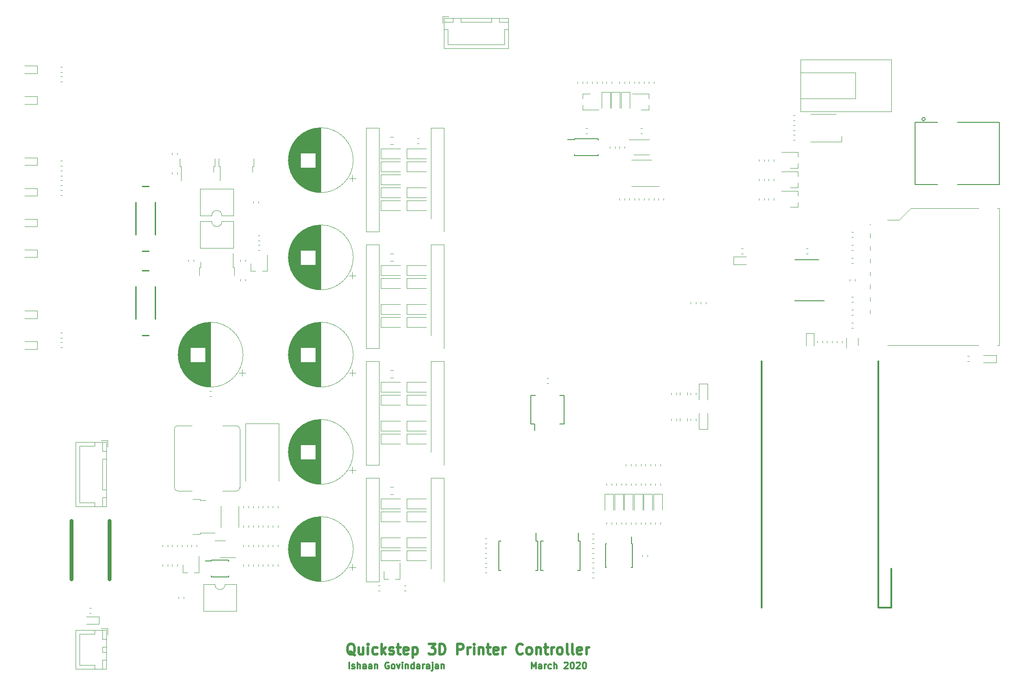
<source format=gbr>
G04 #@! TF.GenerationSoftware,KiCad,Pcbnew,(5.1.4)-1*
G04 #@! TF.CreationDate,2020-03-28T02:45:04-04:00*
G04 #@! TF.ProjectId,quickstep_controller,71756963-6b73-4746-9570-5f636f6e7472,rev?*
G04 #@! TF.SameCoordinates,Original*
G04 #@! TF.FileFunction,Legend,Top*
G04 #@! TF.FilePolarity,Positive*
%FSLAX46Y46*%
G04 Gerber Fmt 4.6, Leading zero omitted, Abs format (unit mm)*
G04 Created by KiCad (PCBNEW (5.1.4)-1) date 2020-03-28 02:45:04*
%MOMM*%
%LPD*%
G04 APERTURE LIST*
%ADD10C,0.312500*%
%ADD11C,0.500000*%
%ADD12C,0.120000*%
%ADD13C,0.304800*%
%ADD14C,0.150000*%
%ADD15C,0.254000*%
%ADD16C,0.750000*%
%ADD17C,0.127000*%
%ADD18C,2.133600*%
%ADD19C,0.100000*%
%ADD20C,1.625600*%
%ADD21R,1.625600X1.625600*%
%ADD22C,1.051600*%
%ADD23C,10.701600*%
%ADD24C,6.501600*%
%ADD25O,2.051600X1.801600*%
%ADD26C,1.801600*%
%ADD27O,1.828800X1.828800*%
%ADD28R,0.551600X1.551600*%
%ADD29R,0.501600X1.301600*%
%ADD30R,1.201600X1.201600*%
%ADD31C,1.626600*%
%ADD32C,1.976600*%
%ADD33R,1.976600X1.976600*%
%ADD34R,5.901600X6.501600*%
%ADD35R,1.301600X2.301600*%
%ADD36C,2.851600*%
%ADD37R,6.501600X5.901600*%
%ADD38R,2.301600X1.301600*%
%ADD39R,1.201600X0.501600*%
%ADD40R,2.901600X1.601600*%
%ADD41C,1.201600*%
%ADD42C,1.701600*%
%ADD43R,1.601600X0.801600*%
%ADD44R,1.601600X1.101600*%
%ADD45C,6.101600*%
%ADD46O,2.101600X1.801600*%
%ADD47C,3.417600*%
%ADD48C,1.529600*%
%ADD49R,1.529600X1.529600*%
%ADD50R,1.551600X0.551600*%
%ADD51R,2.101600X1.881600*%
%ADD52R,0.551600X1.851600*%
%ADD53C,0.701600*%
%ADD54R,1.701600X0.401600*%
%ADD55R,0.501600X0.751600*%
%ADD56R,0.901600X2.001600*%
%ADD57R,2.001600X0.901600*%
%ADD58R,5.501600X3.001600*%
%ADD59R,1.828800X1.828800*%
%ADD60O,1.801600X2.051600*%
%ADD61R,1.101600X1.101600*%
%ADD62R,3.401600X4.601600*%
%ADD63R,2.101600X1.201600*%
%ADD64C,2.501600*%
%ADD65R,2.501600X2.501600*%
%ADD66C,1.251600*%
G04 APERTURE END LIST*
D10*
X240857619Y-237865476D02*
X240857619Y-236615476D01*
X241274285Y-237508333D01*
X241690952Y-236615476D01*
X241690952Y-237865476D01*
X242821904Y-237865476D02*
X242821904Y-237210714D01*
X242762380Y-237091666D01*
X242643333Y-237032142D01*
X242405238Y-237032142D01*
X242286190Y-237091666D01*
X242821904Y-237805952D02*
X242702857Y-237865476D01*
X242405238Y-237865476D01*
X242286190Y-237805952D01*
X242226666Y-237686904D01*
X242226666Y-237567857D01*
X242286190Y-237448809D01*
X242405238Y-237389285D01*
X242702857Y-237389285D01*
X242821904Y-237329761D01*
X243417142Y-237865476D02*
X243417142Y-237032142D01*
X243417142Y-237270238D02*
X243476666Y-237151190D01*
X243536190Y-237091666D01*
X243655238Y-237032142D01*
X243774285Y-237032142D01*
X244726666Y-237805952D02*
X244607619Y-237865476D01*
X244369523Y-237865476D01*
X244250476Y-237805952D01*
X244190952Y-237746428D01*
X244131428Y-237627380D01*
X244131428Y-237270238D01*
X244190952Y-237151190D01*
X244250476Y-237091666D01*
X244369523Y-237032142D01*
X244607619Y-237032142D01*
X244726666Y-237091666D01*
X245262380Y-237865476D02*
X245262380Y-236615476D01*
X245798095Y-237865476D02*
X245798095Y-237210714D01*
X245738571Y-237091666D01*
X245619523Y-237032142D01*
X245440952Y-237032142D01*
X245321904Y-237091666D01*
X245262380Y-237151190D01*
X247286190Y-236734523D02*
X247345714Y-236675000D01*
X247464761Y-236615476D01*
X247762380Y-236615476D01*
X247881428Y-236675000D01*
X247940952Y-236734523D01*
X248000476Y-236853571D01*
X248000476Y-236972619D01*
X247940952Y-237151190D01*
X247226666Y-237865476D01*
X248000476Y-237865476D01*
X248774285Y-236615476D02*
X248893333Y-236615476D01*
X249012380Y-236675000D01*
X249071904Y-236734523D01*
X249131428Y-236853571D01*
X249190952Y-237091666D01*
X249190952Y-237389285D01*
X249131428Y-237627380D01*
X249071904Y-237746428D01*
X249012380Y-237805952D01*
X248893333Y-237865476D01*
X248774285Y-237865476D01*
X248655238Y-237805952D01*
X248595714Y-237746428D01*
X248536190Y-237627380D01*
X248476666Y-237389285D01*
X248476666Y-237091666D01*
X248536190Y-236853571D01*
X248595714Y-236734523D01*
X248655238Y-236675000D01*
X248774285Y-236615476D01*
X249667142Y-236734523D02*
X249726666Y-236675000D01*
X249845714Y-236615476D01*
X250143333Y-236615476D01*
X250262380Y-236675000D01*
X250321904Y-236734523D01*
X250381428Y-236853571D01*
X250381428Y-236972619D01*
X250321904Y-237151190D01*
X249607619Y-237865476D01*
X250381428Y-237865476D01*
X251155238Y-236615476D02*
X251274285Y-236615476D01*
X251393333Y-236675000D01*
X251452857Y-236734523D01*
X251512380Y-236853571D01*
X251571904Y-237091666D01*
X251571904Y-237389285D01*
X251512380Y-237627380D01*
X251452857Y-237746428D01*
X251393333Y-237805952D01*
X251274285Y-237865476D01*
X251155238Y-237865476D01*
X251036190Y-237805952D01*
X250976666Y-237746428D01*
X250917142Y-237627380D01*
X250857619Y-237389285D01*
X250857619Y-237091666D01*
X250917142Y-236853571D01*
X250976666Y-236734523D01*
X251036190Y-236675000D01*
X251155238Y-236615476D01*
X205149285Y-237865476D02*
X205149285Y-236615476D01*
X205685000Y-237805952D02*
X205804047Y-237865476D01*
X206042142Y-237865476D01*
X206161190Y-237805952D01*
X206220714Y-237686904D01*
X206220714Y-237627380D01*
X206161190Y-237508333D01*
X206042142Y-237448809D01*
X205863571Y-237448809D01*
X205744523Y-237389285D01*
X205685000Y-237270238D01*
X205685000Y-237210714D01*
X205744523Y-237091666D01*
X205863571Y-237032142D01*
X206042142Y-237032142D01*
X206161190Y-237091666D01*
X206756428Y-237865476D02*
X206756428Y-236615476D01*
X207292142Y-237865476D02*
X207292142Y-237210714D01*
X207232619Y-237091666D01*
X207113571Y-237032142D01*
X206935000Y-237032142D01*
X206815952Y-237091666D01*
X206756428Y-237151190D01*
X208423095Y-237865476D02*
X208423095Y-237210714D01*
X208363571Y-237091666D01*
X208244523Y-237032142D01*
X208006428Y-237032142D01*
X207887380Y-237091666D01*
X208423095Y-237805952D02*
X208304047Y-237865476D01*
X208006428Y-237865476D01*
X207887380Y-237805952D01*
X207827857Y-237686904D01*
X207827857Y-237567857D01*
X207887380Y-237448809D01*
X208006428Y-237389285D01*
X208304047Y-237389285D01*
X208423095Y-237329761D01*
X209554047Y-237865476D02*
X209554047Y-237210714D01*
X209494523Y-237091666D01*
X209375476Y-237032142D01*
X209137380Y-237032142D01*
X209018333Y-237091666D01*
X209554047Y-237805952D02*
X209435000Y-237865476D01*
X209137380Y-237865476D01*
X209018333Y-237805952D01*
X208958809Y-237686904D01*
X208958809Y-237567857D01*
X209018333Y-237448809D01*
X209137380Y-237389285D01*
X209435000Y-237389285D01*
X209554047Y-237329761D01*
X210149285Y-237032142D02*
X210149285Y-237865476D01*
X210149285Y-237151190D02*
X210208809Y-237091666D01*
X210327857Y-237032142D01*
X210506428Y-237032142D01*
X210625476Y-237091666D01*
X210685000Y-237210714D01*
X210685000Y-237865476D01*
X212887380Y-236675000D02*
X212768333Y-236615476D01*
X212589761Y-236615476D01*
X212411190Y-236675000D01*
X212292142Y-236794047D01*
X212232619Y-236913095D01*
X212173095Y-237151190D01*
X212173095Y-237329761D01*
X212232619Y-237567857D01*
X212292142Y-237686904D01*
X212411190Y-237805952D01*
X212589761Y-237865476D01*
X212708809Y-237865476D01*
X212887380Y-237805952D01*
X212946904Y-237746428D01*
X212946904Y-237329761D01*
X212708809Y-237329761D01*
X213661190Y-237865476D02*
X213542142Y-237805952D01*
X213482619Y-237746428D01*
X213423095Y-237627380D01*
X213423095Y-237270238D01*
X213482619Y-237151190D01*
X213542142Y-237091666D01*
X213661190Y-237032142D01*
X213839761Y-237032142D01*
X213958809Y-237091666D01*
X214018333Y-237151190D01*
X214077857Y-237270238D01*
X214077857Y-237627380D01*
X214018333Y-237746428D01*
X213958809Y-237805952D01*
X213839761Y-237865476D01*
X213661190Y-237865476D01*
X214494523Y-237032142D02*
X214792142Y-237865476D01*
X215089761Y-237032142D01*
X215565952Y-237865476D02*
X215565952Y-237032142D01*
X215565952Y-236615476D02*
X215506428Y-236675000D01*
X215565952Y-236734523D01*
X215625476Y-236675000D01*
X215565952Y-236615476D01*
X215565952Y-236734523D01*
X216161190Y-237032142D02*
X216161190Y-237865476D01*
X216161190Y-237151190D02*
X216220714Y-237091666D01*
X216339761Y-237032142D01*
X216518333Y-237032142D01*
X216637380Y-237091666D01*
X216696904Y-237210714D01*
X216696904Y-237865476D01*
X217827857Y-237865476D02*
X217827857Y-236615476D01*
X217827857Y-237805952D02*
X217708809Y-237865476D01*
X217470714Y-237865476D01*
X217351666Y-237805952D01*
X217292142Y-237746428D01*
X217232619Y-237627380D01*
X217232619Y-237270238D01*
X217292142Y-237151190D01*
X217351666Y-237091666D01*
X217470714Y-237032142D01*
X217708809Y-237032142D01*
X217827857Y-237091666D01*
X218958809Y-237865476D02*
X218958809Y-237210714D01*
X218899285Y-237091666D01*
X218780238Y-237032142D01*
X218542142Y-237032142D01*
X218423095Y-237091666D01*
X218958809Y-237805952D02*
X218839761Y-237865476D01*
X218542142Y-237865476D01*
X218423095Y-237805952D01*
X218363571Y-237686904D01*
X218363571Y-237567857D01*
X218423095Y-237448809D01*
X218542142Y-237389285D01*
X218839761Y-237389285D01*
X218958809Y-237329761D01*
X219554047Y-237865476D02*
X219554047Y-237032142D01*
X219554047Y-237270238D02*
X219613571Y-237151190D01*
X219673095Y-237091666D01*
X219792142Y-237032142D01*
X219911190Y-237032142D01*
X220863571Y-237865476D02*
X220863571Y-237210714D01*
X220804047Y-237091666D01*
X220685000Y-237032142D01*
X220446904Y-237032142D01*
X220327857Y-237091666D01*
X220863571Y-237805952D02*
X220744523Y-237865476D01*
X220446904Y-237865476D01*
X220327857Y-237805952D01*
X220268333Y-237686904D01*
X220268333Y-237567857D01*
X220327857Y-237448809D01*
X220446904Y-237389285D01*
X220744523Y-237389285D01*
X220863571Y-237329761D01*
X221458809Y-237032142D02*
X221458809Y-238103571D01*
X221399285Y-238222619D01*
X221280238Y-238282142D01*
X221220714Y-238282142D01*
X221458809Y-236615476D02*
X221399285Y-236675000D01*
X221458809Y-236734523D01*
X221518333Y-236675000D01*
X221458809Y-236615476D01*
X221458809Y-236734523D01*
X222589761Y-237865476D02*
X222589761Y-237210714D01*
X222530238Y-237091666D01*
X222411190Y-237032142D01*
X222173095Y-237032142D01*
X222054047Y-237091666D01*
X222589761Y-237805952D02*
X222470714Y-237865476D01*
X222173095Y-237865476D01*
X222054047Y-237805952D01*
X221994523Y-237686904D01*
X221994523Y-237567857D01*
X222054047Y-237448809D01*
X222173095Y-237389285D01*
X222470714Y-237389285D01*
X222589761Y-237329761D01*
X223185000Y-237032142D02*
X223185000Y-237865476D01*
X223185000Y-237151190D02*
X223244523Y-237091666D01*
X223363571Y-237032142D01*
X223542142Y-237032142D01*
X223661190Y-237091666D01*
X223720714Y-237210714D01*
X223720714Y-237865476D01*
D11*
X206262142Y-235220238D02*
X206071666Y-235125000D01*
X205881190Y-234934523D01*
X205595476Y-234648809D01*
X205405000Y-234553571D01*
X205214523Y-234553571D01*
X205309761Y-235029761D02*
X205119285Y-234934523D01*
X204928809Y-234744047D01*
X204833571Y-234363095D01*
X204833571Y-233696428D01*
X204928809Y-233315476D01*
X205119285Y-233125000D01*
X205309761Y-233029761D01*
X205690714Y-233029761D01*
X205881190Y-233125000D01*
X206071666Y-233315476D01*
X206166904Y-233696428D01*
X206166904Y-234363095D01*
X206071666Y-234744047D01*
X205881190Y-234934523D01*
X205690714Y-235029761D01*
X205309761Y-235029761D01*
X207881190Y-233696428D02*
X207881190Y-235029761D01*
X207024047Y-233696428D02*
X207024047Y-234744047D01*
X207119285Y-234934523D01*
X207309761Y-235029761D01*
X207595476Y-235029761D01*
X207785952Y-234934523D01*
X207881190Y-234839285D01*
X208833571Y-235029761D02*
X208833571Y-233696428D01*
X208833571Y-233029761D02*
X208738333Y-233125000D01*
X208833571Y-233220238D01*
X208928809Y-233125000D01*
X208833571Y-233029761D01*
X208833571Y-233220238D01*
X210643095Y-234934523D02*
X210452619Y-235029761D01*
X210071666Y-235029761D01*
X209881190Y-234934523D01*
X209785952Y-234839285D01*
X209690714Y-234648809D01*
X209690714Y-234077380D01*
X209785952Y-233886904D01*
X209881190Y-233791666D01*
X210071666Y-233696428D01*
X210452619Y-233696428D01*
X210643095Y-233791666D01*
X211500238Y-235029761D02*
X211500238Y-233029761D01*
X211690714Y-234267857D02*
X212262142Y-235029761D01*
X212262142Y-233696428D02*
X211500238Y-234458333D01*
X213024047Y-234934523D02*
X213214523Y-235029761D01*
X213595476Y-235029761D01*
X213785952Y-234934523D01*
X213881190Y-234744047D01*
X213881190Y-234648809D01*
X213785952Y-234458333D01*
X213595476Y-234363095D01*
X213309761Y-234363095D01*
X213119285Y-234267857D01*
X213024047Y-234077380D01*
X213024047Y-233982142D01*
X213119285Y-233791666D01*
X213309761Y-233696428D01*
X213595476Y-233696428D01*
X213785952Y-233791666D01*
X214452619Y-233696428D02*
X215214523Y-233696428D01*
X214738333Y-233029761D02*
X214738333Y-234744047D01*
X214833571Y-234934523D01*
X215024047Y-235029761D01*
X215214523Y-235029761D01*
X216643095Y-234934523D02*
X216452619Y-235029761D01*
X216071666Y-235029761D01*
X215881190Y-234934523D01*
X215785952Y-234744047D01*
X215785952Y-233982142D01*
X215881190Y-233791666D01*
X216071666Y-233696428D01*
X216452619Y-233696428D01*
X216643095Y-233791666D01*
X216738333Y-233982142D01*
X216738333Y-234172619D01*
X215785952Y-234363095D01*
X217595476Y-233696428D02*
X217595476Y-235696428D01*
X217595476Y-233791666D02*
X217785952Y-233696428D01*
X218166904Y-233696428D01*
X218357380Y-233791666D01*
X218452619Y-233886904D01*
X218547857Y-234077380D01*
X218547857Y-234648809D01*
X218452619Y-234839285D01*
X218357380Y-234934523D01*
X218166904Y-235029761D01*
X217785952Y-235029761D01*
X217595476Y-234934523D01*
X220738333Y-233029761D02*
X221976428Y-233029761D01*
X221309761Y-233791666D01*
X221595476Y-233791666D01*
X221785952Y-233886904D01*
X221881190Y-233982142D01*
X221976428Y-234172619D01*
X221976428Y-234648809D01*
X221881190Y-234839285D01*
X221785952Y-234934523D01*
X221595476Y-235029761D01*
X221024047Y-235029761D01*
X220833571Y-234934523D01*
X220738333Y-234839285D01*
X222833571Y-235029761D02*
X222833571Y-233029761D01*
X223309761Y-233029761D01*
X223595476Y-233125000D01*
X223785952Y-233315476D01*
X223881190Y-233505952D01*
X223976428Y-233886904D01*
X223976428Y-234172619D01*
X223881190Y-234553571D01*
X223785952Y-234744047D01*
X223595476Y-234934523D01*
X223309761Y-235029761D01*
X222833571Y-235029761D01*
X226357380Y-235029761D02*
X226357380Y-233029761D01*
X227119285Y-233029761D01*
X227309761Y-233125000D01*
X227405000Y-233220238D01*
X227500238Y-233410714D01*
X227500238Y-233696428D01*
X227405000Y-233886904D01*
X227309761Y-233982142D01*
X227119285Y-234077380D01*
X226357380Y-234077380D01*
X228357380Y-235029761D02*
X228357380Y-233696428D01*
X228357380Y-234077380D02*
X228452619Y-233886904D01*
X228547857Y-233791666D01*
X228738333Y-233696428D01*
X228928809Y-233696428D01*
X229595476Y-235029761D02*
X229595476Y-233696428D01*
X229595476Y-233029761D02*
X229500238Y-233125000D01*
X229595476Y-233220238D01*
X229690714Y-233125000D01*
X229595476Y-233029761D01*
X229595476Y-233220238D01*
X230547857Y-233696428D02*
X230547857Y-235029761D01*
X230547857Y-233886904D02*
X230643095Y-233791666D01*
X230833571Y-233696428D01*
X231119285Y-233696428D01*
X231309761Y-233791666D01*
X231405000Y-233982142D01*
X231405000Y-235029761D01*
X232071666Y-233696428D02*
X232833571Y-233696428D01*
X232357380Y-233029761D02*
X232357380Y-234744047D01*
X232452619Y-234934523D01*
X232643095Y-235029761D01*
X232833571Y-235029761D01*
X234262142Y-234934523D02*
X234071666Y-235029761D01*
X233690714Y-235029761D01*
X233500238Y-234934523D01*
X233405000Y-234744047D01*
X233405000Y-233982142D01*
X233500238Y-233791666D01*
X233690714Y-233696428D01*
X234071666Y-233696428D01*
X234262142Y-233791666D01*
X234357380Y-233982142D01*
X234357380Y-234172619D01*
X233405000Y-234363095D01*
X235214523Y-235029761D02*
X235214523Y-233696428D01*
X235214523Y-234077380D02*
X235309761Y-233886904D01*
X235405000Y-233791666D01*
X235595476Y-233696428D01*
X235785952Y-233696428D01*
X239119285Y-234839285D02*
X239024047Y-234934523D01*
X238738333Y-235029761D01*
X238547857Y-235029761D01*
X238262142Y-234934523D01*
X238071666Y-234744047D01*
X237976428Y-234553571D01*
X237881190Y-234172619D01*
X237881190Y-233886904D01*
X237976428Y-233505952D01*
X238071666Y-233315476D01*
X238262142Y-233125000D01*
X238547857Y-233029761D01*
X238738333Y-233029761D01*
X239024047Y-233125000D01*
X239119285Y-233220238D01*
X240262142Y-235029761D02*
X240071666Y-234934523D01*
X239976428Y-234839285D01*
X239881190Y-234648809D01*
X239881190Y-234077380D01*
X239976428Y-233886904D01*
X240071666Y-233791666D01*
X240262142Y-233696428D01*
X240547857Y-233696428D01*
X240738333Y-233791666D01*
X240833571Y-233886904D01*
X240928809Y-234077380D01*
X240928809Y-234648809D01*
X240833571Y-234839285D01*
X240738333Y-234934523D01*
X240547857Y-235029761D01*
X240262142Y-235029761D01*
X241785952Y-233696428D02*
X241785952Y-235029761D01*
X241785952Y-233886904D02*
X241881190Y-233791666D01*
X242071666Y-233696428D01*
X242357380Y-233696428D01*
X242547857Y-233791666D01*
X242643095Y-233982142D01*
X242643095Y-235029761D01*
X243309761Y-233696428D02*
X244071666Y-233696428D01*
X243595476Y-233029761D02*
X243595476Y-234744047D01*
X243690714Y-234934523D01*
X243881190Y-235029761D01*
X244071666Y-235029761D01*
X244738333Y-235029761D02*
X244738333Y-233696428D01*
X244738333Y-234077380D02*
X244833571Y-233886904D01*
X244928809Y-233791666D01*
X245119285Y-233696428D01*
X245309761Y-233696428D01*
X246262142Y-235029761D02*
X246071666Y-234934523D01*
X245976428Y-234839285D01*
X245881190Y-234648809D01*
X245881190Y-234077380D01*
X245976428Y-233886904D01*
X246071666Y-233791666D01*
X246262142Y-233696428D01*
X246547857Y-233696428D01*
X246738333Y-233791666D01*
X246833571Y-233886904D01*
X246928809Y-234077380D01*
X246928809Y-234648809D01*
X246833571Y-234839285D01*
X246738333Y-234934523D01*
X246547857Y-235029761D01*
X246262142Y-235029761D01*
X248071666Y-235029761D02*
X247881190Y-234934523D01*
X247785952Y-234744047D01*
X247785952Y-233029761D01*
X249119285Y-235029761D02*
X248928809Y-234934523D01*
X248833571Y-234744047D01*
X248833571Y-233029761D01*
X250643095Y-234934523D02*
X250452619Y-235029761D01*
X250071666Y-235029761D01*
X249881190Y-234934523D01*
X249785952Y-234744047D01*
X249785952Y-233982142D01*
X249881190Y-233791666D01*
X250071666Y-233696428D01*
X250452619Y-233696428D01*
X250643095Y-233791666D01*
X250738333Y-233982142D01*
X250738333Y-234172619D01*
X249785952Y-234363095D01*
X251595476Y-235029761D02*
X251595476Y-233696428D01*
X251595476Y-234077380D02*
X251690714Y-233886904D01*
X251785952Y-233791666D01*
X251976428Y-233696428D01*
X252166904Y-233696428D01*
D12*
X304305000Y-126175000D02*
X293510000Y-126175000D01*
X304305000Y-121095000D02*
X304305000Y-126175000D01*
X293510000Y-121095000D02*
X304305000Y-121095000D01*
X293510000Y-128715000D02*
X293510000Y-118555000D01*
X311290000Y-128715000D02*
X293510000Y-128715000D01*
X311290000Y-118555000D02*
X311290000Y-128715000D01*
X293510000Y-118555000D02*
X311290000Y-118555000D01*
D13*
X311290000Y-225870000D02*
X311290000Y-218250000D01*
X308750000Y-225870000D02*
X311290000Y-225870000D01*
X285890000Y-177610000D02*
X285890000Y-225870000D01*
X308750000Y-225870000D02*
X308750000Y-177610000D01*
D12*
X218408733Y-134940000D02*
X218751267Y-134940000D01*
X218408733Y-133920000D02*
X218751267Y-133920000D01*
X144040000Y-155765000D02*
X141580000Y-155765000D01*
X144040000Y-157235000D02*
X144040000Y-155765000D01*
X141580000Y-157235000D02*
X144040000Y-157235000D01*
X157830000Y-193175000D02*
X156580000Y-193175000D01*
X157830000Y-194425000D02*
X157830000Y-193175000D01*
X152330000Y-205325000D02*
X152330000Y-199775000D01*
X155280000Y-205325000D02*
X152330000Y-205325000D01*
X155280000Y-206075000D02*
X155280000Y-205325000D01*
X152330000Y-194225000D02*
X152330000Y-199775000D01*
X155280000Y-194225000D02*
X152330000Y-194225000D01*
X155280000Y-193475000D02*
X155280000Y-194225000D01*
X157530000Y-206075000D02*
X157530000Y-204275000D01*
X156780000Y-206075000D02*
X157530000Y-206075000D01*
X156780000Y-204275000D02*
X156780000Y-206075000D01*
X157530000Y-204275000D02*
X156780000Y-204275000D01*
X157530000Y-195275000D02*
X157530000Y-193475000D01*
X156780000Y-195275000D02*
X157530000Y-195275000D01*
X156780000Y-193475000D02*
X156780000Y-195275000D01*
X157530000Y-193475000D02*
X156780000Y-193475000D01*
X157530000Y-202775000D02*
X157530000Y-196775000D01*
X156780000Y-202775000D02*
X157530000Y-202775000D01*
X156780000Y-196775000D02*
X156780000Y-202775000D01*
X157530000Y-196775000D02*
X156780000Y-196775000D01*
X157540000Y-206085000D02*
X157540000Y-193465000D01*
X151570000Y-206085000D02*
X157540000Y-206085000D01*
X151570000Y-193465000D02*
X151570000Y-206085000D01*
X157540000Y-193465000D02*
X151570000Y-193465000D01*
X148901267Y-172020000D02*
X148558733Y-172020000D01*
X148901267Y-173040000D02*
X148558733Y-173040000D01*
X148901267Y-173925000D02*
X148558733Y-173925000D01*
X148901267Y-174945000D02*
X148558733Y-174945000D01*
X154273733Y-227015000D02*
X154616267Y-227015000D01*
X154273733Y-225995000D02*
X154616267Y-225995000D01*
X282251267Y-155510000D02*
X281908733Y-155510000D01*
X282251267Y-156530000D02*
X281908733Y-156530000D01*
X148901267Y-144080000D02*
X148558733Y-144080000D01*
X148901267Y-145100000D02*
X148558733Y-145100000D01*
X148901267Y-142175000D02*
X148558733Y-142175000D01*
X148901267Y-143195000D02*
X148558733Y-143195000D01*
X148901267Y-140270000D02*
X148558733Y-140270000D01*
X148901267Y-141290000D02*
X148558733Y-141290000D01*
X148901267Y-138365000D02*
X148558733Y-138365000D01*
X148901267Y-139385000D02*
X148558733Y-139385000D01*
X148558733Y-120970000D02*
X148901267Y-120970000D01*
X148558733Y-119950000D02*
X148901267Y-119950000D01*
X148558733Y-122875000D02*
X148901267Y-122875000D01*
X148558733Y-121855000D02*
X148901267Y-121855000D01*
X144040000Y-167765000D02*
X141580000Y-167765000D01*
X144040000Y-169235000D02*
X144040000Y-167765000D01*
X141580000Y-169235000D02*
X144040000Y-169235000D01*
X144040000Y-173765000D02*
X141580000Y-173765000D01*
X144040000Y-175235000D02*
X144040000Y-173765000D01*
X141580000Y-175235000D02*
X144040000Y-175235000D01*
X156105000Y-227675000D02*
X153645000Y-227675000D01*
X156105000Y-229145000D02*
X156105000Y-227675000D01*
X153645000Y-229145000D02*
X156105000Y-229145000D01*
X280420000Y-158660000D02*
X282880000Y-158660000D01*
X280420000Y-157190000D02*
X280420000Y-158660000D01*
X282880000Y-157190000D02*
X280420000Y-157190000D01*
X144040000Y-149765000D02*
X141580000Y-149765000D01*
X144040000Y-151235000D02*
X144040000Y-149765000D01*
X141580000Y-151235000D02*
X144040000Y-151235000D01*
X144040000Y-143765000D02*
X141580000Y-143765000D01*
X144040000Y-145235000D02*
X144040000Y-143765000D01*
X141580000Y-145235000D02*
X144040000Y-145235000D01*
X144040000Y-137765000D02*
X141580000Y-137765000D01*
X144040000Y-139235000D02*
X144040000Y-137765000D01*
X141580000Y-139235000D02*
X144040000Y-139235000D01*
X144040000Y-119765000D02*
X141580000Y-119765000D01*
X144040000Y-121235000D02*
X144040000Y-119765000D01*
X141580000Y-121235000D02*
X144040000Y-121235000D01*
X144040000Y-125765000D02*
X141580000Y-125765000D01*
X144040000Y-127235000D02*
X144040000Y-125765000D01*
X141580000Y-127235000D02*
X144040000Y-127235000D01*
D14*
X260450000Y-213385000D02*
X260450000Y-212035000D01*
X255325000Y-213385000D02*
X255325000Y-218035000D01*
X260575000Y-213385000D02*
X260575000Y-218035000D01*
X255325000Y-213385000D02*
X255550000Y-213385000D01*
X255325000Y-218035000D02*
X255550000Y-218035000D01*
X260575000Y-218035000D02*
X260350000Y-218035000D01*
X260575000Y-213385000D02*
X260450000Y-213385000D01*
X241505000Y-189910000D02*
X241505000Y-191185000D01*
X247255000Y-189910000D02*
X247255000Y-184360000D01*
X240705000Y-189910000D02*
X240705000Y-184360000D01*
X247255000Y-189910000D02*
X246355000Y-189910000D01*
X247255000Y-184360000D02*
X246355000Y-184360000D01*
X240705000Y-184360000D02*
X241605000Y-184360000D01*
X240705000Y-189910000D02*
X241505000Y-189910000D01*
D12*
X211300000Y-141050000D02*
X215150000Y-141050000D01*
X211300000Y-143050000D02*
X215150000Y-143050000D01*
X211300000Y-141050000D02*
X211300000Y-143050000D01*
X216380000Y-143590000D02*
X220230000Y-143590000D01*
X216380000Y-145590000D02*
X220230000Y-145590000D01*
X216380000Y-143590000D02*
X216380000Y-145590000D01*
X211300000Y-143590000D02*
X215150000Y-143590000D01*
X211300000Y-145590000D02*
X215150000Y-145590000D01*
X211300000Y-143590000D02*
X211300000Y-145590000D01*
X216380000Y-138510000D02*
X220230000Y-138510000D01*
X216380000Y-140510000D02*
X220230000Y-140510000D01*
X216380000Y-138510000D02*
X216380000Y-140510000D01*
X211300000Y-138510000D02*
X215150000Y-138510000D01*
X211300000Y-140510000D02*
X215150000Y-140510000D01*
X211300000Y-138510000D02*
X211300000Y-140510000D01*
X216380000Y-146130000D02*
X220230000Y-146130000D01*
X216380000Y-148130000D02*
X220230000Y-148130000D01*
X216380000Y-146130000D02*
X216380000Y-148130000D01*
X211300000Y-146130000D02*
X215150000Y-146130000D01*
X211300000Y-148130000D02*
X215150000Y-148130000D01*
X211300000Y-146130000D02*
X211300000Y-148130000D01*
X216380000Y-135970000D02*
X220230000Y-135970000D01*
X216380000Y-137970000D02*
X220230000Y-137970000D01*
X216380000Y-135970000D02*
X216380000Y-137970000D01*
X211300000Y-135970000D02*
X215150000Y-135970000D01*
X211300000Y-137970000D02*
X215150000Y-137970000D01*
X211300000Y-135970000D02*
X211300000Y-137970000D01*
X216380000Y-166450000D02*
X220230000Y-166450000D01*
X216380000Y-168450000D02*
X220230000Y-168450000D01*
X216380000Y-166450000D02*
X216380000Y-168450000D01*
X211300000Y-166450000D02*
X215150000Y-166450000D01*
X211300000Y-168450000D02*
X215150000Y-168450000D01*
X211300000Y-166450000D02*
X211300000Y-168450000D01*
X216380000Y-184230000D02*
X220230000Y-184230000D01*
X216380000Y-186230000D02*
X220230000Y-186230000D01*
X216380000Y-184230000D02*
X216380000Y-186230000D01*
X211300000Y-184230000D02*
X215150000Y-184230000D01*
X211300000Y-186230000D02*
X215150000Y-186230000D01*
X211300000Y-184230000D02*
X211300000Y-186230000D01*
X216380000Y-168990000D02*
X220230000Y-168990000D01*
X216380000Y-170990000D02*
X220230000Y-170990000D01*
X216380000Y-168990000D02*
X216380000Y-170990000D01*
X211300000Y-168990000D02*
X215150000Y-168990000D01*
X211300000Y-170990000D02*
X215150000Y-170990000D01*
X211300000Y-168990000D02*
X211300000Y-170990000D01*
X216380000Y-181690000D02*
X220230000Y-181690000D01*
X216380000Y-183690000D02*
X220230000Y-183690000D01*
X216380000Y-181690000D02*
X216380000Y-183690000D01*
X211300000Y-181690000D02*
X215150000Y-181690000D01*
X211300000Y-183690000D02*
X215150000Y-183690000D01*
X211300000Y-181690000D02*
X211300000Y-183690000D01*
X216380000Y-158830000D02*
X220230000Y-158830000D01*
X216380000Y-160830000D02*
X220230000Y-160830000D01*
X216380000Y-158830000D02*
X216380000Y-160830000D01*
X211300000Y-158830000D02*
X215150000Y-158830000D01*
X211300000Y-160830000D02*
X215150000Y-160830000D01*
X211300000Y-158830000D02*
X211300000Y-160830000D01*
X216380000Y-191850000D02*
X220230000Y-191850000D01*
X216380000Y-193850000D02*
X220230000Y-193850000D01*
X216380000Y-191850000D02*
X216380000Y-193850000D01*
X211300000Y-191850000D02*
X215150000Y-191850000D01*
X211300000Y-193850000D02*
X215150000Y-193850000D01*
X211300000Y-191850000D02*
X211300000Y-193850000D01*
X216380000Y-161370000D02*
X220230000Y-161370000D01*
X216380000Y-163370000D02*
X220230000Y-163370000D01*
X216380000Y-161370000D02*
X216380000Y-163370000D01*
X211300000Y-161370000D02*
X215150000Y-161370000D01*
X211300000Y-163370000D02*
X215150000Y-163370000D01*
X211300000Y-161370000D02*
X211300000Y-163370000D01*
X216380000Y-189310000D02*
X220230000Y-189310000D01*
X216380000Y-191310000D02*
X220230000Y-191310000D01*
X216380000Y-189310000D02*
X216380000Y-191310000D01*
X211300000Y-189310000D02*
X215150000Y-189310000D01*
X211300000Y-191310000D02*
X215150000Y-191310000D01*
X211300000Y-189310000D02*
X211300000Y-191310000D01*
X216380000Y-212170000D02*
X220230000Y-212170000D01*
X216380000Y-214170000D02*
X220230000Y-214170000D01*
X216380000Y-212170000D02*
X216380000Y-214170000D01*
X211300000Y-212170000D02*
X215150000Y-212170000D01*
X211300000Y-214170000D02*
X215150000Y-214170000D01*
X211300000Y-212170000D02*
X211300000Y-214170000D01*
X216380000Y-207090000D02*
X220230000Y-207090000D01*
X216380000Y-209090000D02*
X220230000Y-209090000D01*
X216380000Y-207090000D02*
X216380000Y-209090000D01*
X211300000Y-207090000D02*
X215150000Y-207090000D01*
X211300000Y-209090000D02*
X215150000Y-209090000D01*
X211300000Y-207090000D02*
X211300000Y-209090000D01*
X216380000Y-214710000D02*
X220230000Y-214710000D01*
X216380000Y-216710000D02*
X220230000Y-216710000D01*
X216380000Y-214710000D02*
X216380000Y-216710000D01*
X211300000Y-214710000D02*
X215150000Y-214710000D01*
X211300000Y-216710000D02*
X215150000Y-216710000D01*
X211300000Y-214710000D02*
X211300000Y-216710000D01*
X216380000Y-204550000D02*
X220230000Y-204550000D01*
X216380000Y-206550000D02*
X220230000Y-206550000D01*
X216380000Y-204550000D02*
X216380000Y-206550000D01*
X211300000Y-204550000D02*
X215150000Y-204550000D01*
X211300000Y-206550000D02*
X215150000Y-206550000D01*
X211300000Y-204550000D02*
X211300000Y-206550000D01*
X172350000Y-213633733D02*
X172350000Y-213976267D01*
X173370000Y-213633733D02*
X173370000Y-213976267D01*
X180040000Y-206037936D02*
X180040000Y-210142064D01*
X183460000Y-206037936D02*
X183460000Y-210142064D01*
X184415000Y-217443733D02*
X184415000Y-217786267D01*
X185435000Y-217443733D02*
X185435000Y-217786267D01*
X210960000Y-220790000D02*
X210960000Y-218250000D01*
X208420000Y-220790000D02*
X210960000Y-220790000D01*
X208420000Y-218250000D02*
X208420000Y-220790000D01*
X208420000Y-200470000D02*
X208420000Y-218250000D01*
X210960000Y-200470000D02*
X208420000Y-200470000D01*
X210960000Y-218250000D02*
X210960000Y-200470000D01*
X223660000Y-200470000D02*
X223660000Y-220790000D01*
X221120000Y-200470000D02*
X223660000Y-200470000D01*
X221120000Y-218250000D02*
X221120000Y-200470000D01*
X189245000Y-213976267D02*
X189245000Y-213633733D01*
X188225000Y-213976267D02*
X188225000Y-213633733D01*
X178580000Y-139440000D02*
X178580000Y-140540000D01*
X178850000Y-139440000D02*
X178580000Y-139440000D01*
X178850000Y-137940000D02*
X178850000Y-139440000D01*
X172220000Y-139440000D02*
X172220000Y-142270000D01*
X171950000Y-139440000D02*
X172220000Y-139440000D01*
X171950000Y-137940000D02*
X171950000Y-139440000D01*
X176030000Y-159265000D02*
X176030000Y-158165000D01*
X175760000Y-159265000D02*
X176030000Y-159265000D01*
X175760000Y-160765000D02*
X175760000Y-159265000D01*
X182390000Y-159265000D02*
X182390000Y-156435000D01*
X182660000Y-159265000D02*
X182390000Y-159265000D01*
X182660000Y-160765000D02*
X182660000Y-159265000D01*
X186200000Y-139440000D02*
X186200000Y-140540000D01*
X186470000Y-139440000D02*
X186200000Y-139440000D01*
X186470000Y-137940000D02*
X186470000Y-139440000D01*
X179840000Y-139440000D02*
X179840000Y-142270000D01*
X179570000Y-139440000D02*
X179840000Y-139440000D01*
X179570000Y-137940000D02*
X179570000Y-139440000D01*
D15*
X165875000Y-143320000D02*
X164605000Y-143320000D01*
X165875000Y-156020000D02*
X164605000Y-156020000D01*
X163335000Y-152845000D02*
X163335000Y-146495000D01*
X167145000Y-146495000D02*
X167145000Y-152845000D01*
X164605000Y-172530000D02*
X165875000Y-172530000D01*
X164605000Y-159830000D02*
X165875000Y-159830000D01*
X167145000Y-163005000D02*
X167145000Y-169355000D01*
X163335000Y-169355000D02*
X163335000Y-163005000D01*
D12*
X175965000Y-204910000D02*
X177065000Y-204910000D01*
X175965000Y-204640000D02*
X175965000Y-204910000D01*
X174465000Y-204640000D02*
X175965000Y-204640000D01*
X175965000Y-211270000D02*
X178795000Y-211270000D01*
X175965000Y-211540000D02*
X175965000Y-211270000D01*
X174465000Y-211540000D02*
X175965000Y-211540000D01*
D14*
X297105000Y-157710000D02*
X292455000Y-157710000D01*
X298180000Y-165810000D02*
X292455000Y-165810000D01*
X297105000Y-157710000D02*
X297105000Y-157735000D01*
X292455000Y-157710000D02*
X292455000Y-157735000D01*
X292455000Y-165760000D02*
X292455000Y-165735000D01*
D12*
X307215000Y-153400000D02*
X307215000Y-152600000D01*
X307215000Y-155900000D02*
X307215000Y-155100000D01*
X307215000Y-158300000D02*
X307215000Y-157600000D01*
X307215000Y-160900000D02*
X307215000Y-160100000D01*
X307215000Y-150900000D02*
X307215000Y-150700000D01*
X307215000Y-163400000D02*
X307215000Y-162600000D01*
X307215000Y-165900000D02*
X307215000Y-165100000D01*
X307215000Y-168300000D02*
X307215000Y-167600000D01*
X310535000Y-149930000D02*
X312835000Y-149930000D01*
X312835000Y-149930000D02*
X315135000Y-147630000D01*
X315135000Y-147630000D02*
X328435000Y-147630000D01*
X310535000Y-174470000D02*
X328435000Y-174470000D01*
X332035000Y-174470000D02*
X332455000Y-174470000D01*
X332455000Y-174470000D02*
X332455000Y-147630000D01*
X332455000Y-147630000D02*
X332035000Y-147630000D01*
D16*
X158195000Y-208845000D02*
X158195000Y-220345000D01*
X150695000Y-208845000D02*
X150695000Y-220345000D01*
D12*
X157830000Y-230005000D02*
X156580000Y-230005000D01*
X157830000Y-231255000D02*
X157830000Y-230005000D01*
X152330000Y-237155000D02*
X152330000Y-234105000D01*
X155280000Y-237155000D02*
X152330000Y-237155000D01*
X155280000Y-237905000D02*
X155280000Y-237155000D01*
X152330000Y-231055000D02*
X152330000Y-234105000D01*
X155280000Y-231055000D02*
X152330000Y-231055000D01*
X155280000Y-230305000D02*
X155280000Y-231055000D01*
X157530000Y-237905000D02*
X157530000Y-236105000D01*
X156780000Y-237905000D02*
X157530000Y-237905000D01*
X156780000Y-236105000D02*
X156780000Y-237905000D01*
X157530000Y-236105000D02*
X156780000Y-236105000D01*
X157530000Y-232105000D02*
X157530000Y-230305000D01*
X156780000Y-232105000D02*
X157530000Y-232105000D01*
X156780000Y-230305000D02*
X156780000Y-232105000D01*
X157530000Y-230305000D02*
X156780000Y-230305000D01*
X157530000Y-234605000D02*
X157530000Y-233605000D01*
X156780000Y-234605000D02*
X157530000Y-234605000D01*
X156780000Y-233605000D02*
X156780000Y-234605000D01*
X157530000Y-233605000D02*
X156780000Y-233605000D01*
X157540000Y-237915000D02*
X157540000Y-230295000D01*
X151570000Y-237915000D02*
X157540000Y-237915000D01*
X151570000Y-230295000D02*
X151570000Y-237915000D01*
X157540000Y-230295000D02*
X151570000Y-230295000D01*
D17*
X317968940Y-130200000D02*
G75*
G03X317968940Y-130200000I-328940J0D01*
G01*
X332510000Y-130850000D02*
X324250000Y-130850000D01*
X332510000Y-143050000D02*
X332510000Y-130850000D01*
X324250000Y-143050000D02*
X332510000Y-143050000D01*
X316010000Y-130850000D02*
X320380000Y-130850000D01*
X316010000Y-143050000D02*
X316010000Y-130850000D01*
X320380000Y-143050000D02*
X316010000Y-143050000D01*
D12*
X331860000Y-176430000D02*
X329400000Y-176430000D01*
X331860000Y-177900000D02*
X331860000Y-176430000D01*
X329400000Y-177900000D02*
X331860000Y-177900000D01*
X294680000Y-172140000D02*
X294680000Y-174600000D01*
X296150000Y-172140000D02*
X294680000Y-172140000D01*
X296150000Y-174600000D02*
X296150000Y-172140000D01*
D14*
X178170000Y-216750000D02*
X176920000Y-216750000D01*
X178170000Y-219925000D02*
X181520000Y-219925000D01*
X178170000Y-216575000D02*
X181520000Y-216575000D01*
X178170000Y-219925000D02*
X178170000Y-219675000D01*
X181520000Y-219925000D02*
X181520000Y-219675000D01*
X181520000Y-216575000D02*
X181520000Y-216825000D01*
X178170000Y-216575000D02*
X178170000Y-216750000D01*
D12*
X179845000Y-216060000D02*
X182845000Y-216060000D01*
X178845000Y-212820000D02*
X180845000Y-212820000D01*
X183080000Y-221365000D02*
X180845000Y-221365000D01*
X183080000Y-226565000D02*
X183080000Y-221365000D01*
X176610000Y-226565000D02*
X183080000Y-226565000D01*
X176610000Y-221365000D02*
X176610000Y-226565000D01*
X178845000Y-221365000D02*
X176610000Y-221365000D01*
X180845000Y-221365000D02*
G75*
G02X178845000Y-221365000I-1000000J0D01*
G01*
D14*
X249995000Y-212835000D02*
X249995000Y-211235000D01*
X242695000Y-212835000D02*
X242695000Y-218585000D01*
X250345000Y-212835000D02*
X250345000Y-218585000D01*
X242695000Y-212835000D02*
X243145000Y-212835000D01*
X242695000Y-218585000D02*
X243145000Y-218585000D01*
X250345000Y-218585000D02*
X249895000Y-218585000D01*
X250345000Y-212835000D02*
X249995000Y-212835000D01*
X241740000Y-212835000D02*
X241740000Y-211235000D01*
X234440000Y-212835000D02*
X234440000Y-218585000D01*
X242090000Y-212835000D02*
X242090000Y-218585000D01*
X234440000Y-212835000D02*
X234890000Y-212835000D01*
X234440000Y-218585000D02*
X234890000Y-218585000D01*
X242090000Y-218585000D02*
X241640000Y-218585000D01*
X242090000Y-212835000D02*
X241740000Y-212835000D01*
D12*
X210960000Y-197930000D02*
X210960000Y-195390000D01*
X208420000Y-197930000D02*
X210960000Y-197930000D01*
X208420000Y-195390000D02*
X208420000Y-197930000D01*
X208420000Y-177610000D02*
X208420000Y-195390000D01*
X210960000Y-177610000D02*
X208420000Y-177610000D01*
X210960000Y-195390000D02*
X210960000Y-177610000D01*
X223660000Y-177610000D02*
X223660000Y-197930000D01*
X221120000Y-177610000D02*
X223660000Y-177610000D01*
X221120000Y-195390000D02*
X221120000Y-177610000D01*
X210960000Y-152210000D02*
X210960000Y-149670000D01*
X208420000Y-152210000D02*
X210960000Y-152210000D01*
X208420000Y-149670000D02*
X208420000Y-152210000D01*
X208420000Y-131890000D02*
X208420000Y-149670000D01*
X210960000Y-131890000D02*
X208420000Y-131890000D01*
X210960000Y-149670000D02*
X210960000Y-131890000D01*
X223660000Y-131890000D02*
X223660000Y-152210000D01*
X221120000Y-131890000D02*
X223660000Y-131890000D01*
X221120000Y-149670000D02*
X221120000Y-131890000D01*
X210960000Y-175070000D02*
X210960000Y-172530000D01*
X208420000Y-175070000D02*
X210960000Y-175070000D01*
X208420000Y-172530000D02*
X208420000Y-175070000D01*
X208420000Y-154750000D02*
X208420000Y-172530000D01*
X210960000Y-154750000D02*
X208420000Y-154750000D01*
X210960000Y-172530000D02*
X210960000Y-154750000D01*
X223660000Y-154750000D02*
X223660000Y-175070000D01*
X221120000Y-154750000D02*
X223660000Y-154750000D01*
X221120000Y-172530000D02*
X221120000Y-154750000D01*
D14*
X249275000Y-134175000D02*
X247925000Y-134175000D01*
X249275000Y-137325000D02*
X253925000Y-137325000D01*
X249275000Y-134075000D02*
X253925000Y-134075000D01*
X249275000Y-137325000D02*
X249275000Y-137125000D01*
X253925000Y-137325000D02*
X253925000Y-137125000D01*
X253925000Y-134075000D02*
X253925000Y-134275000D01*
X249275000Y-134075000D02*
X249275000Y-134175000D01*
D12*
X262395000Y-143340000D02*
X265845000Y-143340000D01*
X262395000Y-143340000D02*
X260445000Y-143340000D01*
X262395000Y-138220000D02*
X264345000Y-138220000D01*
X262395000Y-138220000D02*
X260445000Y-138220000D01*
X263895000Y-134200000D02*
X259895000Y-134200000D01*
X263895000Y-137200000D02*
X260895000Y-137200000D01*
X182445000Y-150245000D02*
X180210000Y-150245000D01*
X182445000Y-155445000D02*
X182445000Y-150245000D01*
X175975000Y-155445000D02*
X182445000Y-155445000D01*
X175975000Y-150245000D02*
X175975000Y-155445000D01*
X178210000Y-150245000D02*
X175975000Y-150245000D01*
X180210000Y-150245000D02*
G75*
G02X178210000Y-150245000I-1000000J0D01*
G01*
X175975000Y-149095000D02*
X178210000Y-149095000D01*
X175975000Y-143895000D02*
X175975000Y-149095000D01*
X182445000Y-143895000D02*
X175975000Y-143895000D01*
X182445000Y-149095000D02*
X182445000Y-143895000D01*
X180210000Y-149095000D02*
X182445000Y-149095000D01*
X178210000Y-149095000D02*
G75*
G02X180210000Y-149095000I1000000J0D01*
G01*
X304830000Y-174500000D02*
X304830000Y-173100000D01*
X302510000Y-173100000D02*
X302510000Y-175000000D01*
X255535000Y-201568733D02*
X255535000Y-201911267D01*
X256555000Y-201568733D02*
X256555000Y-201911267D01*
X257440000Y-201568733D02*
X257440000Y-201911267D01*
X258460000Y-201568733D02*
X258460000Y-201911267D01*
X184415000Y-209823733D02*
X184415000Y-210166267D01*
X185435000Y-209823733D02*
X185435000Y-210166267D01*
X188225000Y-206013733D02*
X188225000Y-206356267D01*
X189245000Y-206013733D02*
X189245000Y-206356267D01*
X185435000Y-206356267D02*
X185435000Y-206013733D01*
X184415000Y-206356267D02*
X184415000Y-206013733D01*
X174255000Y-213633733D02*
X174255000Y-213976267D01*
X175275000Y-213633733D02*
X175275000Y-213976267D01*
X187340000Y-217786267D02*
X187340000Y-217443733D01*
X186320000Y-217786267D02*
X186320000Y-217443733D01*
X187340000Y-210166267D02*
X187340000Y-209823733D01*
X186320000Y-210166267D02*
X186320000Y-209823733D01*
X188225000Y-209823733D02*
X188225000Y-210166267D01*
X189245000Y-209823733D02*
X189245000Y-210166267D01*
X190130000Y-206013733D02*
X190130000Y-206356267D01*
X191150000Y-206013733D02*
X191150000Y-206356267D01*
X190130000Y-213633733D02*
X190130000Y-213976267D01*
X191150000Y-213633733D02*
X191150000Y-213976267D01*
X169560000Y-217786267D02*
X169560000Y-217443733D01*
X168540000Y-217786267D02*
X168540000Y-217443733D01*
X170445000Y-217443733D02*
X170445000Y-217786267D01*
X171465000Y-217443733D02*
X171465000Y-217786267D01*
X170445000Y-213633733D02*
X170445000Y-213976267D01*
X171465000Y-213633733D02*
X171465000Y-213976267D01*
X172735000Y-224136267D02*
X172735000Y-223793733D01*
X171715000Y-224136267D02*
X171715000Y-223793733D01*
X216211267Y-221550000D02*
X215868733Y-221550000D01*
X216211267Y-222570000D02*
X215868733Y-222570000D01*
X211131267Y-221550000D02*
X210788733Y-221550000D01*
X211131267Y-222570000D02*
X210788733Y-222570000D01*
X253041267Y-219010000D02*
X252698733Y-219010000D01*
X253041267Y-220030000D02*
X252698733Y-220030000D01*
X231743733Y-217172500D02*
X232086267Y-217172500D01*
X231743733Y-216152500D02*
X232086267Y-216152500D01*
X231743733Y-213362500D02*
X232086267Y-213362500D01*
X231743733Y-212342500D02*
X232086267Y-212342500D01*
X253041267Y-213295000D02*
X252698733Y-213295000D01*
X253041267Y-214315000D02*
X252698733Y-214315000D01*
X253041267Y-217105000D02*
X252698733Y-217105000D01*
X253041267Y-218125000D02*
X252698733Y-218125000D01*
X232086267Y-218057500D02*
X231743733Y-218057500D01*
X232086267Y-219077500D02*
X231743733Y-219077500D01*
X232086267Y-214247500D02*
X231743733Y-214247500D01*
X232086267Y-215267500D02*
X231743733Y-215267500D01*
X252698733Y-212410000D02*
X253041267Y-212410000D01*
X252698733Y-211390000D02*
X253041267Y-211390000D01*
X252698733Y-216220000D02*
X253041267Y-216220000D01*
X252698733Y-215200000D02*
X253041267Y-215200000D01*
X292411267Y-133285000D02*
X292068733Y-133285000D01*
X292411267Y-134305000D02*
X292068733Y-134305000D01*
X292411267Y-131380000D02*
X292068733Y-131380000D01*
X292411267Y-132400000D02*
X292068733Y-132400000D01*
X292411267Y-129475000D02*
X292068733Y-129475000D01*
X292411267Y-130495000D02*
X292068733Y-130495000D01*
X288305000Y-146031267D02*
X288305000Y-145688733D01*
X287285000Y-146031267D02*
X287285000Y-145688733D01*
X288305000Y-142221267D02*
X288305000Y-141878733D01*
X287285000Y-142221267D02*
X287285000Y-141878733D01*
X288305000Y-138411267D02*
X288305000Y-138068733D01*
X287285000Y-138411267D02*
X287285000Y-138068733D01*
X285380000Y-145688733D02*
X285380000Y-146031267D01*
X286400000Y-145688733D02*
X286400000Y-146031267D01*
X285380000Y-141878733D02*
X285380000Y-142221267D01*
X286400000Y-141878733D02*
X286400000Y-142221267D01*
X285380000Y-138068733D02*
X285380000Y-138411267D01*
X286400000Y-138068733D02*
X286400000Y-138411267D01*
X259980000Y-145688733D02*
X259980000Y-146031267D01*
X261000000Y-145688733D02*
X261000000Y-146031267D01*
X263790000Y-145688733D02*
X263790000Y-146031267D01*
X264810000Y-145688733D02*
X264810000Y-146031267D01*
X258075000Y-145688733D02*
X258075000Y-146031267D01*
X259095000Y-145688733D02*
X259095000Y-146031267D01*
X265695000Y-145688733D02*
X265695000Y-146031267D01*
X266715000Y-145688733D02*
X266715000Y-146031267D01*
X262223733Y-133035000D02*
X262566267Y-133035000D01*
X262223733Y-132015000D02*
X262566267Y-132015000D01*
X259095000Y-135871267D02*
X259095000Y-135528733D01*
X258075000Y-135871267D02*
X258075000Y-135528733D01*
X257190000Y-135871267D02*
X257190000Y-135528733D01*
X256170000Y-135871267D02*
X256170000Y-135528733D01*
X259980000Y-122828733D02*
X259980000Y-123171267D01*
X261000000Y-122828733D02*
X261000000Y-123171267D01*
X258075000Y-122828733D02*
X258075000Y-123171267D01*
X259095000Y-122828733D02*
X259095000Y-123171267D01*
X251725000Y-122828733D02*
X251725000Y-123171267D01*
X252745000Y-122828733D02*
X252745000Y-123171267D01*
X249820000Y-122828733D02*
X249820000Y-123171267D01*
X250840000Y-122828733D02*
X250840000Y-123171267D01*
X263790000Y-122828733D02*
X263790000Y-123171267D01*
X264810000Y-122828733D02*
X264810000Y-123171267D01*
X253630000Y-122828733D02*
X253630000Y-123171267D01*
X254650000Y-122828733D02*
X254650000Y-123171267D01*
X272045000Y-166351267D02*
X272045000Y-166008733D01*
X273065000Y-166351267D02*
X273065000Y-166008733D01*
X261250000Y-201568733D02*
X261250000Y-201911267D01*
X262270000Y-201568733D02*
X262270000Y-201911267D01*
X265060000Y-201568733D02*
X265060000Y-201911267D01*
X266080000Y-201568733D02*
X266080000Y-201911267D01*
X259345000Y-201568733D02*
X259345000Y-201911267D01*
X260365000Y-201568733D02*
X260365000Y-201911267D01*
X263155000Y-201568733D02*
X263155000Y-201911267D01*
X264175000Y-201568733D02*
X264175000Y-201911267D01*
X261250000Y-197758733D02*
X261250000Y-198101267D01*
X262270000Y-197758733D02*
X262270000Y-198101267D01*
X265060000Y-197758733D02*
X265060000Y-198101267D01*
X266080000Y-197758733D02*
X266080000Y-198101267D01*
X259345000Y-197758733D02*
X259345000Y-198101267D01*
X260365000Y-197758733D02*
X260365000Y-198101267D01*
X263155000Y-197758733D02*
X263155000Y-198101267D01*
X264175000Y-197758733D02*
X264175000Y-198101267D01*
X269255000Y-189211267D02*
X269255000Y-188868733D01*
X268235000Y-189211267D02*
X268235000Y-188868733D01*
X268235000Y-183788733D02*
X268235000Y-184131267D01*
X269255000Y-183788733D02*
X269255000Y-184131267D01*
X272045000Y-188868733D02*
X272045000Y-189211267D01*
X273065000Y-188868733D02*
X273065000Y-189211267D01*
X273065000Y-184131267D02*
X273065000Y-183788733D01*
X272045000Y-184131267D02*
X272045000Y-183788733D01*
X187293733Y-155895000D02*
X187636267Y-155895000D01*
X187293733Y-154875000D02*
X187636267Y-154875000D01*
X184800000Y-161906267D02*
X184800000Y-161563733D01*
X183780000Y-161906267D02*
X183780000Y-161563733D01*
X183780000Y-157753733D02*
X183780000Y-158096267D01*
X184800000Y-157753733D02*
X184800000Y-158096267D01*
X170445000Y-136798733D02*
X170445000Y-137141267D01*
X171465000Y-136798733D02*
X171465000Y-137141267D01*
X171465000Y-140951267D02*
X171465000Y-140608733D01*
X170445000Y-140951267D02*
X170445000Y-140608733D01*
X187636267Y-152970000D02*
X187293733Y-152970000D01*
X187636267Y-153990000D02*
X187293733Y-153990000D01*
X173620000Y-157753733D02*
X173620000Y-158096267D01*
X174640000Y-157753733D02*
X174640000Y-158096267D01*
X186320000Y-146323733D02*
X186320000Y-146666267D01*
X187340000Y-146323733D02*
X187340000Y-146666267D01*
X303498733Y-171135000D02*
X303841267Y-171135000D01*
X303498733Y-170115000D02*
X303841267Y-170115000D01*
X303498733Y-168595000D02*
X303841267Y-168595000D01*
X303498733Y-167575000D02*
X303841267Y-167575000D01*
X303498733Y-166055000D02*
X303841267Y-166055000D01*
X303498733Y-165035000D02*
X303841267Y-165035000D01*
X303498733Y-158435000D02*
X303841267Y-158435000D01*
X303498733Y-157415000D02*
X303841267Y-157415000D01*
X303498733Y-155895000D02*
X303841267Y-155895000D01*
X303498733Y-154875000D02*
X303841267Y-154875000D01*
X303498733Y-153355000D02*
X303841267Y-153355000D01*
X303498733Y-152335000D02*
X303841267Y-152335000D01*
X299735000Y-173971267D02*
X299735000Y-173628733D01*
X298715000Y-173971267D02*
X298715000Y-173628733D01*
X297830000Y-173971267D02*
X297830000Y-173628733D01*
X296810000Y-173971267D02*
X296810000Y-173628733D01*
X326561267Y-176655000D02*
X326218733Y-176655000D01*
X326561267Y-177675000D02*
X326218733Y-177675000D01*
X172550000Y-219010000D02*
X172550000Y-217550000D01*
X175710000Y-219010000D02*
X175710000Y-215850000D01*
X175710000Y-219010000D02*
X174780000Y-219010000D01*
X172550000Y-219010000D02*
X173480000Y-219010000D01*
X211920000Y-220280000D02*
X211920000Y-218820000D01*
X215080000Y-220280000D02*
X215080000Y-217120000D01*
X215080000Y-220280000D02*
X214150000Y-220280000D01*
X211920000Y-220280000D02*
X212850000Y-220280000D01*
X293000000Y-147440000D02*
X291540000Y-147440000D01*
X293000000Y-144280000D02*
X289840000Y-144280000D01*
X293000000Y-144280000D02*
X293000000Y-145210000D01*
X293000000Y-147440000D02*
X293000000Y-146510000D01*
X293000000Y-143630000D02*
X291540000Y-143630000D01*
X293000000Y-140470000D02*
X289840000Y-140470000D01*
X293000000Y-140470000D02*
X293000000Y-141400000D01*
X293000000Y-143630000D02*
X293000000Y-142700000D01*
X293000000Y-139820000D02*
X291540000Y-139820000D01*
X293000000Y-136660000D02*
X289840000Y-136660000D01*
X293000000Y-136660000D02*
X293000000Y-137590000D01*
X293000000Y-139820000D02*
X293000000Y-138890000D01*
X263790000Y-128390000D02*
X262330000Y-128390000D01*
X263790000Y-125230000D02*
X260630000Y-125230000D01*
X263790000Y-125230000D02*
X263790000Y-126160000D01*
X263790000Y-128390000D02*
X263790000Y-127460000D01*
X250840000Y-125230000D02*
X252300000Y-125230000D01*
X250840000Y-128390000D02*
X254000000Y-128390000D01*
X250840000Y-128390000D02*
X250840000Y-127460000D01*
X250840000Y-125230000D02*
X250840000Y-126160000D01*
X185885000Y-159955000D02*
X185885000Y-158495000D01*
X189045000Y-159955000D02*
X189045000Y-156795000D01*
X189045000Y-159955000D02*
X188115000Y-159955000D01*
X185885000Y-159955000D02*
X186815000Y-159955000D01*
X183705000Y-202410000D02*
G75*
G02X183055000Y-203060000I-650000J0D01*
G01*
X171555000Y-203060000D02*
G75*
G02X170905000Y-202410000I0J650000D01*
G01*
X170905000Y-190910000D02*
G75*
G02X171555000Y-190260000I650000J0D01*
G01*
X183055000Y-190260000D02*
G75*
G02X183705000Y-190910000I0J-650000D01*
G01*
X174305000Y-203060000D02*
X171555000Y-203060000D01*
X174305000Y-190260000D02*
X171555000Y-190260000D01*
X183055000Y-203060000D02*
X180305000Y-203060000D01*
X170905000Y-202410000D02*
X170905000Y-190910000D01*
X183055000Y-190260000D02*
X180305000Y-190260000D01*
X183705000Y-190910000D02*
X183705000Y-202410000D01*
X223400000Y-110090000D02*
X223400000Y-111340000D01*
X224650000Y-110090000D02*
X223400000Y-110090000D01*
X235550000Y-115590000D02*
X230000000Y-115590000D01*
X235550000Y-112640000D02*
X235550000Y-115590000D01*
X236300000Y-112640000D02*
X235550000Y-112640000D01*
X224450000Y-115590000D02*
X230000000Y-115590000D01*
X224450000Y-112640000D02*
X224450000Y-115590000D01*
X223700000Y-112640000D02*
X224450000Y-112640000D01*
X236300000Y-110390000D02*
X234500000Y-110390000D01*
X236300000Y-111140000D02*
X236300000Y-110390000D01*
X234500000Y-111140000D02*
X236300000Y-111140000D01*
X234500000Y-110390000D02*
X234500000Y-111140000D01*
X225500000Y-110390000D02*
X223700000Y-110390000D01*
X225500000Y-111140000D02*
X225500000Y-110390000D01*
X223700000Y-111140000D02*
X225500000Y-111140000D01*
X223700000Y-110390000D02*
X223700000Y-111140000D01*
X233000000Y-110390000D02*
X227000000Y-110390000D01*
X233000000Y-111140000D02*
X233000000Y-110390000D01*
X227000000Y-111140000D02*
X233000000Y-111140000D01*
X227000000Y-110390000D02*
X227000000Y-111140000D01*
X236310000Y-110380000D02*
X223690000Y-110380000D01*
X236310000Y-116350000D02*
X236310000Y-110380000D01*
X223690000Y-116350000D02*
X236310000Y-116350000D01*
X223690000Y-110380000D02*
X223690000Y-116350000D01*
X256895000Y-203650000D02*
X256895000Y-206800000D01*
X255195000Y-203650000D02*
X255195000Y-206800000D01*
X256895000Y-203650000D02*
X255195000Y-203650000D01*
X258800000Y-203650000D02*
X258800000Y-206800000D01*
X257100000Y-203650000D02*
X257100000Y-206800000D01*
X258800000Y-203650000D02*
X257100000Y-203650000D01*
X191350000Y-189860000D02*
X191350000Y-201060000D01*
X184850000Y-189860000D02*
X184850000Y-201060000D01*
X184850000Y-189860000D02*
X191350000Y-189860000D01*
X295455000Y-129190000D02*
X300455000Y-129190000D01*
X301555000Y-133490000D02*
X301555000Y-134590000D01*
X301555000Y-134590000D02*
X295455000Y-134590000D01*
X258165000Y-124910000D02*
X258165000Y-128060000D01*
X256465000Y-124910000D02*
X256465000Y-128060000D01*
X258165000Y-124910000D02*
X256465000Y-124910000D01*
X260070000Y-124910000D02*
X260070000Y-128060000D01*
X258370000Y-124910000D02*
X258370000Y-128060000D01*
X260070000Y-124910000D02*
X258370000Y-124910000D01*
X256260000Y-124910000D02*
X256260000Y-128060000D01*
X254560000Y-124910000D02*
X254560000Y-128060000D01*
X256260000Y-124910000D02*
X254560000Y-124910000D01*
X262610000Y-203650000D02*
X262610000Y-206800000D01*
X260910000Y-203650000D02*
X260910000Y-206800000D01*
X262610000Y-203650000D02*
X260910000Y-203650000D01*
X266420000Y-203650000D02*
X266420000Y-206800000D01*
X264720000Y-203650000D02*
X264720000Y-206800000D01*
X266420000Y-203650000D02*
X264720000Y-203650000D01*
X260705000Y-203650000D02*
X260705000Y-206800000D01*
X259005000Y-203650000D02*
X259005000Y-206800000D01*
X260705000Y-203650000D02*
X259005000Y-203650000D01*
X264515000Y-203650000D02*
X264515000Y-206800000D01*
X262815000Y-203650000D02*
X262815000Y-206800000D01*
X264515000Y-203650000D02*
X262815000Y-203650000D01*
X273610000Y-190940000D02*
X273610000Y-187790000D01*
X275310000Y-190940000D02*
X275310000Y-187790000D01*
X273610000Y-190940000D02*
X275310000Y-190940000D01*
X275310000Y-182060000D02*
X275310000Y-185210000D01*
X273610000Y-182060000D02*
X273610000Y-185210000D01*
X275310000Y-182060000D02*
X273610000Y-182060000D01*
X256555000Y-209531267D02*
X256555000Y-209188733D01*
X255535000Y-209531267D02*
X255535000Y-209188733D01*
X258460000Y-209531267D02*
X258460000Y-209188733D01*
X257440000Y-209531267D02*
X257440000Y-209188733D01*
X205762082Y-218640000D02*
X205762082Y-217390000D01*
X206387082Y-218015000D02*
X205137082Y-218015000D01*
X193209000Y-214757000D02*
X193209000Y-214123000D01*
X193249000Y-215197000D02*
X193249000Y-213683000D01*
X193289000Y-215468000D02*
X193289000Y-213412000D01*
X193329000Y-215681000D02*
X193329000Y-213199000D01*
X193369000Y-215862000D02*
X193369000Y-213018000D01*
X193409000Y-216023000D02*
X193409000Y-212857000D01*
X193449000Y-216168000D02*
X193449000Y-212712000D01*
X193489000Y-216301000D02*
X193489000Y-212579000D01*
X193529000Y-216424000D02*
X193529000Y-212456000D01*
X193569000Y-216540000D02*
X193569000Y-212340000D01*
X193609000Y-216649000D02*
X193609000Y-212231000D01*
X193649000Y-216752000D02*
X193649000Y-212128000D01*
X193689000Y-216850000D02*
X193689000Y-212030000D01*
X193729000Y-216944000D02*
X193729000Y-211936000D01*
X193769000Y-217034000D02*
X193769000Y-211846000D01*
X193809000Y-217121000D02*
X193809000Y-211759000D01*
X193849000Y-217204000D02*
X193849000Y-211676000D01*
X193889000Y-217284000D02*
X193889000Y-211596000D01*
X193929000Y-217361000D02*
X193929000Y-211519000D01*
X193969000Y-217436000D02*
X193969000Y-211444000D01*
X194009000Y-217509000D02*
X194009000Y-211371000D01*
X194049000Y-217580000D02*
X194049000Y-211300000D01*
X194089000Y-217648000D02*
X194089000Y-211232000D01*
X194129000Y-217715000D02*
X194129000Y-211165000D01*
X194169000Y-217779000D02*
X194169000Y-211101000D01*
X194209000Y-217842000D02*
X194209000Y-211038000D01*
X194249000Y-217904000D02*
X194249000Y-210976000D01*
X194289000Y-217964000D02*
X194289000Y-210916000D01*
X194329000Y-218023000D02*
X194329000Y-210857000D01*
X194369000Y-218080000D02*
X194369000Y-210800000D01*
X194409000Y-218136000D02*
X194409000Y-210744000D01*
X194449000Y-218190000D02*
X194449000Y-210690000D01*
X194489000Y-218244000D02*
X194489000Y-210636000D01*
X194529000Y-218296000D02*
X194529000Y-210584000D01*
X194569000Y-218347000D02*
X194569000Y-210533000D01*
X194609000Y-218397000D02*
X194609000Y-210483000D01*
X194649000Y-218447000D02*
X194649000Y-210433000D01*
X194689000Y-218495000D02*
X194689000Y-210385000D01*
X194729000Y-218542000D02*
X194729000Y-210338000D01*
X194769000Y-218588000D02*
X194769000Y-210292000D01*
X194809000Y-218634000D02*
X194809000Y-210246000D01*
X194849000Y-218678000D02*
X194849000Y-210202000D01*
X194889000Y-218722000D02*
X194889000Y-210158000D01*
X194929000Y-218765000D02*
X194929000Y-210115000D01*
X194969000Y-218807000D02*
X194969000Y-210073000D01*
X195009000Y-218848000D02*
X195009000Y-210032000D01*
X195049000Y-218889000D02*
X195049000Y-209991000D01*
X195089000Y-218929000D02*
X195089000Y-209951000D01*
X195129000Y-218968000D02*
X195129000Y-209912000D01*
X195169000Y-219007000D02*
X195169000Y-209873000D01*
X195209000Y-219045000D02*
X195209000Y-209835000D01*
X195249000Y-219082000D02*
X195249000Y-209798000D01*
X195289000Y-219118000D02*
X195289000Y-209762000D01*
X195329000Y-219154000D02*
X195329000Y-209726000D01*
X195369000Y-219190000D02*
X195369000Y-209690000D01*
X195409000Y-219225000D02*
X195409000Y-209655000D01*
X195449000Y-219259000D02*
X195449000Y-209621000D01*
X195489000Y-219292000D02*
X195489000Y-209588000D01*
X195529000Y-219325000D02*
X195529000Y-209555000D01*
X195569000Y-219358000D02*
X195569000Y-209522000D01*
X195609000Y-219390000D02*
X195609000Y-209490000D01*
X195649000Y-213000000D02*
X195649000Y-209458000D01*
X195649000Y-219422000D02*
X195649000Y-215880000D01*
X195689000Y-213000000D02*
X195689000Y-209428000D01*
X195689000Y-219452000D02*
X195689000Y-215880000D01*
X195729000Y-213000000D02*
X195729000Y-209397000D01*
X195729000Y-219483000D02*
X195729000Y-215880000D01*
X195769000Y-213000000D02*
X195769000Y-209367000D01*
X195769000Y-219513000D02*
X195769000Y-215880000D01*
X195809000Y-213000000D02*
X195809000Y-209338000D01*
X195809000Y-219542000D02*
X195809000Y-215880000D01*
X195849000Y-213000000D02*
X195849000Y-209309000D01*
X195849000Y-219571000D02*
X195849000Y-215880000D01*
X195889000Y-213000000D02*
X195889000Y-209280000D01*
X195889000Y-219600000D02*
X195889000Y-215880000D01*
X195929000Y-213000000D02*
X195929000Y-209252000D01*
X195929000Y-219628000D02*
X195929000Y-215880000D01*
X195969000Y-213000000D02*
X195969000Y-209224000D01*
X195969000Y-219656000D02*
X195969000Y-215880000D01*
X196009000Y-213000000D02*
X196009000Y-209197000D01*
X196009000Y-219683000D02*
X196009000Y-215880000D01*
X196049000Y-213000000D02*
X196049000Y-209170000D01*
X196049000Y-219710000D02*
X196049000Y-215880000D01*
X196089000Y-213000000D02*
X196089000Y-209144000D01*
X196089000Y-219736000D02*
X196089000Y-215880000D01*
X196129000Y-213000000D02*
X196129000Y-209118000D01*
X196129000Y-219762000D02*
X196129000Y-215880000D01*
X196169000Y-213000000D02*
X196169000Y-209093000D01*
X196169000Y-219787000D02*
X196169000Y-215880000D01*
X196209000Y-213000000D02*
X196209000Y-209068000D01*
X196209000Y-219812000D02*
X196209000Y-215880000D01*
X196249000Y-213000000D02*
X196249000Y-209043000D01*
X196249000Y-219837000D02*
X196249000Y-215880000D01*
X196289000Y-213000000D02*
X196289000Y-209019000D01*
X196289000Y-219861000D02*
X196289000Y-215880000D01*
X196329000Y-213000000D02*
X196329000Y-208995000D01*
X196329000Y-219885000D02*
X196329000Y-215880000D01*
X196369000Y-213000000D02*
X196369000Y-208972000D01*
X196369000Y-219908000D02*
X196369000Y-215880000D01*
X196409000Y-213000000D02*
X196409000Y-208949000D01*
X196409000Y-219931000D02*
X196409000Y-215880000D01*
X196449000Y-213000000D02*
X196449000Y-208926000D01*
X196449000Y-219954000D02*
X196449000Y-215880000D01*
X196489000Y-213000000D02*
X196489000Y-208904000D01*
X196489000Y-219976000D02*
X196489000Y-215880000D01*
X196529000Y-213000000D02*
X196529000Y-208882000D01*
X196529000Y-219998000D02*
X196529000Y-215880000D01*
X196569000Y-213000000D02*
X196569000Y-208860000D01*
X196569000Y-220020000D02*
X196569000Y-215880000D01*
X196609000Y-213000000D02*
X196609000Y-208839000D01*
X196609000Y-220041000D02*
X196609000Y-215880000D01*
X196649000Y-213000000D02*
X196649000Y-208818000D01*
X196649000Y-220062000D02*
X196649000Y-215880000D01*
X196689000Y-213000000D02*
X196689000Y-208798000D01*
X196689000Y-220082000D02*
X196689000Y-215880000D01*
X196729000Y-213000000D02*
X196729000Y-208778000D01*
X196729000Y-220102000D02*
X196729000Y-215880000D01*
X196769000Y-213000000D02*
X196769000Y-208758000D01*
X196769000Y-220122000D02*
X196769000Y-215880000D01*
X196809000Y-213000000D02*
X196809000Y-208738000D01*
X196809000Y-220142000D02*
X196809000Y-215880000D01*
X196849000Y-213000000D02*
X196849000Y-208719000D01*
X196849000Y-220161000D02*
X196849000Y-215880000D01*
X196889000Y-213000000D02*
X196889000Y-208701000D01*
X196889000Y-220179000D02*
X196889000Y-215880000D01*
X196929000Y-213000000D02*
X196929000Y-208682000D01*
X196929000Y-220198000D02*
X196929000Y-215880000D01*
X196969000Y-213000000D02*
X196969000Y-208664000D01*
X196969000Y-220216000D02*
X196969000Y-215880000D01*
X197009000Y-213000000D02*
X197009000Y-208647000D01*
X197009000Y-220233000D02*
X197009000Y-215880000D01*
X197049000Y-213000000D02*
X197049000Y-208629000D01*
X197049000Y-220251000D02*
X197049000Y-215880000D01*
X197089000Y-213000000D02*
X197089000Y-208612000D01*
X197089000Y-220268000D02*
X197089000Y-215880000D01*
X197129000Y-213000000D02*
X197129000Y-208595000D01*
X197129000Y-220285000D02*
X197129000Y-215880000D01*
X197169000Y-213000000D02*
X197169000Y-208579000D01*
X197169000Y-220301000D02*
X197169000Y-215880000D01*
X197209000Y-213000000D02*
X197209000Y-208563000D01*
X197209000Y-220317000D02*
X197209000Y-215880000D01*
X197249000Y-213000000D02*
X197249000Y-208547000D01*
X197249000Y-220333000D02*
X197249000Y-215880000D01*
X197289000Y-213000000D02*
X197289000Y-208532000D01*
X197289000Y-220348000D02*
X197289000Y-215880000D01*
X197329000Y-213000000D02*
X197329000Y-208516000D01*
X197329000Y-220364000D02*
X197329000Y-215880000D01*
X197369000Y-213000000D02*
X197369000Y-208501000D01*
X197369000Y-220379000D02*
X197369000Y-215880000D01*
X197409000Y-213000000D02*
X197409000Y-208487000D01*
X197409000Y-220393000D02*
X197409000Y-215880000D01*
X197449000Y-213000000D02*
X197449000Y-208473000D01*
X197449000Y-220407000D02*
X197449000Y-215880000D01*
X197489000Y-213000000D02*
X197489000Y-208459000D01*
X197489000Y-220421000D02*
X197489000Y-215880000D01*
X197529000Y-213000000D02*
X197529000Y-208445000D01*
X197529000Y-220435000D02*
X197529000Y-215880000D01*
X197569000Y-213000000D02*
X197569000Y-208432000D01*
X197569000Y-220448000D02*
X197569000Y-215880000D01*
X197609000Y-213000000D02*
X197609000Y-208419000D01*
X197609000Y-220461000D02*
X197609000Y-215880000D01*
X197649000Y-213000000D02*
X197649000Y-208406000D01*
X197649000Y-220474000D02*
X197649000Y-215880000D01*
X197689000Y-213000000D02*
X197689000Y-208393000D01*
X197689000Y-220487000D02*
X197689000Y-215880000D01*
X197729000Y-213000000D02*
X197729000Y-208381000D01*
X197729000Y-220499000D02*
X197729000Y-215880000D01*
X197769000Y-213000000D02*
X197769000Y-208369000D01*
X197769000Y-220511000D02*
X197769000Y-215880000D01*
X197809000Y-213000000D02*
X197809000Y-208357000D01*
X197809000Y-220523000D02*
X197809000Y-215880000D01*
X197849000Y-213000000D02*
X197849000Y-208346000D01*
X197849000Y-220534000D02*
X197849000Y-215880000D01*
X197889000Y-213000000D02*
X197889000Y-208335000D01*
X197889000Y-220545000D02*
X197889000Y-215880000D01*
X197929000Y-213000000D02*
X197929000Y-208324000D01*
X197929000Y-220556000D02*
X197929000Y-215880000D01*
X197969000Y-213000000D02*
X197969000Y-208314000D01*
X197969000Y-220566000D02*
X197969000Y-215880000D01*
X198009000Y-213000000D02*
X198009000Y-208303000D01*
X198009000Y-220577000D02*
X198009000Y-215880000D01*
X198049000Y-213000000D02*
X198049000Y-208294000D01*
X198049000Y-220586000D02*
X198049000Y-215880000D01*
X198089000Y-213000000D02*
X198089000Y-208284000D01*
X198089000Y-220596000D02*
X198089000Y-215880000D01*
X198129000Y-213000000D02*
X198129000Y-208274000D01*
X198129000Y-220606000D02*
X198129000Y-215880000D01*
X198169000Y-213000000D02*
X198169000Y-208265000D01*
X198169000Y-220615000D02*
X198169000Y-215880000D01*
X198209000Y-213000000D02*
X198209000Y-208256000D01*
X198209000Y-220624000D02*
X198209000Y-215880000D01*
X198249000Y-213000000D02*
X198249000Y-208248000D01*
X198249000Y-220632000D02*
X198249000Y-215880000D01*
X198289000Y-213000000D02*
X198289000Y-208239000D01*
X198289000Y-220641000D02*
X198289000Y-215880000D01*
X198329000Y-213000000D02*
X198329000Y-208231000D01*
X198329000Y-220649000D02*
X198329000Y-215880000D01*
X198369000Y-213000000D02*
X198369000Y-208224000D01*
X198369000Y-220656000D02*
X198369000Y-215880000D01*
X198409000Y-213000000D02*
X198409000Y-208216000D01*
X198409000Y-220664000D02*
X198409000Y-215880000D01*
X198449000Y-213000000D02*
X198449000Y-208209000D01*
X198449000Y-220671000D02*
X198449000Y-215880000D01*
X198489000Y-213000000D02*
X198489000Y-208202000D01*
X198489000Y-220678000D02*
X198489000Y-215880000D01*
X198529000Y-220685000D02*
X198529000Y-208195000D01*
X198569000Y-220692000D02*
X198569000Y-208188000D01*
X198609000Y-220698000D02*
X198609000Y-208182000D01*
X198649000Y-220704000D02*
X198649000Y-208176000D01*
X198689000Y-220709000D02*
X198689000Y-208171000D01*
X198729000Y-220715000D02*
X198729000Y-208165000D01*
X198769000Y-220720000D02*
X198769000Y-208160000D01*
X198809000Y-220725000D02*
X198809000Y-208155000D01*
X198849000Y-220730000D02*
X198849000Y-208150000D01*
X198890000Y-220734000D02*
X198890000Y-208146000D01*
X198930000Y-220738000D02*
X198930000Y-208142000D01*
X198970000Y-220742000D02*
X198970000Y-208138000D01*
X199010000Y-220746000D02*
X199010000Y-208134000D01*
X199050000Y-220749000D02*
X199050000Y-208131000D01*
X199090000Y-220752000D02*
X199090000Y-208128000D01*
X199130000Y-220755000D02*
X199130000Y-208125000D01*
X199170000Y-220758000D02*
X199170000Y-208122000D01*
X199210000Y-220760000D02*
X199210000Y-208120000D01*
X199250000Y-220762000D02*
X199250000Y-208118000D01*
X199290000Y-220764000D02*
X199290000Y-208116000D01*
X199330000Y-220766000D02*
X199330000Y-208114000D01*
X199370000Y-220767000D02*
X199370000Y-208113000D01*
X199410000Y-220768000D02*
X199410000Y-208112000D01*
X199450000Y-220769000D02*
X199450000Y-208111000D01*
X199490000Y-220770000D02*
X199490000Y-208110000D01*
X199530000Y-220770000D02*
X199530000Y-208110000D01*
X199570000Y-220770000D02*
X199570000Y-208110000D01*
X205940000Y-214440000D02*
G75*
G03X205940000Y-214440000I-6370000J0D01*
G01*
X190130000Y-217443733D02*
X190130000Y-217786267D01*
X191150000Y-217443733D02*
X191150000Y-217786267D01*
X186320000Y-206013733D02*
X186320000Y-206356267D01*
X187340000Y-206013733D02*
X187340000Y-206356267D01*
X188225000Y-217443733D02*
X188225000Y-217786267D01*
X189245000Y-217443733D02*
X189245000Y-217786267D01*
X186320000Y-213633733D02*
X186320000Y-213976267D01*
X187340000Y-213633733D02*
X187340000Y-213976267D01*
X185435000Y-213976267D02*
X185435000Y-213633733D01*
X184415000Y-213976267D02*
X184415000Y-213633733D01*
X191150000Y-210166267D02*
X191150000Y-209823733D01*
X190130000Y-210166267D02*
X190130000Y-209823733D01*
X178111267Y-183450000D02*
X177768733Y-183450000D01*
X178111267Y-184470000D02*
X177768733Y-184470000D01*
X184172082Y-180540000D02*
X184172082Y-179290000D01*
X184797082Y-179915000D02*
X183547082Y-179915000D01*
X171619000Y-176657000D02*
X171619000Y-176023000D01*
X171659000Y-177097000D02*
X171659000Y-175583000D01*
X171699000Y-177368000D02*
X171699000Y-175312000D01*
X171739000Y-177581000D02*
X171739000Y-175099000D01*
X171779000Y-177762000D02*
X171779000Y-174918000D01*
X171819000Y-177923000D02*
X171819000Y-174757000D01*
X171859000Y-178068000D02*
X171859000Y-174612000D01*
X171899000Y-178201000D02*
X171899000Y-174479000D01*
X171939000Y-178324000D02*
X171939000Y-174356000D01*
X171979000Y-178440000D02*
X171979000Y-174240000D01*
X172019000Y-178549000D02*
X172019000Y-174131000D01*
X172059000Y-178652000D02*
X172059000Y-174028000D01*
X172099000Y-178750000D02*
X172099000Y-173930000D01*
X172139000Y-178844000D02*
X172139000Y-173836000D01*
X172179000Y-178934000D02*
X172179000Y-173746000D01*
X172219000Y-179021000D02*
X172219000Y-173659000D01*
X172259000Y-179104000D02*
X172259000Y-173576000D01*
X172299000Y-179184000D02*
X172299000Y-173496000D01*
X172339000Y-179261000D02*
X172339000Y-173419000D01*
X172379000Y-179336000D02*
X172379000Y-173344000D01*
X172419000Y-179409000D02*
X172419000Y-173271000D01*
X172459000Y-179480000D02*
X172459000Y-173200000D01*
X172499000Y-179548000D02*
X172499000Y-173132000D01*
X172539000Y-179615000D02*
X172539000Y-173065000D01*
X172579000Y-179679000D02*
X172579000Y-173001000D01*
X172619000Y-179742000D02*
X172619000Y-172938000D01*
X172659000Y-179804000D02*
X172659000Y-172876000D01*
X172699000Y-179864000D02*
X172699000Y-172816000D01*
X172739000Y-179923000D02*
X172739000Y-172757000D01*
X172779000Y-179980000D02*
X172779000Y-172700000D01*
X172819000Y-180036000D02*
X172819000Y-172644000D01*
X172859000Y-180090000D02*
X172859000Y-172590000D01*
X172899000Y-180144000D02*
X172899000Y-172536000D01*
X172939000Y-180196000D02*
X172939000Y-172484000D01*
X172979000Y-180247000D02*
X172979000Y-172433000D01*
X173019000Y-180297000D02*
X173019000Y-172383000D01*
X173059000Y-180347000D02*
X173059000Y-172333000D01*
X173099000Y-180395000D02*
X173099000Y-172285000D01*
X173139000Y-180442000D02*
X173139000Y-172238000D01*
X173179000Y-180488000D02*
X173179000Y-172192000D01*
X173219000Y-180534000D02*
X173219000Y-172146000D01*
X173259000Y-180578000D02*
X173259000Y-172102000D01*
X173299000Y-180622000D02*
X173299000Y-172058000D01*
X173339000Y-180665000D02*
X173339000Y-172015000D01*
X173379000Y-180707000D02*
X173379000Y-171973000D01*
X173419000Y-180748000D02*
X173419000Y-171932000D01*
X173459000Y-180789000D02*
X173459000Y-171891000D01*
X173499000Y-180829000D02*
X173499000Y-171851000D01*
X173539000Y-180868000D02*
X173539000Y-171812000D01*
X173579000Y-180907000D02*
X173579000Y-171773000D01*
X173619000Y-180945000D02*
X173619000Y-171735000D01*
X173659000Y-180982000D02*
X173659000Y-171698000D01*
X173699000Y-181018000D02*
X173699000Y-171662000D01*
X173739000Y-181054000D02*
X173739000Y-171626000D01*
X173779000Y-181090000D02*
X173779000Y-171590000D01*
X173819000Y-181125000D02*
X173819000Y-171555000D01*
X173859000Y-181159000D02*
X173859000Y-171521000D01*
X173899000Y-181192000D02*
X173899000Y-171488000D01*
X173939000Y-181225000D02*
X173939000Y-171455000D01*
X173979000Y-181258000D02*
X173979000Y-171422000D01*
X174019000Y-181290000D02*
X174019000Y-171390000D01*
X174059000Y-174900000D02*
X174059000Y-171358000D01*
X174059000Y-181322000D02*
X174059000Y-177780000D01*
X174099000Y-174900000D02*
X174099000Y-171328000D01*
X174099000Y-181352000D02*
X174099000Y-177780000D01*
X174139000Y-174900000D02*
X174139000Y-171297000D01*
X174139000Y-181383000D02*
X174139000Y-177780000D01*
X174179000Y-174900000D02*
X174179000Y-171267000D01*
X174179000Y-181413000D02*
X174179000Y-177780000D01*
X174219000Y-174900000D02*
X174219000Y-171238000D01*
X174219000Y-181442000D02*
X174219000Y-177780000D01*
X174259000Y-174900000D02*
X174259000Y-171209000D01*
X174259000Y-181471000D02*
X174259000Y-177780000D01*
X174299000Y-174900000D02*
X174299000Y-171180000D01*
X174299000Y-181500000D02*
X174299000Y-177780000D01*
X174339000Y-174900000D02*
X174339000Y-171152000D01*
X174339000Y-181528000D02*
X174339000Y-177780000D01*
X174379000Y-174900000D02*
X174379000Y-171124000D01*
X174379000Y-181556000D02*
X174379000Y-177780000D01*
X174419000Y-174900000D02*
X174419000Y-171097000D01*
X174419000Y-181583000D02*
X174419000Y-177780000D01*
X174459000Y-174900000D02*
X174459000Y-171070000D01*
X174459000Y-181610000D02*
X174459000Y-177780000D01*
X174499000Y-174900000D02*
X174499000Y-171044000D01*
X174499000Y-181636000D02*
X174499000Y-177780000D01*
X174539000Y-174900000D02*
X174539000Y-171018000D01*
X174539000Y-181662000D02*
X174539000Y-177780000D01*
X174579000Y-174900000D02*
X174579000Y-170993000D01*
X174579000Y-181687000D02*
X174579000Y-177780000D01*
X174619000Y-174900000D02*
X174619000Y-170968000D01*
X174619000Y-181712000D02*
X174619000Y-177780000D01*
X174659000Y-174900000D02*
X174659000Y-170943000D01*
X174659000Y-181737000D02*
X174659000Y-177780000D01*
X174699000Y-174900000D02*
X174699000Y-170919000D01*
X174699000Y-181761000D02*
X174699000Y-177780000D01*
X174739000Y-174900000D02*
X174739000Y-170895000D01*
X174739000Y-181785000D02*
X174739000Y-177780000D01*
X174779000Y-174900000D02*
X174779000Y-170872000D01*
X174779000Y-181808000D02*
X174779000Y-177780000D01*
X174819000Y-174900000D02*
X174819000Y-170849000D01*
X174819000Y-181831000D02*
X174819000Y-177780000D01*
X174859000Y-174900000D02*
X174859000Y-170826000D01*
X174859000Y-181854000D02*
X174859000Y-177780000D01*
X174899000Y-174900000D02*
X174899000Y-170804000D01*
X174899000Y-181876000D02*
X174899000Y-177780000D01*
X174939000Y-174900000D02*
X174939000Y-170782000D01*
X174939000Y-181898000D02*
X174939000Y-177780000D01*
X174979000Y-174900000D02*
X174979000Y-170760000D01*
X174979000Y-181920000D02*
X174979000Y-177780000D01*
X175019000Y-174900000D02*
X175019000Y-170739000D01*
X175019000Y-181941000D02*
X175019000Y-177780000D01*
X175059000Y-174900000D02*
X175059000Y-170718000D01*
X175059000Y-181962000D02*
X175059000Y-177780000D01*
X175099000Y-174900000D02*
X175099000Y-170698000D01*
X175099000Y-181982000D02*
X175099000Y-177780000D01*
X175139000Y-174900000D02*
X175139000Y-170678000D01*
X175139000Y-182002000D02*
X175139000Y-177780000D01*
X175179000Y-174900000D02*
X175179000Y-170658000D01*
X175179000Y-182022000D02*
X175179000Y-177780000D01*
X175219000Y-174900000D02*
X175219000Y-170638000D01*
X175219000Y-182042000D02*
X175219000Y-177780000D01*
X175259000Y-174900000D02*
X175259000Y-170619000D01*
X175259000Y-182061000D02*
X175259000Y-177780000D01*
X175299000Y-174900000D02*
X175299000Y-170601000D01*
X175299000Y-182079000D02*
X175299000Y-177780000D01*
X175339000Y-174900000D02*
X175339000Y-170582000D01*
X175339000Y-182098000D02*
X175339000Y-177780000D01*
X175379000Y-174900000D02*
X175379000Y-170564000D01*
X175379000Y-182116000D02*
X175379000Y-177780000D01*
X175419000Y-174900000D02*
X175419000Y-170547000D01*
X175419000Y-182133000D02*
X175419000Y-177780000D01*
X175459000Y-174900000D02*
X175459000Y-170529000D01*
X175459000Y-182151000D02*
X175459000Y-177780000D01*
X175499000Y-174900000D02*
X175499000Y-170512000D01*
X175499000Y-182168000D02*
X175499000Y-177780000D01*
X175539000Y-174900000D02*
X175539000Y-170495000D01*
X175539000Y-182185000D02*
X175539000Y-177780000D01*
X175579000Y-174900000D02*
X175579000Y-170479000D01*
X175579000Y-182201000D02*
X175579000Y-177780000D01*
X175619000Y-174900000D02*
X175619000Y-170463000D01*
X175619000Y-182217000D02*
X175619000Y-177780000D01*
X175659000Y-174900000D02*
X175659000Y-170447000D01*
X175659000Y-182233000D02*
X175659000Y-177780000D01*
X175699000Y-174900000D02*
X175699000Y-170432000D01*
X175699000Y-182248000D02*
X175699000Y-177780000D01*
X175739000Y-174900000D02*
X175739000Y-170416000D01*
X175739000Y-182264000D02*
X175739000Y-177780000D01*
X175779000Y-174900000D02*
X175779000Y-170401000D01*
X175779000Y-182279000D02*
X175779000Y-177780000D01*
X175819000Y-174900000D02*
X175819000Y-170387000D01*
X175819000Y-182293000D02*
X175819000Y-177780000D01*
X175859000Y-174900000D02*
X175859000Y-170373000D01*
X175859000Y-182307000D02*
X175859000Y-177780000D01*
X175899000Y-174900000D02*
X175899000Y-170359000D01*
X175899000Y-182321000D02*
X175899000Y-177780000D01*
X175939000Y-174900000D02*
X175939000Y-170345000D01*
X175939000Y-182335000D02*
X175939000Y-177780000D01*
X175979000Y-174900000D02*
X175979000Y-170332000D01*
X175979000Y-182348000D02*
X175979000Y-177780000D01*
X176019000Y-174900000D02*
X176019000Y-170319000D01*
X176019000Y-182361000D02*
X176019000Y-177780000D01*
X176059000Y-174900000D02*
X176059000Y-170306000D01*
X176059000Y-182374000D02*
X176059000Y-177780000D01*
X176099000Y-174900000D02*
X176099000Y-170293000D01*
X176099000Y-182387000D02*
X176099000Y-177780000D01*
X176139000Y-174900000D02*
X176139000Y-170281000D01*
X176139000Y-182399000D02*
X176139000Y-177780000D01*
X176179000Y-174900000D02*
X176179000Y-170269000D01*
X176179000Y-182411000D02*
X176179000Y-177780000D01*
X176219000Y-174900000D02*
X176219000Y-170257000D01*
X176219000Y-182423000D02*
X176219000Y-177780000D01*
X176259000Y-174900000D02*
X176259000Y-170246000D01*
X176259000Y-182434000D02*
X176259000Y-177780000D01*
X176299000Y-174900000D02*
X176299000Y-170235000D01*
X176299000Y-182445000D02*
X176299000Y-177780000D01*
X176339000Y-174900000D02*
X176339000Y-170224000D01*
X176339000Y-182456000D02*
X176339000Y-177780000D01*
X176379000Y-174900000D02*
X176379000Y-170214000D01*
X176379000Y-182466000D02*
X176379000Y-177780000D01*
X176419000Y-174900000D02*
X176419000Y-170203000D01*
X176419000Y-182477000D02*
X176419000Y-177780000D01*
X176459000Y-174900000D02*
X176459000Y-170194000D01*
X176459000Y-182486000D02*
X176459000Y-177780000D01*
X176499000Y-174900000D02*
X176499000Y-170184000D01*
X176499000Y-182496000D02*
X176499000Y-177780000D01*
X176539000Y-174900000D02*
X176539000Y-170174000D01*
X176539000Y-182506000D02*
X176539000Y-177780000D01*
X176579000Y-174900000D02*
X176579000Y-170165000D01*
X176579000Y-182515000D02*
X176579000Y-177780000D01*
X176619000Y-174900000D02*
X176619000Y-170156000D01*
X176619000Y-182524000D02*
X176619000Y-177780000D01*
X176659000Y-174900000D02*
X176659000Y-170148000D01*
X176659000Y-182532000D02*
X176659000Y-177780000D01*
X176699000Y-174900000D02*
X176699000Y-170139000D01*
X176699000Y-182541000D02*
X176699000Y-177780000D01*
X176739000Y-174900000D02*
X176739000Y-170131000D01*
X176739000Y-182549000D02*
X176739000Y-177780000D01*
X176779000Y-174900000D02*
X176779000Y-170124000D01*
X176779000Y-182556000D02*
X176779000Y-177780000D01*
X176819000Y-174900000D02*
X176819000Y-170116000D01*
X176819000Y-182564000D02*
X176819000Y-177780000D01*
X176859000Y-174900000D02*
X176859000Y-170109000D01*
X176859000Y-182571000D02*
X176859000Y-177780000D01*
X176899000Y-174900000D02*
X176899000Y-170102000D01*
X176899000Y-182578000D02*
X176899000Y-177780000D01*
X176939000Y-182585000D02*
X176939000Y-170095000D01*
X176979000Y-182592000D02*
X176979000Y-170088000D01*
X177019000Y-182598000D02*
X177019000Y-170082000D01*
X177059000Y-182604000D02*
X177059000Y-170076000D01*
X177099000Y-182609000D02*
X177099000Y-170071000D01*
X177139000Y-182615000D02*
X177139000Y-170065000D01*
X177179000Y-182620000D02*
X177179000Y-170060000D01*
X177219000Y-182625000D02*
X177219000Y-170055000D01*
X177259000Y-182630000D02*
X177259000Y-170050000D01*
X177300000Y-182634000D02*
X177300000Y-170046000D01*
X177340000Y-182638000D02*
X177340000Y-170042000D01*
X177380000Y-182642000D02*
X177380000Y-170038000D01*
X177420000Y-182646000D02*
X177420000Y-170034000D01*
X177460000Y-182649000D02*
X177460000Y-170031000D01*
X177500000Y-182652000D02*
X177500000Y-170028000D01*
X177540000Y-182655000D02*
X177540000Y-170025000D01*
X177580000Y-182658000D02*
X177580000Y-170022000D01*
X177620000Y-182660000D02*
X177620000Y-170020000D01*
X177660000Y-182662000D02*
X177660000Y-170018000D01*
X177700000Y-182664000D02*
X177700000Y-170016000D01*
X177740000Y-182666000D02*
X177740000Y-170014000D01*
X177780000Y-182667000D02*
X177780000Y-170013000D01*
X177820000Y-182668000D02*
X177820000Y-170012000D01*
X177860000Y-182669000D02*
X177860000Y-170011000D01*
X177900000Y-182670000D02*
X177900000Y-170010000D01*
X177940000Y-182670000D02*
X177940000Y-170010000D01*
X177980000Y-182670000D02*
X177980000Y-170010000D01*
X184350000Y-176340000D02*
G75*
G03X184350000Y-176340000I-6370000J0D01*
G01*
X168540000Y-213633733D02*
X168540000Y-213976267D01*
X169560000Y-213633733D02*
X169560000Y-213976267D01*
X244151267Y-180910000D02*
X243808733Y-180910000D01*
X244151267Y-181930000D02*
X243808733Y-181930000D01*
X205762082Y-161490000D02*
X205762082Y-160240000D01*
X206387082Y-160865000D02*
X205137082Y-160865000D01*
X193209000Y-157607000D02*
X193209000Y-156973000D01*
X193249000Y-158047000D02*
X193249000Y-156533000D01*
X193289000Y-158318000D02*
X193289000Y-156262000D01*
X193329000Y-158531000D02*
X193329000Y-156049000D01*
X193369000Y-158712000D02*
X193369000Y-155868000D01*
X193409000Y-158873000D02*
X193409000Y-155707000D01*
X193449000Y-159018000D02*
X193449000Y-155562000D01*
X193489000Y-159151000D02*
X193489000Y-155429000D01*
X193529000Y-159274000D02*
X193529000Y-155306000D01*
X193569000Y-159390000D02*
X193569000Y-155190000D01*
X193609000Y-159499000D02*
X193609000Y-155081000D01*
X193649000Y-159602000D02*
X193649000Y-154978000D01*
X193689000Y-159700000D02*
X193689000Y-154880000D01*
X193729000Y-159794000D02*
X193729000Y-154786000D01*
X193769000Y-159884000D02*
X193769000Y-154696000D01*
X193809000Y-159971000D02*
X193809000Y-154609000D01*
X193849000Y-160054000D02*
X193849000Y-154526000D01*
X193889000Y-160134000D02*
X193889000Y-154446000D01*
X193929000Y-160211000D02*
X193929000Y-154369000D01*
X193969000Y-160286000D02*
X193969000Y-154294000D01*
X194009000Y-160359000D02*
X194009000Y-154221000D01*
X194049000Y-160430000D02*
X194049000Y-154150000D01*
X194089000Y-160498000D02*
X194089000Y-154082000D01*
X194129000Y-160565000D02*
X194129000Y-154015000D01*
X194169000Y-160629000D02*
X194169000Y-153951000D01*
X194209000Y-160692000D02*
X194209000Y-153888000D01*
X194249000Y-160754000D02*
X194249000Y-153826000D01*
X194289000Y-160814000D02*
X194289000Y-153766000D01*
X194329000Y-160873000D02*
X194329000Y-153707000D01*
X194369000Y-160930000D02*
X194369000Y-153650000D01*
X194409000Y-160986000D02*
X194409000Y-153594000D01*
X194449000Y-161040000D02*
X194449000Y-153540000D01*
X194489000Y-161094000D02*
X194489000Y-153486000D01*
X194529000Y-161146000D02*
X194529000Y-153434000D01*
X194569000Y-161197000D02*
X194569000Y-153383000D01*
X194609000Y-161247000D02*
X194609000Y-153333000D01*
X194649000Y-161297000D02*
X194649000Y-153283000D01*
X194689000Y-161345000D02*
X194689000Y-153235000D01*
X194729000Y-161392000D02*
X194729000Y-153188000D01*
X194769000Y-161438000D02*
X194769000Y-153142000D01*
X194809000Y-161484000D02*
X194809000Y-153096000D01*
X194849000Y-161528000D02*
X194849000Y-153052000D01*
X194889000Y-161572000D02*
X194889000Y-153008000D01*
X194929000Y-161615000D02*
X194929000Y-152965000D01*
X194969000Y-161657000D02*
X194969000Y-152923000D01*
X195009000Y-161698000D02*
X195009000Y-152882000D01*
X195049000Y-161739000D02*
X195049000Y-152841000D01*
X195089000Y-161779000D02*
X195089000Y-152801000D01*
X195129000Y-161818000D02*
X195129000Y-152762000D01*
X195169000Y-161857000D02*
X195169000Y-152723000D01*
X195209000Y-161895000D02*
X195209000Y-152685000D01*
X195249000Y-161932000D02*
X195249000Y-152648000D01*
X195289000Y-161968000D02*
X195289000Y-152612000D01*
X195329000Y-162004000D02*
X195329000Y-152576000D01*
X195369000Y-162040000D02*
X195369000Y-152540000D01*
X195409000Y-162075000D02*
X195409000Y-152505000D01*
X195449000Y-162109000D02*
X195449000Y-152471000D01*
X195489000Y-162142000D02*
X195489000Y-152438000D01*
X195529000Y-162175000D02*
X195529000Y-152405000D01*
X195569000Y-162208000D02*
X195569000Y-152372000D01*
X195609000Y-162240000D02*
X195609000Y-152340000D01*
X195649000Y-155850000D02*
X195649000Y-152308000D01*
X195649000Y-162272000D02*
X195649000Y-158730000D01*
X195689000Y-155850000D02*
X195689000Y-152278000D01*
X195689000Y-162302000D02*
X195689000Y-158730000D01*
X195729000Y-155850000D02*
X195729000Y-152247000D01*
X195729000Y-162333000D02*
X195729000Y-158730000D01*
X195769000Y-155850000D02*
X195769000Y-152217000D01*
X195769000Y-162363000D02*
X195769000Y-158730000D01*
X195809000Y-155850000D02*
X195809000Y-152188000D01*
X195809000Y-162392000D02*
X195809000Y-158730000D01*
X195849000Y-155850000D02*
X195849000Y-152159000D01*
X195849000Y-162421000D02*
X195849000Y-158730000D01*
X195889000Y-155850000D02*
X195889000Y-152130000D01*
X195889000Y-162450000D02*
X195889000Y-158730000D01*
X195929000Y-155850000D02*
X195929000Y-152102000D01*
X195929000Y-162478000D02*
X195929000Y-158730000D01*
X195969000Y-155850000D02*
X195969000Y-152074000D01*
X195969000Y-162506000D02*
X195969000Y-158730000D01*
X196009000Y-155850000D02*
X196009000Y-152047000D01*
X196009000Y-162533000D02*
X196009000Y-158730000D01*
X196049000Y-155850000D02*
X196049000Y-152020000D01*
X196049000Y-162560000D02*
X196049000Y-158730000D01*
X196089000Y-155850000D02*
X196089000Y-151994000D01*
X196089000Y-162586000D02*
X196089000Y-158730000D01*
X196129000Y-155850000D02*
X196129000Y-151968000D01*
X196129000Y-162612000D02*
X196129000Y-158730000D01*
X196169000Y-155850000D02*
X196169000Y-151943000D01*
X196169000Y-162637000D02*
X196169000Y-158730000D01*
X196209000Y-155850000D02*
X196209000Y-151918000D01*
X196209000Y-162662000D02*
X196209000Y-158730000D01*
X196249000Y-155850000D02*
X196249000Y-151893000D01*
X196249000Y-162687000D02*
X196249000Y-158730000D01*
X196289000Y-155850000D02*
X196289000Y-151869000D01*
X196289000Y-162711000D02*
X196289000Y-158730000D01*
X196329000Y-155850000D02*
X196329000Y-151845000D01*
X196329000Y-162735000D02*
X196329000Y-158730000D01*
X196369000Y-155850000D02*
X196369000Y-151822000D01*
X196369000Y-162758000D02*
X196369000Y-158730000D01*
X196409000Y-155850000D02*
X196409000Y-151799000D01*
X196409000Y-162781000D02*
X196409000Y-158730000D01*
X196449000Y-155850000D02*
X196449000Y-151776000D01*
X196449000Y-162804000D02*
X196449000Y-158730000D01*
X196489000Y-155850000D02*
X196489000Y-151754000D01*
X196489000Y-162826000D02*
X196489000Y-158730000D01*
X196529000Y-155850000D02*
X196529000Y-151732000D01*
X196529000Y-162848000D02*
X196529000Y-158730000D01*
X196569000Y-155850000D02*
X196569000Y-151710000D01*
X196569000Y-162870000D02*
X196569000Y-158730000D01*
X196609000Y-155850000D02*
X196609000Y-151689000D01*
X196609000Y-162891000D02*
X196609000Y-158730000D01*
X196649000Y-155850000D02*
X196649000Y-151668000D01*
X196649000Y-162912000D02*
X196649000Y-158730000D01*
X196689000Y-155850000D02*
X196689000Y-151648000D01*
X196689000Y-162932000D02*
X196689000Y-158730000D01*
X196729000Y-155850000D02*
X196729000Y-151628000D01*
X196729000Y-162952000D02*
X196729000Y-158730000D01*
X196769000Y-155850000D02*
X196769000Y-151608000D01*
X196769000Y-162972000D02*
X196769000Y-158730000D01*
X196809000Y-155850000D02*
X196809000Y-151588000D01*
X196809000Y-162992000D02*
X196809000Y-158730000D01*
X196849000Y-155850000D02*
X196849000Y-151569000D01*
X196849000Y-163011000D02*
X196849000Y-158730000D01*
X196889000Y-155850000D02*
X196889000Y-151551000D01*
X196889000Y-163029000D02*
X196889000Y-158730000D01*
X196929000Y-155850000D02*
X196929000Y-151532000D01*
X196929000Y-163048000D02*
X196929000Y-158730000D01*
X196969000Y-155850000D02*
X196969000Y-151514000D01*
X196969000Y-163066000D02*
X196969000Y-158730000D01*
X197009000Y-155850000D02*
X197009000Y-151497000D01*
X197009000Y-163083000D02*
X197009000Y-158730000D01*
X197049000Y-155850000D02*
X197049000Y-151479000D01*
X197049000Y-163101000D02*
X197049000Y-158730000D01*
X197089000Y-155850000D02*
X197089000Y-151462000D01*
X197089000Y-163118000D02*
X197089000Y-158730000D01*
X197129000Y-155850000D02*
X197129000Y-151445000D01*
X197129000Y-163135000D02*
X197129000Y-158730000D01*
X197169000Y-155850000D02*
X197169000Y-151429000D01*
X197169000Y-163151000D02*
X197169000Y-158730000D01*
X197209000Y-155850000D02*
X197209000Y-151413000D01*
X197209000Y-163167000D02*
X197209000Y-158730000D01*
X197249000Y-155850000D02*
X197249000Y-151397000D01*
X197249000Y-163183000D02*
X197249000Y-158730000D01*
X197289000Y-155850000D02*
X197289000Y-151382000D01*
X197289000Y-163198000D02*
X197289000Y-158730000D01*
X197329000Y-155850000D02*
X197329000Y-151366000D01*
X197329000Y-163214000D02*
X197329000Y-158730000D01*
X197369000Y-155850000D02*
X197369000Y-151351000D01*
X197369000Y-163229000D02*
X197369000Y-158730000D01*
X197409000Y-155850000D02*
X197409000Y-151337000D01*
X197409000Y-163243000D02*
X197409000Y-158730000D01*
X197449000Y-155850000D02*
X197449000Y-151323000D01*
X197449000Y-163257000D02*
X197449000Y-158730000D01*
X197489000Y-155850000D02*
X197489000Y-151309000D01*
X197489000Y-163271000D02*
X197489000Y-158730000D01*
X197529000Y-155850000D02*
X197529000Y-151295000D01*
X197529000Y-163285000D02*
X197529000Y-158730000D01*
X197569000Y-155850000D02*
X197569000Y-151282000D01*
X197569000Y-163298000D02*
X197569000Y-158730000D01*
X197609000Y-155850000D02*
X197609000Y-151269000D01*
X197609000Y-163311000D02*
X197609000Y-158730000D01*
X197649000Y-155850000D02*
X197649000Y-151256000D01*
X197649000Y-163324000D02*
X197649000Y-158730000D01*
X197689000Y-155850000D02*
X197689000Y-151243000D01*
X197689000Y-163337000D02*
X197689000Y-158730000D01*
X197729000Y-155850000D02*
X197729000Y-151231000D01*
X197729000Y-163349000D02*
X197729000Y-158730000D01*
X197769000Y-155850000D02*
X197769000Y-151219000D01*
X197769000Y-163361000D02*
X197769000Y-158730000D01*
X197809000Y-155850000D02*
X197809000Y-151207000D01*
X197809000Y-163373000D02*
X197809000Y-158730000D01*
X197849000Y-155850000D02*
X197849000Y-151196000D01*
X197849000Y-163384000D02*
X197849000Y-158730000D01*
X197889000Y-155850000D02*
X197889000Y-151185000D01*
X197889000Y-163395000D02*
X197889000Y-158730000D01*
X197929000Y-155850000D02*
X197929000Y-151174000D01*
X197929000Y-163406000D02*
X197929000Y-158730000D01*
X197969000Y-155850000D02*
X197969000Y-151164000D01*
X197969000Y-163416000D02*
X197969000Y-158730000D01*
X198009000Y-155850000D02*
X198009000Y-151153000D01*
X198009000Y-163427000D02*
X198009000Y-158730000D01*
X198049000Y-155850000D02*
X198049000Y-151144000D01*
X198049000Y-163436000D02*
X198049000Y-158730000D01*
X198089000Y-155850000D02*
X198089000Y-151134000D01*
X198089000Y-163446000D02*
X198089000Y-158730000D01*
X198129000Y-155850000D02*
X198129000Y-151124000D01*
X198129000Y-163456000D02*
X198129000Y-158730000D01*
X198169000Y-155850000D02*
X198169000Y-151115000D01*
X198169000Y-163465000D02*
X198169000Y-158730000D01*
X198209000Y-155850000D02*
X198209000Y-151106000D01*
X198209000Y-163474000D02*
X198209000Y-158730000D01*
X198249000Y-155850000D02*
X198249000Y-151098000D01*
X198249000Y-163482000D02*
X198249000Y-158730000D01*
X198289000Y-155850000D02*
X198289000Y-151089000D01*
X198289000Y-163491000D02*
X198289000Y-158730000D01*
X198329000Y-155850000D02*
X198329000Y-151081000D01*
X198329000Y-163499000D02*
X198329000Y-158730000D01*
X198369000Y-155850000D02*
X198369000Y-151074000D01*
X198369000Y-163506000D02*
X198369000Y-158730000D01*
X198409000Y-155850000D02*
X198409000Y-151066000D01*
X198409000Y-163514000D02*
X198409000Y-158730000D01*
X198449000Y-155850000D02*
X198449000Y-151059000D01*
X198449000Y-163521000D02*
X198449000Y-158730000D01*
X198489000Y-155850000D02*
X198489000Y-151052000D01*
X198489000Y-163528000D02*
X198489000Y-158730000D01*
X198529000Y-163535000D02*
X198529000Y-151045000D01*
X198569000Y-163542000D02*
X198569000Y-151038000D01*
X198609000Y-163548000D02*
X198609000Y-151032000D01*
X198649000Y-163554000D02*
X198649000Y-151026000D01*
X198689000Y-163559000D02*
X198689000Y-151021000D01*
X198729000Y-163565000D02*
X198729000Y-151015000D01*
X198769000Y-163570000D02*
X198769000Y-151010000D01*
X198809000Y-163575000D02*
X198809000Y-151005000D01*
X198849000Y-163580000D02*
X198849000Y-151000000D01*
X198890000Y-163584000D02*
X198890000Y-150996000D01*
X198930000Y-163588000D02*
X198930000Y-150992000D01*
X198970000Y-163592000D02*
X198970000Y-150988000D01*
X199010000Y-163596000D02*
X199010000Y-150984000D01*
X199050000Y-163599000D02*
X199050000Y-150981000D01*
X199090000Y-163602000D02*
X199090000Y-150978000D01*
X199130000Y-163605000D02*
X199130000Y-150975000D01*
X199170000Y-163608000D02*
X199170000Y-150972000D01*
X199210000Y-163610000D02*
X199210000Y-150970000D01*
X199250000Y-163612000D02*
X199250000Y-150968000D01*
X199290000Y-163614000D02*
X199290000Y-150966000D01*
X199330000Y-163616000D02*
X199330000Y-150964000D01*
X199370000Y-163617000D02*
X199370000Y-150963000D01*
X199410000Y-163618000D02*
X199410000Y-150962000D01*
X199450000Y-163619000D02*
X199450000Y-150961000D01*
X199490000Y-163620000D02*
X199490000Y-150960000D01*
X199530000Y-163620000D02*
X199530000Y-150960000D01*
X199570000Y-163620000D02*
X199570000Y-150960000D01*
X205940000Y-157290000D02*
G75*
G03X205940000Y-157290000I-6370000J0D01*
G01*
X213761252Y-179440000D02*
X213238748Y-179440000D01*
X213761252Y-180860000D02*
X213238748Y-180860000D01*
X205762082Y-142440000D02*
X205762082Y-141190000D01*
X206387082Y-141815000D02*
X205137082Y-141815000D01*
X193209000Y-138557000D02*
X193209000Y-137923000D01*
X193249000Y-138997000D02*
X193249000Y-137483000D01*
X193289000Y-139268000D02*
X193289000Y-137212000D01*
X193329000Y-139481000D02*
X193329000Y-136999000D01*
X193369000Y-139662000D02*
X193369000Y-136818000D01*
X193409000Y-139823000D02*
X193409000Y-136657000D01*
X193449000Y-139968000D02*
X193449000Y-136512000D01*
X193489000Y-140101000D02*
X193489000Y-136379000D01*
X193529000Y-140224000D02*
X193529000Y-136256000D01*
X193569000Y-140340000D02*
X193569000Y-136140000D01*
X193609000Y-140449000D02*
X193609000Y-136031000D01*
X193649000Y-140552000D02*
X193649000Y-135928000D01*
X193689000Y-140650000D02*
X193689000Y-135830000D01*
X193729000Y-140744000D02*
X193729000Y-135736000D01*
X193769000Y-140834000D02*
X193769000Y-135646000D01*
X193809000Y-140921000D02*
X193809000Y-135559000D01*
X193849000Y-141004000D02*
X193849000Y-135476000D01*
X193889000Y-141084000D02*
X193889000Y-135396000D01*
X193929000Y-141161000D02*
X193929000Y-135319000D01*
X193969000Y-141236000D02*
X193969000Y-135244000D01*
X194009000Y-141309000D02*
X194009000Y-135171000D01*
X194049000Y-141380000D02*
X194049000Y-135100000D01*
X194089000Y-141448000D02*
X194089000Y-135032000D01*
X194129000Y-141515000D02*
X194129000Y-134965000D01*
X194169000Y-141579000D02*
X194169000Y-134901000D01*
X194209000Y-141642000D02*
X194209000Y-134838000D01*
X194249000Y-141704000D02*
X194249000Y-134776000D01*
X194289000Y-141764000D02*
X194289000Y-134716000D01*
X194329000Y-141823000D02*
X194329000Y-134657000D01*
X194369000Y-141880000D02*
X194369000Y-134600000D01*
X194409000Y-141936000D02*
X194409000Y-134544000D01*
X194449000Y-141990000D02*
X194449000Y-134490000D01*
X194489000Y-142044000D02*
X194489000Y-134436000D01*
X194529000Y-142096000D02*
X194529000Y-134384000D01*
X194569000Y-142147000D02*
X194569000Y-134333000D01*
X194609000Y-142197000D02*
X194609000Y-134283000D01*
X194649000Y-142247000D02*
X194649000Y-134233000D01*
X194689000Y-142295000D02*
X194689000Y-134185000D01*
X194729000Y-142342000D02*
X194729000Y-134138000D01*
X194769000Y-142388000D02*
X194769000Y-134092000D01*
X194809000Y-142434000D02*
X194809000Y-134046000D01*
X194849000Y-142478000D02*
X194849000Y-134002000D01*
X194889000Y-142522000D02*
X194889000Y-133958000D01*
X194929000Y-142565000D02*
X194929000Y-133915000D01*
X194969000Y-142607000D02*
X194969000Y-133873000D01*
X195009000Y-142648000D02*
X195009000Y-133832000D01*
X195049000Y-142689000D02*
X195049000Y-133791000D01*
X195089000Y-142729000D02*
X195089000Y-133751000D01*
X195129000Y-142768000D02*
X195129000Y-133712000D01*
X195169000Y-142807000D02*
X195169000Y-133673000D01*
X195209000Y-142845000D02*
X195209000Y-133635000D01*
X195249000Y-142882000D02*
X195249000Y-133598000D01*
X195289000Y-142918000D02*
X195289000Y-133562000D01*
X195329000Y-142954000D02*
X195329000Y-133526000D01*
X195369000Y-142990000D02*
X195369000Y-133490000D01*
X195409000Y-143025000D02*
X195409000Y-133455000D01*
X195449000Y-143059000D02*
X195449000Y-133421000D01*
X195489000Y-143092000D02*
X195489000Y-133388000D01*
X195529000Y-143125000D02*
X195529000Y-133355000D01*
X195569000Y-143158000D02*
X195569000Y-133322000D01*
X195609000Y-143190000D02*
X195609000Y-133290000D01*
X195649000Y-136800000D02*
X195649000Y-133258000D01*
X195649000Y-143222000D02*
X195649000Y-139680000D01*
X195689000Y-136800000D02*
X195689000Y-133228000D01*
X195689000Y-143252000D02*
X195689000Y-139680000D01*
X195729000Y-136800000D02*
X195729000Y-133197000D01*
X195729000Y-143283000D02*
X195729000Y-139680000D01*
X195769000Y-136800000D02*
X195769000Y-133167000D01*
X195769000Y-143313000D02*
X195769000Y-139680000D01*
X195809000Y-136800000D02*
X195809000Y-133138000D01*
X195809000Y-143342000D02*
X195809000Y-139680000D01*
X195849000Y-136800000D02*
X195849000Y-133109000D01*
X195849000Y-143371000D02*
X195849000Y-139680000D01*
X195889000Y-136800000D02*
X195889000Y-133080000D01*
X195889000Y-143400000D02*
X195889000Y-139680000D01*
X195929000Y-136800000D02*
X195929000Y-133052000D01*
X195929000Y-143428000D02*
X195929000Y-139680000D01*
X195969000Y-136800000D02*
X195969000Y-133024000D01*
X195969000Y-143456000D02*
X195969000Y-139680000D01*
X196009000Y-136800000D02*
X196009000Y-132997000D01*
X196009000Y-143483000D02*
X196009000Y-139680000D01*
X196049000Y-136800000D02*
X196049000Y-132970000D01*
X196049000Y-143510000D02*
X196049000Y-139680000D01*
X196089000Y-136800000D02*
X196089000Y-132944000D01*
X196089000Y-143536000D02*
X196089000Y-139680000D01*
X196129000Y-136800000D02*
X196129000Y-132918000D01*
X196129000Y-143562000D02*
X196129000Y-139680000D01*
X196169000Y-136800000D02*
X196169000Y-132893000D01*
X196169000Y-143587000D02*
X196169000Y-139680000D01*
X196209000Y-136800000D02*
X196209000Y-132868000D01*
X196209000Y-143612000D02*
X196209000Y-139680000D01*
X196249000Y-136800000D02*
X196249000Y-132843000D01*
X196249000Y-143637000D02*
X196249000Y-139680000D01*
X196289000Y-136800000D02*
X196289000Y-132819000D01*
X196289000Y-143661000D02*
X196289000Y-139680000D01*
X196329000Y-136800000D02*
X196329000Y-132795000D01*
X196329000Y-143685000D02*
X196329000Y-139680000D01*
X196369000Y-136800000D02*
X196369000Y-132772000D01*
X196369000Y-143708000D02*
X196369000Y-139680000D01*
X196409000Y-136800000D02*
X196409000Y-132749000D01*
X196409000Y-143731000D02*
X196409000Y-139680000D01*
X196449000Y-136800000D02*
X196449000Y-132726000D01*
X196449000Y-143754000D02*
X196449000Y-139680000D01*
X196489000Y-136800000D02*
X196489000Y-132704000D01*
X196489000Y-143776000D02*
X196489000Y-139680000D01*
X196529000Y-136800000D02*
X196529000Y-132682000D01*
X196529000Y-143798000D02*
X196529000Y-139680000D01*
X196569000Y-136800000D02*
X196569000Y-132660000D01*
X196569000Y-143820000D02*
X196569000Y-139680000D01*
X196609000Y-136800000D02*
X196609000Y-132639000D01*
X196609000Y-143841000D02*
X196609000Y-139680000D01*
X196649000Y-136800000D02*
X196649000Y-132618000D01*
X196649000Y-143862000D02*
X196649000Y-139680000D01*
X196689000Y-136800000D02*
X196689000Y-132598000D01*
X196689000Y-143882000D02*
X196689000Y-139680000D01*
X196729000Y-136800000D02*
X196729000Y-132578000D01*
X196729000Y-143902000D02*
X196729000Y-139680000D01*
X196769000Y-136800000D02*
X196769000Y-132558000D01*
X196769000Y-143922000D02*
X196769000Y-139680000D01*
X196809000Y-136800000D02*
X196809000Y-132538000D01*
X196809000Y-143942000D02*
X196809000Y-139680000D01*
X196849000Y-136800000D02*
X196849000Y-132519000D01*
X196849000Y-143961000D02*
X196849000Y-139680000D01*
X196889000Y-136800000D02*
X196889000Y-132501000D01*
X196889000Y-143979000D02*
X196889000Y-139680000D01*
X196929000Y-136800000D02*
X196929000Y-132482000D01*
X196929000Y-143998000D02*
X196929000Y-139680000D01*
X196969000Y-136800000D02*
X196969000Y-132464000D01*
X196969000Y-144016000D02*
X196969000Y-139680000D01*
X197009000Y-136800000D02*
X197009000Y-132447000D01*
X197009000Y-144033000D02*
X197009000Y-139680000D01*
X197049000Y-136800000D02*
X197049000Y-132429000D01*
X197049000Y-144051000D02*
X197049000Y-139680000D01*
X197089000Y-136800000D02*
X197089000Y-132412000D01*
X197089000Y-144068000D02*
X197089000Y-139680000D01*
X197129000Y-136800000D02*
X197129000Y-132395000D01*
X197129000Y-144085000D02*
X197129000Y-139680000D01*
X197169000Y-136800000D02*
X197169000Y-132379000D01*
X197169000Y-144101000D02*
X197169000Y-139680000D01*
X197209000Y-136800000D02*
X197209000Y-132363000D01*
X197209000Y-144117000D02*
X197209000Y-139680000D01*
X197249000Y-136800000D02*
X197249000Y-132347000D01*
X197249000Y-144133000D02*
X197249000Y-139680000D01*
X197289000Y-136800000D02*
X197289000Y-132332000D01*
X197289000Y-144148000D02*
X197289000Y-139680000D01*
X197329000Y-136800000D02*
X197329000Y-132316000D01*
X197329000Y-144164000D02*
X197329000Y-139680000D01*
X197369000Y-136800000D02*
X197369000Y-132301000D01*
X197369000Y-144179000D02*
X197369000Y-139680000D01*
X197409000Y-136800000D02*
X197409000Y-132287000D01*
X197409000Y-144193000D02*
X197409000Y-139680000D01*
X197449000Y-136800000D02*
X197449000Y-132273000D01*
X197449000Y-144207000D02*
X197449000Y-139680000D01*
X197489000Y-136800000D02*
X197489000Y-132259000D01*
X197489000Y-144221000D02*
X197489000Y-139680000D01*
X197529000Y-136800000D02*
X197529000Y-132245000D01*
X197529000Y-144235000D02*
X197529000Y-139680000D01*
X197569000Y-136800000D02*
X197569000Y-132232000D01*
X197569000Y-144248000D02*
X197569000Y-139680000D01*
X197609000Y-136800000D02*
X197609000Y-132219000D01*
X197609000Y-144261000D02*
X197609000Y-139680000D01*
X197649000Y-136800000D02*
X197649000Y-132206000D01*
X197649000Y-144274000D02*
X197649000Y-139680000D01*
X197689000Y-136800000D02*
X197689000Y-132193000D01*
X197689000Y-144287000D02*
X197689000Y-139680000D01*
X197729000Y-136800000D02*
X197729000Y-132181000D01*
X197729000Y-144299000D02*
X197729000Y-139680000D01*
X197769000Y-136800000D02*
X197769000Y-132169000D01*
X197769000Y-144311000D02*
X197769000Y-139680000D01*
X197809000Y-136800000D02*
X197809000Y-132157000D01*
X197809000Y-144323000D02*
X197809000Y-139680000D01*
X197849000Y-136800000D02*
X197849000Y-132146000D01*
X197849000Y-144334000D02*
X197849000Y-139680000D01*
X197889000Y-136800000D02*
X197889000Y-132135000D01*
X197889000Y-144345000D02*
X197889000Y-139680000D01*
X197929000Y-136800000D02*
X197929000Y-132124000D01*
X197929000Y-144356000D02*
X197929000Y-139680000D01*
X197969000Y-136800000D02*
X197969000Y-132114000D01*
X197969000Y-144366000D02*
X197969000Y-139680000D01*
X198009000Y-136800000D02*
X198009000Y-132103000D01*
X198009000Y-144377000D02*
X198009000Y-139680000D01*
X198049000Y-136800000D02*
X198049000Y-132094000D01*
X198049000Y-144386000D02*
X198049000Y-139680000D01*
X198089000Y-136800000D02*
X198089000Y-132084000D01*
X198089000Y-144396000D02*
X198089000Y-139680000D01*
X198129000Y-136800000D02*
X198129000Y-132074000D01*
X198129000Y-144406000D02*
X198129000Y-139680000D01*
X198169000Y-136800000D02*
X198169000Y-132065000D01*
X198169000Y-144415000D02*
X198169000Y-139680000D01*
X198209000Y-136800000D02*
X198209000Y-132056000D01*
X198209000Y-144424000D02*
X198209000Y-139680000D01*
X198249000Y-136800000D02*
X198249000Y-132048000D01*
X198249000Y-144432000D02*
X198249000Y-139680000D01*
X198289000Y-136800000D02*
X198289000Y-132039000D01*
X198289000Y-144441000D02*
X198289000Y-139680000D01*
X198329000Y-136800000D02*
X198329000Y-132031000D01*
X198329000Y-144449000D02*
X198329000Y-139680000D01*
X198369000Y-136800000D02*
X198369000Y-132024000D01*
X198369000Y-144456000D02*
X198369000Y-139680000D01*
X198409000Y-136800000D02*
X198409000Y-132016000D01*
X198409000Y-144464000D02*
X198409000Y-139680000D01*
X198449000Y-136800000D02*
X198449000Y-132009000D01*
X198449000Y-144471000D02*
X198449000Y-139680000D01*
X198489000Y-136800000D02*
X198489000Y-132002000D01*
X198489000Y-144478000D02*
X198489000Y-139680000D01*
X198529000Y-144485000D02*
X198529000Y-131995000D01*
X198569000Y-144492000D02*
X198569000Y-131988000D01*
X198609000Y-144498000D02*
X198609000Y-131982000D01*
X198649000Y-144504000D02*
X198649000Y-131976000D01*
X198689000Y-144509000D02*
X198689000Y-131971000D01*
X198729000Y-144515000D02*
X198729000Y-131965000D01*
X198769000Y-144520000D02*
X198769000Y-131960000D01*
X198809000Y-144525000D02*
X198809000Y-131955000D01*
X198849000Y-144530000D02*
X198849000Y-131950000D01*
X198890000Y-144534000D02*
X198890000Y-131946000D01*
X198930000Y-144538000D02*
X198930000Y-131942000D01*
X198970000Y-144542000D02*
X198970000Y-131938000D01*
X199010000Y-144546000D02*
X199010000Y-131934000D01*
X199050000Y-144549000D02*
X199050000Y-131931000D01*
X199090000Y-144552000D02*
X199090000Y-131928000D01*
X199130000Y-144555000D02*
X199130000Y-131925000D01*
X199170000Y-144558000D02*
X199170000Y-131922000D01*
X199210000Y-144560000D02*
X199210000Y-131920000D01*
X199250000Y-144562000D02*
X199250000Y-131918000D01*
X199290000Y-144564000D02*
X199290000Y-131916000D01*
X199330000Y-144566000D02*
X199330000Y-131914000D01*
X199370000Y-144567000D02*
X199370000Y-131913000D01*
X199410000Y-144568000D02*
X199410000Y-131912000D01*
X199450000Y-144569000D02*
X199450000Y-131911000D01*
X199490000Y-144570000D02*
X199490000Y-131910000D01*
X199530000Y-144570000D02*
X199530000Y-131910000D01*
X199570000Y-144570000D02*
X199570000Y-131910000D01*
X205940000Y-138240000D02*
G75*
G03X205940000Y-138240000I-6370000J0D01*
G01*
X213761252Y-202300000D02*
X213238748Y-202300000D01*
X213761252Y-203720000D02*
X213238748Y-203720000D01*
X205762082Y-180540000D02*
X205762082Y-179290000D01*
X206387082Y-179915000D02*
X205137082Y-179915000D01*
X193209000Y-176657000D02*
X193209000Y-176023000D01*
X193249000Y-177097000D02*
X193249000Y-175583000D01*
X193289000Y-177368000D02*
X193289000Y-175312000D01*
X193329000Y-177581000D02*
X193329000Y-175099000D01*
X193369000Y-177762000D02*
X193369000Y-174918000D01*
X193409000Y-177923000D02*
X193409000Y-174757000D01*
X193449000Y-178068000D02*
X193449000Y-174612000D01*
X193489000Y-178201000D02*
X193489000Y-174479000D01*
X193529000Y-178324000D02*
X193529000Y-174356000D01*
X193569000Y-178440000D02*
X193569000Y-174240000D01*
X193609000Y-178549000D02*
X193609000Y-174131000D01*
X193649000Y-178652000D02*
X193649000Y-174028000D01*
X193689000Y-178750000D02*
X193689000Y-173930000D01*
X193729000Y-178844000D02*
X193729000Y-173836000D01*
X193769000Y-178934000D02*
X193769000Y-173746000D01*
X193809000Y-179021000D02*
X193809000Y-173659000D01*
X193849000Y-179104000D02*
X193849000Y-173576000D01*
X193889000Y-179184000D02*
X193889000Y-173496000D01*
X193929000Y-179261000D02*
X193929000Y-173419000D01*
X193969000Y-179336000D02*
X193969000Y-173344000D01*
X194009000Y-179409000D02*
X194009000Y-173271000D01*
X194049000Y-179480000D02*
X194049000Y-173200000D01*
X194089000Y-179548000D02*
X194089000Y-173132000D01*
X194129000Y-179615000D02*
X194129000Y-173065000D01*
X194169000Y-179679000D02*
X194169000Y-173001000D01*
X194209000Y-179742000D02*
X194209000Y-172938000D01*
X194249000Y-179804000D02*
X194249000Y-172876000D01*
X194289000Y-179864000D02*
X194289000Y-172816000D01*
X194329000Y-179923000D02*
X194329000Y-172757000D01*
X194369000Y-179980000D02*
X194369000Y-172700000D01*
X194409000Y-180036000D02*
X194409000Y-172644000D01*
X194449000Y-180090000D02*
X194449000Y-172590000D01*
X194489000Y-180144000D02*
X194489000Y-172536000D01*
X194529000Y-180196000D02*
X194529000Y-172484000D01*
X194569000Y-180247000D02*
X194569000Y-172433000D01*
X194609000Y-180297000D02*
X194609000Y-172383000D01*
X194649000Y-180347000D02*
X194649000Y-172333000D01*
X194689000Y-180395000D02*
X194689000Y-172285000D01*
X194729000Y-180442000D02*
X194729000Y-172238000D01*
X194769000Y-180488000D02*
X194769000Y-172192000D01*
X194809000Y-180534000D02*
X194809000Y-172146000D01*
X194849000Y-180578000D02*
X194849000Y-172102000D01*
X194889000Y-180622000D02*
X194889000Y-172058000D01*
X194929000Y-180665000D02*
X194929000Y-172015000D01*
X194969000Y-180707000D02*
X194969000Y-171973000D01*
X195009000Y-180748000D02*
X195009000Y-171932000D01*
X195049000Y-180789000D02*
X195049000Y-171891000D01*
X195089000Y-180829000D02*
X195089000Y-171851000D01*
X195129000Y-180868000D02*
X195129000Y-171812000D01*
X195169000Y-180907000D02*
X195169000Y-171773000D01*
X195209000Y-180945000D02*
X195209000Y-171735000D01*
X195249000Y-180982000D02*
X195249000Y-171698000D01*
X195289000Y-181018000D02*
X195289000Y-171662000D01*
X195329000Y-181054000D02*
X195329000Y-171626000D01*
X195369000Y-181090000D02*
X195369000Y-171590000D01*
X195409000Y-181125000D02*
X195409000Y-171555000D01*
X195449000Y-181159000D02*
X195449000Y-171521000D01*
X195489000Y-181192000D02*
X195489000Y-171488000D01*
X195529000Y-181225000D02*
X195529000Y-171455000D01*
X195569000Y-181258000D02*
X195569000Y-171422000D01*
X195609000Y-181290000D02*
X195609000Y-171390000D01*
X195649000Y-174900000D02*
X195649000Y-171358000D01*
X195649000Y-181322000D02*
X195649000Y-177780000D01*
X195689000Y-174900000D02*
X195689000Y-171328000D01*
X195689000Y-181352000D02*
X195689000Y-177780000D01*
X195729000Y-174900000D02*
X195729000Y-171297000D01*
X195729000Y-181383000D02*
X195729000Y-177780000D01*
X195769000Y-174900000D02*
X195769000Y-171267000D01*
X195769000Y-181413000D02*
X195769000Y-177780000D01*
X195809000Y-174900000D02*
X195809000Y-171238000D01*
X195809000Y-181442000D02*
X195809000Y-177780000D01*
X195849000Y-174900000D02*
X195849000Y-171209000D01*
X195849000Y-181471000D02*
X195849000Y-177780000D01*
X195889000Y-174900000D02*
X195889000Y-171180000D01*
X195889000Y-181500000D02*
X195889000Y-177780000D01*
X195929000Y-174900000D02*
X195929000Y-171152000D01*
X195929000Y-181528000D02*
X195929000Y-177780000D01*
X195969000Y-174900000D02*
X195969000Y-171124000D01*
X195969000Y-181556000D02*
X195969000Y-177780000D01*
X196009000Y-174900000D02*
X196009000Y-171097000D01*
X196009000Y-181583000D02*
X196009000Y-177780000D01*
X196049000Y-174900000D02*
X196049000Y-171070000D01*
X196049000Y-181610000D02*
X196049000Y-177780000D01*
X196089000Y-174900000D02*
X196089000Y-171044000D01*
X196089000Y-181636000D02*
X196089000Y-177780000D01*
X196129000Y-174900000D02*
X196129000Y-171018000D01*
X196129000Y-181662000D02*
X196129000Y-177780000D01*
X196169000Y-174900000D02*
X196169000Y-170993000D01*
X196169000Y-181687000D02*
X196169000Y-177780000D01*
X196209000Y-174900000D02*
X196209000Y-170968000D01*
X196209000Y-181712000D02*
X196209000Y-177780000D01*
X196249000Y-174900000D02*
X196249000Y-170943000D01*
X196249000Y-181737000D02*
X196249000Y-177780000D01*
X196289000Y-174900000D02*
X196289000Y-170919000D01*
X196289000Y-181761000D02*
X196289000Y-177780000D01*
X196329000Y-174900000D02*
X196329000Y-170895000D01*
X196329000Y-181785000D02*
X196329000Y-177780000D01*
X196369000Y-174900000D02*
X196369000Y-170872000D01*
X196369000Y-181808000D02*
X196369000Y-177780000D01*
X196409000Y-174900000D02*
X196409000Y-170849000D01*
X196409000Y-181831000D02*
X196409000Y-177780000D01*
X196449000Y-174900000D02*
X196449000Y-170826000D01*
X196449000Y-181854000D02*
X196449000Y-177780000D01*
X196489000Y-174900000D02*
X196489000Y-170804000D01*
X196489000Y-181876000D02*
X196489000Y-177780000D01*
X196529000Y-174900000D02*
X196529000Y-170782000D01*
X196529000Y-181898000D02*
X196529000Y-177780000D01*
X196569000Y-174900000D02*
X196569000Y-170760000D01*
X196569000Y-181920000D02*
X196569000Y-177780000D01*
X196609000Y-174900000D02*
X196609000Y-170739000D01*
X196609000Y-181941000D02*
X196609000Y-177780000D01*
X196649000Y-174900000D02*
X196649000Y-170718000D01*
X196649000Y-181962000D02*
X196649000Y-177780000D01*
X196689000Y-174900000D02*
X196689000Y-170698000D01*
X196689000Y-181982000D02*
X196689000Y-177780000D01*
X196729000Y-174900000D02*
X196729000Y-170678000D01*
X196729000Y-182002000D02*
X196729000Y-177780000D01*
X196769000Y-174900000D02*
X196769000Y-170658000D01*
X196769000Y-182022000D02*
X196769000Y-177780000D01*
X196809000Y-174900000D02*
X196809000Y-170638000D01*
X196809000Y-182042000D02*
X196809000Y-177780000D01*
X196849000Y-174900000D02*
X196849000Y-170619000D01*
X196849000Y-182061000D02*
X196849000Y-177780000D01*
X196889000Y-174900000D02*
X196889000Y-170601000D01*
X196889000Y-182079000D02*
X196889000Y-177780000D01*
X196929000Y-174900000D02*
X196929000Y-170582000D01*
X196929000Y-182098000D02*
X196929000Y-177780000D01*
X196969000Y-174900000D02*
X196969000Y-170564000D01*
X196969000Y-182116000D02*
X196969000Y-177780000D01*
X197009000Y-174900000D02*
X197009000Y-170547000D01*
X197009000Y-182133000D02*
X197009000Y-177780000D01*
X197049000Y-174900000D02*
X197049000Y-170529000D01*
X197049000Y-182151000D02*
X197049000Y-177780000D01*
X197089000Y-174900000D02*
X197089000Y-170512000D01*
X197089000Y-182168000D02*
X197089000Y-177780000D01*
X197129000Y-174900000D02*
X197129000Y-170495000D01*
X197129000Y-182185000D02*
X197129000Y-177780000D01*
X197169000Y-174900000D02*
X197169000Y-170479000D01*
X197169000Y-182201000D02*
X197169000Y-177780000D01*
X197209000Y-174900000D02*
X197209000Y-170463000D01*
X197209000Y-182217000D02*
X197209000Y-177780000D01*
X197249000Y-174900000D02*
X197249000Y-170447000D01*
X197249000Y-182233000D02*
X197249000Y-177780000D01*
X197289000Y-174900000D02*
X197289000Y-170432000D01*
X197289000Y-182248000D02*
X197289000Y-177780000D01*
X197329000Y-174900000D02*
X197329000Y-170416000D01*
X197329000Y-182264000D02*
X197329000Y-177780000D01*
X197369000Y-174900000D02*
X197369000Y-170401000D01*
X197369000Y-182279000D02*
X197369000Y-177780000D01*
X197409000Y-174900000D02*
X197409000Y-170387000D01*
X197409000Y-182293000D02*
X197409000Y-177780000D01*
X197449000Y-174900000D02*
X197449000Y-170373000D01*
X197449000Y-182307000D02*
X197449000Y-177780000D01*
X197489000Y-174900000D02*
X197489000Y-170359000D01*
X197489000Y-182321000D02*
X197489000Y-177780000D01*
X197529000Y-174900000D02*
X197529000Y-170345000D01*
X197529000Y-182335000D02*
X197529000Y-177780000D01*
X197569000Y-174900000D02*
X197569000Y-170332000D01*
X197569000Y-182348000D02*
X197569000Y-177780000D01*
X197609000Y-174900000D02*
X197609000Y-170319000D01*
X197609000Y-182361000D02*
X197609000Y-177780000D01*
X197649000Y-174900000D02*
X197649000Y-170306000D01*
X197649000Y-182374000D02*
X197649000Y-177780000D01*
X197689000Y-174900000D02*
X197689000Y-170293000D01*
X197689000Y-182387000D02*
X197689000Y-177780000D01*
X197729000Y-174900000D02*
X197729000Y-170281000D01*
X197729000Y-182399000D02*
X197729000Y-177780000D01*
X197769000Y-174900000D02*
X197769000Y-170269000D01*
X197769000Y-182411000D02*
X197769000Y-177780000D01*
X197809000Y-174900000D02*
X197809000Y-170257000D01*
X197809000Y-182423000D02*
X197809000Y-177780000D01*
X197849000Y-174900000D02*
X197849000Y-170246000D01*
X197849000Y-182434000D02*
X197849000Y-177780000D01*
X197889000Y-174900000D02*
X197889000Y-170235000D01*
X197889000Y-182445000D02*
X197889000Y-177780000D01*
X197929000Y-174900000D02*
X197929000Y-170224000D01*
X197929000Y-182456000D02*
X197929000Y-177780000D01*
X197969000Y-174900000D02*
X197969000Y-170214000D01*
X197969000Y-182466000D02*
X197969000Y-177780000D01*
X198009000Y-174900000D02*
X198009000Y-170203000D01*
X198009000Y-182477000D02*
X198009000Y-177780000D01*
X198049000Y-174900000D02*
X198049000Y-170194000D01*
X198049000Y-182486000D02*
X198049000Y-177780000D01*
X198089000Y-174900000D02*
X198089000Y-170184000D01*
X198089000Y-182496000D02*
X198089000Y-177780000D01*
X198129000Y-174900000D02*
X198129000Y-170174000D01*
X198129000Y-182506000D02*
X198129000Y-177780000D01*
X198169000Y-174900000D02*
X198169000Y-170165000D01*
X198169000Y-182515000D02*
X198169000Y-177780000D01*
X198209000Y-174900000D02*
X198209000Y-170156000D01*
X198209000Y-182524000D02*
X198209000Y-177780000D01*
X198249000Y-174900000D02*
X198249000Y-170148000D01*
X198249000Y-182532000D02*
X198249000Y-177780000D01*
X198289000Y-174900000D02*
X198289000Y-170139000D01*
X198289000Y-182541000D02*
X198289000Y-177780000D01*
X198329000Y-174900000D02*
X198329000Y-170131000D01*
X198329000Y-182549000D02*
X198329000Y-177780000D01*
X198369000Y-174900000D02*
X198369000Y-170124000D01*
X198369000Y-182556000D02*
X198369000Y-177780000D01*
X198409000Y-174900000D02*
X198409000Y-170116000D01*
X198409000Y-182564000D02*
X198409000Y-177780000D01*
X198449000Y-174900000D02*
X198449000Y-170109000D01*
X198449000Y-182571000D02*
X198449000Y-177780000D01*
X198489000Y-174900000D02*
X198489000Y-170102000D01*
X198489000Y-182578000D02*
X198489000Y-177780000D01*
X198529000Y-182585000D02*
X198529000Y-170095000D01*
X198569000Y-182592000D02*
X198569000Y-170088000D01*
X198609000Y-182598000D02*
X198609000Y-170082000D01*
X198649000Y-182604000D02*
X198649000Y-170076000D01*
X198689000Y-182609000D02*
X198689000Y-170071000D01*
X198729000Y-182615000D02*
X198729000Y-170065000D01*
X198769000Y-182620000D02*
X198769000Y-170060000D01*
X198809000Y-182625000D02*
X198809000Y-170055000D01*
X198849000Y-182630000D02*
X198849000Y-170050000D01*
X198890000Y-182634000D02*
X198890000Y-170046000D01*
X198930000Y-182638000D02*
X198930000Y-170042000D01*
X198970000Y-182642000D02*
X198970000Y-170038000D01*
X199010000Y-182646000D02*
X199010000Y-170034000D01*
X199050000Y-182649000D02*
X199050000Y-170031000D01*
X199090000Y-182652000D02*
X199090000Y-170028000D01*
X199130000Y-182655000D02*
X199130000Y-170025000D01*
X199170000Y-182658000D02*
X199170000Y-170022000D01*
X199210000Y-182660000D02*
X199210000Y-170020000D01*
X199250000Y-182662000D02*
X199250000Y-170018000D01*
X199290000Y-182664000D02*
X199290000Y-170016000D01*
X199330000Y-182666000D02*
X199330000Y-170014000D01*
X199370000Y-182667000D02*
X199370000Y-170013000D01*
X199410000Y-182668000D02*
X199410000Y-170012000D01*
X199450000Y-182669000D02*
X199450000Y-170011000D01*
X199490000Y-182670000D02*
X199490000Y-170010000D01*
X199530000Y-182670000D02*
X199530000Y-170010000D01*
X199570000Y-182670000D02*
X199570000Y-170010000D01*
X205940000Y-176340000D02*
G75*
G03X205940000Y-176340000I-6370000J0D01*
G01*
X213761252Y-133720000D02*
X213238748Y-133720000D01*
X213761252Y-135140000D02*
X213238748Y-135140000D01*
X205762082Y-199590000D02*
X205762082Y-198340000D01*
X206387082Y-198965000D02*
X205137082Y-198965000D01*
X193209000Y-195707000D02*
X193209000Y-195073000D01*
X193249000Y-196147000D02*
X193249000Y-194633000D01*
X193289000Y-196418000D02*
X193289000Y-194362000D01*
X193329000Y-196631000D02*
X193329000Y-194149000D01*
X193369000Y-196812000D02*
X193369000Y-193968000D01*
X193409000Y-196973000D02*
X193409000Y-193807000D01*
X193449000Y-197118000D02*
X193449000Y-193662000D01*
X193489000Y-197251000D02*
X193489000Y-193529000D01*
X193529000Y-197374000D02*
X193529000Y-193406000D01*
X193569000Y-197490000D02*
X193569000Y-193290000D01*
X193609000Y-197599000D02*
X193609000Y-193181000D01*
X193649000Y-197702000D02*
X193649000Y-193078000D01*
X193689000Y-197800000D02*
X193689000Y-192980000D01*
X193729000Y-197894000D02*
X193729000Y-192886000D01*
X193769000Y-197984000D02*
X193769000Y-192796000D01*
X193809000Y-198071000D02*
X193809000Y-192709000D01*
X193849000Y-198154000D02*
X193849000Y-192626000D01*
X193889000Y-198234000D02*
X193889000Y-192546000D01*
X193929000Y-198311000D02*
X193929000Y-192469000D01*
X193969000Y-198386000D02*
X193969000Y-192394000D01*
X194009000Y-198459000D02*
X194009000Y-192321000D01*
X194049000Y-198530000D02*
X194049000Y-192250000D01*
X194089000Y-198598000D02*
X194089000Y-192182000D01*
X194129000Y-198665000D02*
X194129000Y-192115000D01*
X194169000Y-198729000D02*
X194169000Y-192051000D01*
X194209000Y-198792000D02*
X194209000Y-191988000D01*
X194249000Y-198854000D02*
X194249000Y-191926000D01*
X194289000Y-198914000D02*
X194289000Y-191866000D01*
X194329000Y-198973000D02*
X194329000Y-191807000D01*
X194369000Y-199030000D02*
X194369000Y-191750000D01*
X194409000Y-199086000D02*
X194409000Y-191694000D01*
X194449000Y-199140000D02*
X194449000Y-191640000D01*
X194489000Y-199194000D02*
X194489000Y-191586000D01*
X194529000Y-199246000D02*
X194529000Y-191534000D01*
X194569000Y-199297000D02*
X194569000Y-191483000D01*
X194609000Y-199347000D02*
X194609000Y-191433000D01*
X194649000Y-199397000D02*
X194649000Y-191383000D01*
X194689000Y-199445000D02*
X194689000Y-191335000D01*
X194729000Y-199492000D02*
X194729000Y-191288000D01*
X194769000Y-199538000D02*
X194769000Y-191242000D01*
X194809000Y-199584000D02*
X194809000Y-191196000D01*
X194849000Y-199628000D02*
X194849000Y-191152000D01*
X194889000Y-199672000D02*
X194889000Y-191108000D01*
X194929000Y-199715000D02*
X194929000Y-191065000D01*
X194969000Y-199757000D02*
X194969000Y-191023000D01*
X195009000Y-199798000D02*
X195009000Y-190982000D01*
X195049000Y-199839000D02*
X195049000Y-190941000D01*
X195089000Y-199879000D02*
X195089000Y-190901000D01*
X195129000Y-199918000D02*
X195129000Y-190862000D01*
X195169000Y-199957000D02*
X195169000Y-190823000D01*
X195209000Y-199995000D02*
X195209000Y-190785000D01*
X195249000Y-200032000D02*
X195249000Y-190748000D01*
X195289000Y-200068000D02*
X195289000Y-190712000D01*
X195329000Y-200104000D02*
X195329000Y-190676000D01*
X195369000Y-200140000D02*
X195369000Y-190640000D01*
X195409000Y-200175000D02*
X195409000Y-190605000D01*
X195449000Y-200209000D02*
X195449000Y-190571000D01*
X195489000Y-200242000D02*
X195489000Y-190538000D01*
X195529000Y-200275000D02*
X195529000Y-190505000D01*
X195569000Y-200308000D02*
X195569000Y-190472000D01*
X195609000Y-200340000D02*
X195609000Y-190440000D01*
X195649000Y-193950000D02*
X195649000Y-190408000D01*
X195649000Y-200372000D02*
X195649000Y-196830000D01*
X195689000Y-193950000D02*
X195689000Y-190378000D01*
X195689000Y-200402000D02*
X195689000Y-196830000D01*
X195729000Y-193950000D02*
X195729000Y-190347000D01*
X195729000Y-200433000D02*
X195729000Y-196830000D01*
X195769000Y-193950000D02*
X195769000Y-190317000D01*
X195769000Y-200463000D02*
X195769000Y-196830000D01*
X195809000Y-193950000D02*
X195809000Y-190288000D01*
X195809000Y-200492000D02*
X195809000Y-196830000D01*
X195849000Y-193950000D02*
X195849000Y-190259000D01*
X195849000Y-200521000D02*
X195849000Y-196830000D01*
X195889000Y-193950000D02*
X195889000Y-190230000D01*
X195889000Y-200550000D02*
X195889000Y-196830000D01*
X195929000Y-193950000D02*
X195929000Y-190202000D01*
X195929000Y-200578000D02*
X195929000Y-196830000D01*
X195969000Y-193950000D02*
X195969000Y-190174000D01*
X195969000Y-200606000D02*
X195969000Y-196830000D01*
X196009000Y-193950000D02*
X196009000Y-190147000D01*
X196009000Y-200633000D02*
X196009000Y-196830000D01*
X196049000Y-193950000D02*
X196049000Y-190120000D01*
X196049000Y-200660000D02*
X196049000Y-196830000D01*
X196089000Y-193950000D02*
X196089000Y-190094000D01*
X196089000Y-200686000D02*
X196089000Y-196830000D01*
X196129000Y-193950000D02*
X196129000Y-190068000D01*
X196129000Y-200712000D02*
X196129000Y-196830000D01*
X196169000Y-193950000D02*
X196169000Y-190043000D01*
X196169000Y-200737000D02*
X196169000Y-196830000D01*
X196209000Y-193950000D02*
X196209000Y-190018000D01*
X196209000Y-200762000D02*
X196209000Y-196830000D01*
X196249000Y-193950000D02*
X196249000Y-189993000D01*
X196249000Y-200787000D02*
X196249000Y-196830000D01*
X196289000Y-193950000D02*
X196289000Y-189969000D01*
X196289000Y-200811000D02*
X196289000Y-196830000D01*
X196329000Y-193950000D02*
X196329000Y-189945000D01*
X196329000Y-200835000D02*
X196329000Y-196830000D01*
X196369000Y-193950000D02*
X196369000Y-189922000D01*
X196369000Y-200858000D02*
X196369000Y-196830000D01*
X196409000Y-193950000D02*
X196409000Y-189899000D01*
X196409000Y-200881000D02*
X196409000Y-196830000D01*
X196449000Y-193950000D02*
X196449000Y-189876000D01*
X196449000Y-200904000D02*
X196449000Y-196830000D01*
X196489000Y-193950000D02*
X196489000Y-189854000D01*
X196489000Y-200926000D02*
X196489000Y-196830000D01*
X196529000Y-193950000D02*
X196529000Y-189832000D01*
X196529000Y-200948000D02*
X196529000Y-196830000D01*
X196569000Y-193950000D02*
X196569000Y-189810000D01*
X196569000Y-200970000D02*
X196569000Y-196830000D01*
X196609000Y-193950000D02*
X196609000Y-189789000D01*
X196609000Y-200991000D02*
X196609000Y-196830000D01*
X196649000Y-193950000D02*
X196649000Y-189768000D01*
X196649000Y-201012000D02*
X196649000Y-196830000D01*
X196689000Y-193950000D02*
X196689000Y-189748000D01*
X196689000Y-201032000D02*
X196689000Y-196830000D01*
X196729000Y-193950000D02*
X196729000Y-189728000D01*
X196729000Y-201052000D02*
X196729000Y-196830000D01*
X196769000Y-193950000D02*
X196769000Y-189708000D01*
X196769000Y-201072000D02*
X196769000Y-196830000D01*
X196809000Y-193950000D02*
X196809000Y-189688000D01*
X196809000Y-201092000D02*
X196809000Y-196830000D01*
X196849000Y-193950000D02*
X196849000Y-189669000D01*
X196849000Y-201111000D02*
X196849000Y-196830000D01*
X196889000Y-193950000D02*
X196889000Y-189651000D01*
X196889000Y-201129000D02*
X196889000Y-196830000D01*
X196929000Y-193950000D02*
X196929000Y-189632000D01*
X196929000Y-201148000D02*
X196929000Y-196830000D01*
X196969000Y-193950000D02*
X196969000Y-189614000D01*
X196969000Y-201166000D02*
X196969000Y-196830000D01*
X197009000Y-193950000D02*
X197009000Y-189597000D01*
X197009000Y-201183000D02*
X197009000Y-196830000D01*
X197049000Y-193950000D02*
X197049000Y-189579000D01*
X197049000Y-201201000D02*
X197049000Y-196830000D01*
X197089000Y-193950000D02*
X197089000Y-189562000D01*
X197089000Y-201218000D02*
X197089000Y-196830000D01*
X197129000Y-193950000D02*
X197129000Y-189545000D01*
X197129000Y-201235000D02*
X197129000Y-196830000D01*
X197169000Y-193950000D02*
X197169000Y-189529000D01*
X197169000Y-201251000D02*
X197169000Y-196830000D01*
X197209000Y-193950000D02*
X197209000Y-189513000D01*
X197209000Y-201267000D02*
X197209000Y-196830000D01*
X197249000Y-193950000D02*
X197249000Y-189497000D01*
X197249000Y-201283000D02*
X197249000Y-196830000D01*
X197289000Y-193950000D02*
X197289000Y-189482000D01*
X197289000Y-201298000D02*
X197289000Y-196830000D01*
X197329000Y-193950000D02*
X197329000Y-189466000D01*
X197329000Y-201314000D02*
X197329000Y-196830000D01*
X197369000Y-193950000D02*
X197369000Y-189451000D01*
X197369000Y-201329000D02*
X197369000Y-196830000D01*
X197409000Y-193950000D02*
X197409000Y-189437000D01*
X197409000Y-201343000D02*
X197409000Y-196830000D01*
X197449000Y-193950000D02*
X197449000Y-189423000D01*
X197449000Y-201357000D02*
X197449000Y-196830000D01*
X197489000Y-193950000D02*
X197489000Y-189409000D01*
X197489000Y-201371000D02*
X197489000Y-196830000D01*
X197529000Y-193950000D02*
X197529000Y-189395000D01*
X197529000Y-201385000D02*
X197529000Y-196830000D01*
X197569000Y-193950000D02*
X197569000Y-189382000D01*
X197569000Y-201398000D02*
X197569000Y-196830000D01*
X197609000Y-193950000D02*
X197609000Y-189369000D01*
X197609000Y-201411000D02*
X197609000Y-196830000D01*
X197649000Y-193950000D02*
X197649000Y-189356000D01*
X197649000Y-201424000D02*
X197649000Y-196830000D01*
X197689000Y-193950000D02*
X197689000Y-189343000D01*
X197689000Y-201437000D02*
X197689000Y-196830000D01*
X197729000Y-193950000D02*
X197729000Y-189331000D01*
X197729000Y-201449000D02*
X197729000Y-196830000D01*
X197769000Y-193950000D02*
X197769000Y-189319000D01*
X197769000Y-201461000D02*
X197769000Y-196830000D01*
X197809000Y-193950000D02*
X197809000Y-189307000D01*
X197809000Y-201473000D02*
X197809000Y-196830000D01*
X197849000Y-193950000D02*
X197849000Y-189296000D01*
X197849000Y-201484000D02*
X197849000Y-196830000D01*
X197889000Y-193950000D02*
X197889000Y-189285000D01*
X197889000Y-201495000D02*
X197889000Y-196830000D01*
X197929000Y-193950000D02*
X197929000Y-189274000D01*
X197929000Y-201506000D02*
X197929000Y-196830000D01*
X197969000Y-193950000D02*
X197969000Y-189264000D01*
X197969000Y-201516000D02*
X197969000Y-196830000D01*
X198009000Y-193950000D02*
X198009000Y-189253000D01*
X198009000Y-201527000D02*
X198009000Y-196830000D01*
X198049000Y-193950000D02*
X198049000Y-189244000D01*
X198049000Y-201536000D02*
X198049000Y-196830000D01*
X198089000Y-193950000D02*
X198089000Y-189234000D01*
X198089000Y-201546000D02*
X198089000Y-196830000D01*
X198129000Y-193950000D02*
X198129000Y-189224000D01*
X198129000Y-201556000D02*
X198129000Y-196830000D01*
X198169000Y-193950000D02*
X198169000Y-189215000D01*
X198169000Y-201565000D02*
X198169000Y-196830000D01*
X198209000Y-193950000D02*
X198209000Y-189206000D01*
X198209000Y-201574000D02*
X198209000Y-196830000D01*
X198249000Y-193950000D02*
X198249000Y-189198000D01*
X198249000Y-201582000D02*
X198249000Y-196830000D01*
X198289000Y-193950000D02*
X198289000Y-189189000D01*
X198289000Y-201591000D02*
X198289000Y-196830000D01*
X198329000Y-193950000D02*
X198329000Y-189181000D01*
X198329000Y-201599000D02*
X198329000Y-196830000D01*
X198369000Y-193950000D02*
X198369000Y-189174000D01*
X198369000Y-201606000D02*
X198369000Y-196830000D01*
X198409000Y-193950000D02*
X198409000Y-189166000D01*
X198409000Y-201614000D02*
X198409000Y-196830000D01*
X198449000Y-193950000D02*
X198449000Y-189159000D01*
X198449000Y-201621000D02*
X198449000Y-196830000D01*
X198489000Y-193950000D02*
X198489000Y-189152000D01*
X198489000Y-201628000D02*
X198489000Y-196830000D01*
X198529000Y-201635000D02*
X198529000Y-189145000D01*
X198569000Y-201642000D02*
X198569000Y-189138000D01*
X198609000Y-201648000D02*
X198609000Y-189132000D01*
X198649000Y-201654000D02*
X198649000Y-189126000D01*
X198689000Y-201659000D02*
X198689000Y-189121000D01*
X198729000Y-201665000D02*
X198729000Y-189115000D01*
X198769000Y-201670000D02*
X198769000Y-189110000D01*
X198809000Y-201675000D02*
X198809000Y-189105000D01*
X198849000Y-201680000D02*
X198849000Y-189100000D01*
X198890000Y-201684000D02*
X198890000Y-189096000D01*
X198930000Y-201688000D02*
X198930000Y-189092000D01*
X198970000Y-201692000D02*
X198970000Y-189088000D01*
X199010000Y-201696000D02*
X199010000Y-189084000D01*
X199050000Y-201699000D02*
X199050000Y-189081000D01*
X199090000Y-201702000D02*
X199090000Y-189078000D01*
X199130000Y-201705000D02*
X199130000Y-189075000D01*
X199170000Y-201708000D02*
X199170000Y-189072000D01*
X199210000Y-201710000D02*
X199210000Y-189070000D01*
X199250000Y-201712000D02*
X199250000Y-189068000D01*
X199290000Y-201714000D02*
X199290000Y-189066000D01*
X199330000Y-201716000D02*
X199330000Y-189064000D01*
X199370000Y-201717000D02*
X199370000Y-189063000D01*
X199410000Y-201718000D02*
X199410000Y-189062000D01*
X199450000Y-201719000D02*
X199450000Y-189061000D01*
X199490000Y-201720000D02*
X199490000Y-189060000D01*
X199530000Y-201720000D02*
X199530000Y-189060000D01*
X199570000Y-201720000D02*
X199570000Y-189060000D01*
X205940000Y-195390000D02*
G75*
G03X205940000Y-195390000I-6370000J0D01*
G01*
X213761252Y-156580000D02*
X213238748Y-156580000D01*
X213761252Y-158000000D02*
X213238748Y-158000000D01*
X251771267Y-132015000D02*
X251428733Y-132015000D01*
X251771267Y-133035000D02*
X251428733Y-133035000D01*
X261885000Y-145688733D02*
X261885000Y-146031267D01*
X262905000Y-145688733D02*
X262905000Y-146031267D01*
X261885000Y-122828733D02*
X261885000Y-123171267D01*
X262905000Y-122828733D02*
X262905000Y-123171267D01*
X255535000Y-122828733D02*
X255535000Y-123171267D01*
X256555000Y-122828733D02*
X256555000Y-123171267D01*
X274970000Y-166351267D02*
X274970000Y-166008733D01*
X273950000Y-166351267D02*
X273950000Y-166008733D01*
X262520000Y-215538733D02*
X262520000Y-215881267D01*
X263540000Y-215538733D02*
X263540000Y-215881267D01*
X262270000Y-209531267D02*
X262270000Y-209188733D01*
X261250000Y-209531267D02*
X261250000Y-209188733D01*
X266080000Y-209531267D02*
X266080000Y-209188733D01*
X265060000Y-209531267D02*
X265060000Y-209188733D01*
X260365000Y-209531267D02*
X260365000Y-209188733D01*
X259345000Y-209531267D02*
X259345000Y-209188733D01*
X264175000Y-209531267D02*
X264175000Y-209188733D01*
X263155000Y-209531267D02*
X263155000Y-209188733D01*
X269940000Y-188778748D02*
X269940000Y-189301252D01*
X271360000Y-188778748D02*
X271360000Y-189301252D01*
X271360000Y-184221252D02*
X271360000Y-183698748D01*
X269940000Y-184221252D02*
X269940000Y-183698748D01*
X304180000Y-161906267D02*
X304180000Y-161563733D01*
X303160000Y-161906267D02*
X303160000Y-161563733D01*
X294951267Y-155510000D02*
X294608733Y-155510000D01*
X294951267Y-156530000D02*
X294608733Y-156530000D01*
X301640000Y-173971267D02*
X301640000Y-173628733D01*
X300620000Y-173971267D02*
X300620000Y-173628733D01*
%LPC*%
D18*
X297320000Y-127445000D03*
X294780000Y-127445000D03*
X297320000Y-119825000D03*
X294780000Y-119825000D03*
X310020000Y-119825000D03*
X310020000Y-122365000D03*
X310020000Y-124905000D03*
D19*
G36*
X310846241Y-126379484D02*
G01*
X310872131Y-126383325D01*
X310897519Y-126389684D01*
X310922162Y-126398501D01*
X310945822Y-126409692D01*
X310968271Y-126423147D01*
X310989293Y-126438738D01*
X311008685Y-126456315D01*
X311026262Y-126475707D01*
X311041853Y-126496729D01*
X311055308Y-126519178D01*
X311066499Y-126542838D01*
X311075316Y-126567481D01*
X311081675Y-126592869D01*
X311085516Y-126618759D01*
X311086800Y-126644900D01*
X311086800Y-128245100D01*
X311085516Y-128271241D01*
X311081675Y-128297131D01*
X311075316Y-128322519D01*
X311066499Y-128347162D01*
X311055308Y-128370822D01*
X311041853Y-128393271D01*
X311026262Y-128414293D01*
X311008685Y-128433685D01*
X310989293Y-128451262D01*
X310968271Y-128466853D01*
X310945822Y-128480308D01*
X310922162Y-128491499D01*
X310897519Y-128500316D01*
X310872131Y-128506675D01*
X310846241Y-128510516D01*
X310820100Y-128511800D01*
X309219900Y-128511800D01*
X309193759Y-128510516D01*
X309167869Y-128506675D01*
X309142481Y-128500316D01*
X309117838Y-128491499D01*
X309094178Y-128480308D01*
X309071729Y-128466853D01*
X309050707Y-128451262D01*
X309031315Y-128433685D01*
X309013738Y-128414293D01*
X308998147Y-128393271D01*
X308984692Y-128370822D01*
X308973501Y-128347162D01*
X308964684Y-128322519D01*
X308958325Y-128297131D01*
X308954484Y-128271241D01*
X308953200Y-128245100D01*
X308953200Y-126644900D01*
X308954484Y-126618759D01*
X308958325Y-126592869D01*
X308964684Y-126567481D01*
X308973501Y-126542838D01*
X308984692Y-126519178D01*
X308998147Y-126496729D01*
X309013738Y-126475707D01*
X309031315Y-126456315D01*
X309050707Y-126438738D01*
X309071729Y-126423147D01*
X309094178Y-126409692D01*
X309117838Y-126398501D01*
X309142481Y-126389684D01*
X309167869Y-126383325D01*
X309193759Y-126379484D01*
X309219900Y-126378200D01*
X310820100Y-126378200D01*
X310846241Y-126379484D01*
X310846241Y-126379484D01*
G37*
D18*
X310020000Y-127445000D03*
D20*
X284620000Y-224600000D03*
X284620000Y-222060000D03*
X284620000Y-219520000D03*
X284620000Y-216980000D03*
X284620000Y-214440000D03*
X284620000Y-211900000D03*
X284620000Y-209360000D03*
X284620000Y-206820000D03*
X284620000Y-204280000D03*
X284620000Y-201740000D03*
X284620000Y-199200000D03*
X284620000Y-196660000D03*
X284620000Y-194120000D03*
X284620000Y-191580000D03*
X284620000Y-189040000D03*
X284620000Y-186500000D03*
X284620000Y-183960000D03*
X284620000Y-181420000D03*
X284620000Y-178880000D03*
X310020000Y-178880000D03*
X310020000Y-181420000D03*
X310020000Y-183960000D03*
X310020000Y-186500000D03*
X310020000Y-189040000D03*
X310020000Y-191580000D03*
X310020000Y-194120000D03*
X310020000Y-196660000D03*
X310020000Y-199200000D03*
X310020000Y-201740000D03*
X310020000Y-204280000D03*
X310020000Y-206820000D03*
X310020000Y-209360000D03*
X310020000Y-211900000D03*
X310020000Y-214440000D03*
X310020000Y-216980000D03*
X310020000Y-219520000D03*
X310020000Y-222060000D03*
D21*
X310020000Y-224600000D03*
D19*
G36*
X219793669Y-133905466D02*
G01*
X219819189Y-133909252D01*
X219844216Y-133915520D01*
X219868507Y-133924212D01*
X219891830Y-133935243D01*
X219913959Y-133948507D01*
X219934682Y-133963876D01*
X219953798Y-133981202D01*
X219971124Y-134000318D01*
X219986493Y-134021041D01*
X219999757Y-134043170D01*
X220010788Y-134066493D01*
X220019480Y-134090784D01*
X220025748Y-134115811D01*
X220029534Y-134141331D01*
X220030800Y-134167100D01*
X220030800Y-134692900D01*
X220029534Y-134718669D01*
X220025748Y-134744189D01*
X220019480Y-134769216D01*
X220010788Y-134793507D01*
X219999757Y-134816830D01*
X219986493Y-134838959D01*
X219971124Y-134859682D01*
X219953798Y-134878798D01*
X219934682Y-134896124D01*
X219913959Y-134911493D01*
X219891830Y-134924757D01*
X219868507Y-134935788D01*
X219844216Y-134944480D01*
X219819189Y-134950748D01*
X219793669Y-134954534D01*
X219767900Y-134955800D01*
X219142100Y-134955800D01*
X219116331Y-134954534D01*
X219090811Y-134950748D01*
X219065784Y-134944480D01*
X219041493Y-134935788D01*
X219018170Y-134924757D01*
X218996041Y-134911493D01*
X218975318Y-134896124D01*
X218956202Y-134878798D01*
X218938876Y-134859682D01*
X218923507Y-134838959D01*
X218910243Y-134816830D01*
X218899212Y-134793507D01*
X218890520Y-134769216D01*
X218884252Y-134744189D01*
X218880466Y-134718669D01*
X218879200Y-134692900D01*
X218879200Y-134167100D01*
X218880466Y-134141331D01*
X218884252Y-134115811D01*
X218890520Y-134090784D01*
X218899212Y-134066493D01*
X218910243Y-134043170D01*
X218923507Y-134021041D01*
X218938876Y-134000318D01*
X218956202Y-133981202D01*
X218975318Y-133963876D01*
X218996041Y-133948507D01*
X219018170Y-133935243D01*
X219041493Y-133924212D01*
X219065784Y-133915520D01*
X219090811Y-133909252D01*
X219116331Y-133905466D01*
X219142100Y-133904200D01*
X219767900Y-133904200D01*
X219793669Y-133905466D01*
X219793669Y-133905466D01*
G37*
D22*
X219455000Y-134430000D03*
D19*
G36*
X218043669Y-133905466D02*
G01*
X218069189Y-133909252D01*
X218094216Y-133915520D01*
X218118507Y-133924212D01*
X218141830Y-133935243D01*
X218163959Y-133948507D01*
X218184682Y-133963876D01*
X218203798Y-133981202D01*
X218221124Y-134000318D01*
X218236493Y-134021041D01*
X218249757Y-134043170D01*
X218260788Y-134066493D01*
X218269480Y-134090784D01*
X218275748Y-134115811D01*
X218279534Y-134141331D01*
X218280800Y-134167100D01*
X218280800Y-134692900D01*
X218279534Y-134718669D01*
X218275748Y-134744189D01*
X218269480Y-134769216D01*
X218260788Y-134793507D01*
X218249757Y-134816830D01*
X218236493Y-134838959D01*
X218221124Y-134859682D01*
X218203798Y-134878798D01*
X218184682Y-134896124D01*
X218163959Y-134911493D01*
X218141830Y-134924757D01*
X218118507Y-134935788D01*
X218094216Y-134944480D01*
X218069189Y-134950748D01*
X218043669Y-134954534D01*
X218017900Y-134955800D01*
X217392100Y-134955800D01*
X217366331Y-134954534D01*
X217340811Y-134950748D01*
X217315784Y-134944480D01*
X217291493Y-134935788D01*
X217268170Y-134924757D01*
X217246041Y-134911493D01*
X217225318Y-134896124D01*
X217206202Y-134878798D01*
X217188876Y-134859682D01*
X217173507Y-134838959D01*
X217160243Y-134816830D01*
X217149212Y-134793507D01*
X217140520Y-134769216D01*
X217134252Y-134744189D01*
X217130466Y-134718669D01*
X217129200Y-134692900D01*
X217129200Y-134167100D01*
X217130466Y-134141331D01*
X217134252Y-134115811D01*
X217140520Y-134090784D01*
X217149212Y-134066493D01*
X217160243Y-134043170D01*
X217173507Y-134021041D01*
X217188876Y-134000318D01*
X217206202Y-133981202D01*
X217225318Y-133963876D01*
X217246041Y-133948507D01*
X217268170Y-133935243D01*
X217291493Y-133924212D01*
X217315784Y-133915520D01*
X217340811Y-133909252D01*
X217366331Y-133905466D01*
X217392100Y-133904200D01*
X218017900Y-133904200D01*
X218043669Y-133905466D01*
X218043669Y-133905466D01*
G37*
D22*
X217705000Y-134430000D03*
D23*
X185000000Y-250000000D03*
X290000000Y-250000000D03*
X167500000Y-100000000D03*
X262500000Y-100000000D03*
X197500000Y-100000000D03*
X292500000Y-100000000D03*
D24*
X144500000Y-182000000D03*
X315500000Y-190000000D03*
X280000000Y-235500000D03*
X144500000Y-114500000D03*
X164000000Y-235500000D03*
X315500000Y-235500000D03*
X201500000Y-114500000D03*
X199500000Y-235500000D03*
X258500000Y-114500000D03*
X315500000Y-114500000D03*
D19*
G36*
X141843669Y-155975466D02*
G01*
X141869189Y-155979252D01*
X141894216Y-155985520D01*
X141918507Y-155994212D01*
X141941830Y-156005243D01*
X141963959Y-156018507D01*
X141984682Y-156033876D01*
X142003798Y-156051202D01*
X142021124Y-156070318D01*
X142036493Y-156091041D01*
X142049757Y-156113170D01*
X142060788Y-156136493D01*
X142069480Y-156160784D01*
X142075748Y-156185811D01*
X142079534Y-156211331D01*
X142080800Y-156237100D01*
X142080800Y-156762900D01*
X142079534Y-156788669D01*
X142075748Y-156814189D01*
X142069480Y-156839216D01*
X142060788Y-156863507D01*
X142049757Y-156886830D01*
X142036493Y-156908959D01*
X142021124Y-156929682D01*
X142003798Y-156948798D01*
X141984682Y-156966124D01*
X141963959Y-156981493D01*
X141941830Y-156994757D01*
X141918507Y-157005788D01*
X141894216Y-157014480D01*
X141869189Y-157020748D01*
X141843669Y-157024534D01*
X141817900Y-157025800D01*
X141192100Y-157025800D01*
X141166331Y-157024534D01*
X141140811Y-157020748D01*
X141115784Y-157014480D01*
X141091493Y-157005788D01*
X141068170Y-156994757D01*
X141046041Y-156981493D01*
X141025318Y-156966124D01*
X141006202Y-156948798D01*
X140988876Y-156929682D01*
X140973507Y-156908959D01*
X140960243Y-156886830D01*
X140949212Y-156863507D01*
X140940520Y-156839216D01*
X140934252Y-156814189D01*
X140930466Y-156788669D01*
X140929200Y-156762900D01*
X140929200Y-156237100D01*
X140930466Y-156211331D01*
X140934252Y-156185811D01*
X140940520Y-156160784D01*
X140949212Y-156136493D01*
X140960243Y-156113170D01*
X140973507Y-156091041D01*
X140988876Y-156070318D01*
X141006202Y-156051202D01*
X141025318Y-156033876D01*
X141046041Y-156018507D01*
X141068170Y-156005243D01*
X141091493Y-155994212D01*
X141115784Y-155985520D01*
X141140811Y-155979252D01*
X141166331Y-155975466D01*
X141192100Y-155974200D01*
X141817900Y-155974200D01*
X141843669Y-155975466D01*
X141843669Y-155975466D01*
G37*
D22*
X141505000Y-156500000D03*
D19*
G36*
X143593669Y-155975466D02*
G01*
X143619189Y-155979252D01*
X143644216Y-155985520D01*
X143668507Y-155994212D01*
X143691830Y-156005243D01*
X143713959Y-156018507D01*
X143734682Y-156033876D01*
X143753798Y-156051202D01*
X143771124Y-156070318D01*
X143786493Y-156091041D01*
X143799757Y-156113170D01*
X143810788Y-156136493D01*
X143819480Y-156160784D01*
X143825748Y-156185811D01*
X143829534Y-156211331D01*
X143830800Y-156237100D01*
X143830800Y-156762900D01*
X143829534Y-156788669D01*
X143825748Y-156814189D01*
X143819480Y-156839216D01*
X143810788Y-156863507D01*
X143799757Y-156886830D01*
X143786493Y-156908959D01*
X143771124Y-156929682D01*
X143753798Y-156948798D01*
X143734682Y-156966124D01*
X143713959Y-156981493D01*
X143691830Y-156994757D01*
X143668507Y-157005788D01*
X143644216Y-157014480D01*
X143619189Y-157020748D01*
X143593669Y-157024534D01*
X143567900Y-157025800D01*
X142942100Y-157025800D01*
X142916331Y-157024534D01*
X142890811Y-157020748D01*
X142865784Y-157014480D01*
X142841493Y-157005788D01*
X142818170Y-156994757D01*
X142796041Y-156981493D01*
X142775318Y-156966124D01*
X142756202Y-156948798D01*
X142738876Y-156929682D01*
X142723507Y-156908959D01*
X142710243Y-156886830D01*
X142699212Y-156863507D01*
X142690520Y-156839216D01*
X142684252Y-156814189D01*
X142680466Y-156788669D01*
X142679200Y-156762900D01*
X142679200Y-156237100D01*
X142680466Y-156211331D01*
X142684252Y-156185811D01*
X142690520Y-156160784D01*
X142699212Y-156136493D01*
X142710243Y-156113170D01*
X142723507Y-156091041D01*
X142738876Y-156070318D01*
X142756202Y-156051202D01*
X142775318Y-156033876D01*
X142796041Y-156018507D01*
X142818170Y-156005243D01*
X142841493Y-155994212D01*
X142865784Y-155985520D01*
X142890811Y-155979252D01*
X142916331Y-155975466D01*
X142942100Y-155974200D01*
X143567900Y-155974200D01*
X143593669Y-155975466D01*
X143593669Y-155975466D01*
G37*
D22*
X143255000Y-156500000D03*
D25*
X155080000Y-203525000D03*
X155080000Y-201025000D03*
X155080000Y-198525000D03*
D19*
G36*
X155866828Y-195125476D02*
G01*
X155892546Y-195129291D01*
X155917767Y-195135608D01*
X155942248Y-195144367D01*
X155965751Y-195155484D01*
X155988052Y-195168851D01*
X156008936Y-195184339D01*
X156028201Y-195201799D01*
X156045661Y-195221064D01*
X156061149Y-195241948D01*
X156074516Y-195264249D01*
X156085633Y-195287752D01*
X156094392Y-195312233D01*
X156100709Y-195337454D01*
X156104524Y-195363172D01*
X156105800Y-195389141D01*
X156105800Y-196660859D01*
X156104524Y-196686828D01*
X156100709Y-196712546D01*
X156094392Y-196737767D01*
X156085633Y-196762248D01*
X156074516Y-196785751D01*
X156061149Y-196808052D01*
X156045661Y-196828936D01*
X156028201Y-196848201D01*
X156008936Y-196865661D01*
X155988052Y-196881149D01*
X155965751Y-196894516D01*
X155942248Y-196905633D01*
X155917767Y-196914392D01*
X155892546Y-196920709D01*
X155866828Y-196924524D01*
X155840859Y-196925800D01*
X154319141Y-196925800D01*
X154293172Y-196924524D01*
X154267454Y-196920709D01*
X154242233Y-196914392D01*
X154217752Y-196905633D01*
X154194249Y-196894516D01*
X154171948Y-196881149D01*
X154151064Y-196865661D01*
X154131799Y-196848201D01*
X154114339Y-196828936D01*
X154098851Y-196808052D01*
X154085484Y-196785751D01*
X154074367Y-196762248D01*
X154065608Y-196737767D01*
X154059291Y-196712546D01*
X154055476Y-196686828D01*
X154054200Y-196660859D01*
X154054200Y-195389141D01*
X154055476Y-195363172D01*
X154059291Y-195337454D01*
X154065608Y-195312233D01*
X154074367Y-195287752D01*
X154085484Y-195264249D01*
X154098851Y-195241948D01*
X154114339Y-195221064D01*
X154131799Y-195201799D01*
X154151064Y-195184339D01*
X154171948Y-195168851D01*
X154194249Y-195155484D01*
X154217752Y-195144367D01*
X154242233Y-195135608D01*
X154267454Y-195129291D01*
X154293172Y-195125476D01*
X154319141Y-195124200D01*
X155840859Y-195124200D01*
X155866828Y-195125476D01*
X155866828Y-195125476D01*
G37*
D26*
X155080000Y-196025000D03*
D19*
G36*
X148193669Y-172005466D02*
G01*
X148219189Y-172009252D01*
X148244216Y-172015520D01*
X148268507Y-172024212D01*
X148291830Y-172035243D01*
X148313959Y-172048507D01*
X148334682Y-172063876D01*
X148353798Y-172081202D01*
X148371124Y-172100318D01*
X148386493Y-172121041D01*
X148399757Y-172143170D01*
X148410788Y-172166493D01*
X148419480Y-172190784D01*
X148425748Y-172215811D01*
X148429534Y-172241331D01*
X148430800Y-172267100D01*
X148430800Y-172792900D01*
X148429534Y-172818669D01*
X148425748Y-172844189D01*
X148419480Y-172869216D01*
X148410788Y-172893507D01*
X148399757Y-172916830D01*
X148386493Y-172938959D01*
X148371124Y-172959682D01*
X148353798Y-172978798D01*
X148334682Y-172996124D01*
X148313959Y-173011493D01*
X148291830Y-173024757D01*
X148268507Y-173035788D01*
X148244216Y-173044480D01*
X148219189Y-173050748D01*
X148193669Y-173054534D01*
X148167900Y-173055800D01*
X147542100Y-173055800D01*
X147516331Y-173054534D01*
X147490811Y-173050748D01*
X147465784Y-173044480D01*
X147441493Y-173035788D01*
X147418170Y-173024757D01*
X147396041Y-173011493D01*
X147375318Y-172996124D01*
X147356202Y-172978798D01*
X147338876Y-172959682D01*
X147323507Y-172938959D01*
X147310243Y-172916830D01*
X147299212Y-172893507D01*
X147290520Y-172869216D01*
X147284252Y-172844189D01*
X147280466Y-172818669D01*
X147279200Y-172792900D01*
X147279200Y-172267100D01*
X147280466Y-172241331D01*
X147284252Y-172215811D01*
X147290520Y-172190784D01*
X147299212Y-172166493D01*
X147310243Y-172143170D01*
X147323507Y-172121041D01*
X147338876Y-172100318D01*
X147356202Y-172081202D01*
X147375318Y-172063876D01*
X147396041Y-172048507D01*
X147418170Y-172035243D01*
X147441493Y-172024212D01*
X147465784Y-172015520D01*
X147490811Y-172009252D01*
X147516331Y-172005466D01*
X147542100Y-172004200D01*
X148167900Y-172004200D01*
X148193669Y-172005466D01*
X148193669Y-172005466D01*
G37*
D22*
X147855000Y-172530000D03*
D19*
G36*
X149943669Y-172005466D02*
G01*
X149969189Y-172009252D01*
X149994216Y-172015520D01*
X150018507Y-172024212D01*
X150041830Y-172035243D01*
X150063959Y-172048507D01*
X150084682Y-172063876D01*
X150103798Y-172081202D01*
X150121124Y-172100318D01*
X150136493Y-172121041D01*
X150149757Y-172143170D01*
X150160788Y-172166493D01*
X150169480Y-172190784D01*
X150175748Y-172215811D01*
X150179534Y-172241331D01*
X150180800Y-172267100D01*
X150180800Y-172792900D01*
X150179534Y-172818669D01*
X150175748Y-172844189D01*
X150169480Y-172869216D01*
X150160788Y-172893507D01*
X150149757Y-172916830D01*
X150136493Y-172938959D01*
X150121124Y-172959682D01*
X150103798Y-172978798D01*
X150084682Y-172996124D01*
X150063959Y-173011493D01*
X150041830Y-173024757D01*
X150018507Y-173035788D01*
X149994216Y-173044480D01*
X149969189Y-173050748D01*
X149943669Y-173054534D01*
X149917900Y-173055800D01*
X149292100Y-173055800D01*
X149266331Y-173054534D01*
X149240811Y-173050748D01*
X149215784Y-173044480D01*
X149191493Y-173035788D01*
X149168170Y-173024757D01*
X149146041Y-173011493D01*
X149125318Y-172996124D01*
X149106202Y-172978798D01*
X149088876Y-172959682D01*
X149073507Y-172938959D01*
X149060243Y-172916830D01*
X149049212Y-172893507D01*
X149040520Y-172869216D01*
X149034252Y-172844189D01*
X149030466Y-172818669D01*
X149029200Y-172792900D01*
X149029200Y-172267100D01*
X149030466Y-172241331D01*
X149034252Y-172215811D01*
X149040520Y-172190784D01*
X149049212Y-172166493D01*
X149060243Y-172143170D01*
X149073507Y-172121041D01*
X149088876Y-172100318D01*
X149106202Y-172081202D01*
X149125318Y-172063876D01*
X149146041Y-172048507D01*
X149168170Y-172035243D01*
X149191493Y-172024212D01*
X149215784Y-172015520D01*
X149240811Y-172009252D01*
X149266331Y-172005466D01*
X149292100Y-172004200D01*
X149917900Y-172004200D01*
X149943669Y-172005466D01*
X149943669Y-172005466D01*
G37*
D22*
X149605000Y-172530000D03*
D19*
G36*
X148193669Y-173910466D02*
G01*
X148219189Y-173914252D01*
X148244216Y-173920520D01*
X148268507Y-173929212D01*
X148291830Y-173940243D01*
X148313959Y-173953507D01*
X148334682Y-173968876D01*
X148353798Y-173986202D01*
X148371124Y-174005318D01*
X148386493Y-174026041D01*
X148399757Y-174048170D01*
X148410788Y-174071493D01*
X148419480Y-174095784D01*
X148425748Y-174120811D01*
X148429534Y-174146331D01*
X148430800Y-174172100D01*
X148430800Y-174697900D01*
X148429534Y-174723669D01*
X148425748Y-174749189D01*
X148419480Y-174774216D01*
X148410788Y-174798507D01*
X148399757Y-174821830D01*
X148386493Y-174843959D01*
X148371124Y-174864682D01*
X148353798Y-174883798D01*
X148334682Y-174901124D01*
X148313959Y-174916493D01*
X148291830Y-174929757D01*
X148268507Y-174940788D01*
X148244216Y-174949480D01*
X148219189Y-174955748D01*
X148193669Y-174959534D01*
X148167900Y-174960800D01*
X147542100Y-174960800D01*
X147516331Y-174959534D01*
X147490811Y-174955748D01*
X147465784Y-174949480D01*
X147441493Y-174940788D01*
X147418170Y-174929757D01*
X147396041Y-174916493D01*
X147375318Y-174901124D01*
X147356202Y-174883798D01*
X147338876Y-174864682D01*
X147323507Y-174843959D01*
X147310243Y-174821830D01*
X147299212Y-174798507D01*
X147290520Y-174774216D01*
X147284252Y-174749189D01*
X147280466Y-174723669D01*
X147279200Y-174697900D01*
X147279200Y-174172100D01*
X147280466Y-174146331D01*
X147284252Y-174120811D01*
X147290520Y-174095784D01*
X147299212Y-174071493D01*
X147310243Y-174048170D01*
X147323507Y-174026041D01*
X147338876Y-174005318D01*
X147356202Y-173986202D01*
X147375318Y-173968876D01*
X147396041Y-173953507D01*
X147418170Y-173940243D01*
X147441493Y-173929212D01*
X147465784Y-173920520D01*
X147490811Y-173914252D01*
X147516331Y-173910466D01*
X147542100Y-173909200D01*
X148167900Y-173909200D01*
X148193669Y-173910466D01*
X148193669Y-173910466D01*
G37*
D22*
X147855000Y-174435000D03*
D19*
G36*
X149943669Y-173910466D02*
G01*
X149969189Y-173914252D01*
X149994216Y-173920520D01*
X150018507Y-173929212D01*
X150041830Y-173940243D01*
X150063959Y-173953507D01*
X150084682Y-173968876D01*
X150103798Y-173986202D01*
X150121124Y-174005318D01*
X150136493Y-174026041D01*
X150149757Y-174048170D01*
X150160788Y-174071493D01*
X150169480Y-174095784D01*
X150175748Y-174120811D01*
X150179534Y-174146331D01*
X150180800Y-174172100D01*
X150180800Y-174697900D01*
X150179534Y-174723669D01*
X150175748Y-174749189D01*
X150169480Y-174774216D01*
X150160788Y-174798507D01*
X150149757Y-174821830D01*
X150136493Y-174843959D01*
X150121124Y-174864682D01*
X150103798Y-174883798D01*
X150084682Y-174901124D01*
X150063959Y-174916493D01*
X150041830Y-174929757D01*
X150018507Y-174940788D01*
X149994216Y-174949480D01*
X149969189Y-174955748D01*
X149943669Y-174959534D01*
X149917900Y-174960800D01*
X149292100Y-174960800D01*
X149266331Y-174959534D01*
X149240811Y-174955748D01*
X149215784Y-174949480D01*
X149191493Y-174940788D01*
X149168170Y-174929757D01*
X149146041Y-174916493D01*
X149125318Y-174901124D01*
X149106202Y-174883798D01*
X149088876Y-174864682D01*
X149073507Y-174843959D01*
X149060243Y-174821830D01*
X149049212Y-174798507D01*
X149040520Y-174774216D01*
X149034252Y-174749189D01*
X149030466Y-174723669D01*
X149029200Y-174697900D01*
X149029200Y-174172100D01*
X149030466Y-174146331D01*
X149034252Y-174120811D01*
X149040520Y-174095784D01*
X149049212Y-174071493D01*
X149060243Y-174048170D01*
X149073507Y-174026041D01*
X149088876Y-174005318D01*
X149106202Y-173986202D01*
X149125318Y-173968876D01*
X149146041Y-173953507D01*
X149168170Y-173940243D01*
X149191493Y-173929212D01*
X149215784Y-173920520D01*
X149240811Y-173914252D01*
X149266331Y-173910466D01*
X149292100Y-173909200D01*
X149917900Y-173909200D01*
X149943669Y-173910466D01*
X149943669Y-173910466D01*
G37*
D22*
X149605000Y-174435000D03*
D19*
G36*
X155658669Y-225980466D02*
G01*
X155684189Y-225984252D01*
X155709216Y-225990520D01*
X155733507Y-225999212D01*
X155756830Y-226010243D01*
X155778959Y-226023507D01*
X155799682Y-226038876D01*
X155818798Y-226056202D01*
X155836124Y-226075318D01*
X155851493Y-226096041D01*
X155864757Y-226118170D01*
X155875788Y-226141493D01*
X155884480Y-226165784D01*
X155890748Y-226190811D01*
X155894534Y-226216331D01*
X155895800Y-226242100D01*
X155895800Y-226767900D01*
X155894534Y-226793669D01*
X155890748Y-226819189D01*
X155884480Y-226844216D01*
X155875788Y-226868507D01*
X155864757Y-226891830D01*
X155851493Y-226913959D01*
X155836124Y-226934682D01*
X155818798Y-226953798D01*
X155799682Y-226971124D01*
X155778959Y-226986493D01*
X155756830Y-226999757D01*
X155733507Y-227010788D01*
X155709216Y-227019480D01*
X155684189Y-227025748D01*
X155658669Y-227029534D01*
X155632900Y-227030800D01*
X155007100Y-227030800D01*
X154981331Y-227029534D01*
X154955811Y-227025748D01*
X154930784Y-227019480D01*
X154906493Y-227010788D01*
X154883170Y-226999757D01*
X154861041Y-226986493D01*
X154840318Y-226971124D01*
X154821202Y-226953798D01*
X154803876Y-226934682D01*
X154788507Y-226913959D01*
X154775243Y-226891830D01*
X154764212Y-226868507D01*
X154755520Y-226844216D01*
X154749252Y-226819189D01*
X154745466Y-226793669D01*
X154744200Y-226767900D01*
X154744200Y-226242100D01*
X154745466Y-226216331D01*
X154749252Y-226190811D01*
X154755520Y-226165784D01*
X154764212Y-226141493D01*
X154775243Y-226118170D01*
X154788507Y-226096041D01*
X154803876Y-226075318D01*
X154821202Y-226056202D01*
X154840318Y-226038876D01*
X154861041Y-226023507D01*
X154883170Y-226010243D01*
X154906493Y-225999212D01*
X154930784Y-225990520D01*
X154955811Y-225984252D01*
X154981331Y-225980466D01*
X155007100Y-225979200D01*
X155632900Y-225979200D01*
X155658669Y-225980466D01*
X155658669Y-225980466D01*
G37*
D22*
X155320000Y-226505000D03*
D19*
G36*
X153908669Y-225980466D02*
G01*
X153934189Y-225984252D01*
X153959216Y-225990520D01*
X153983507Y-225999212D01*
X154006830Y-226010243D01*
X154028959Y-226023507D01*
X154049682Y-226038876D01*
X154068798Y-226056202D01*
X154086124Y-226075318D01*
X154101493Y-226096041D01*
X154114757Y-226118170D01*
X154125788Y-226141493D01*
X154134480Y-226165784D01*
X154140748Y-226190811D01*
X154144534Y-226216331D01*
X154145800Y-226242100D01*
X154145800Y-226767900D01*
X154144534Y-226793669D01*
X154140748Y-226819189D01*
X154134480Y-226844216D01*
X154125788Y-226868507D01*
X154114757Y-226891830D01*
X154101493Y-226913959D01*
X154086124Y-226934682D01*
X154068798Y-226953798D01*
X154049682Y-226971124D01*
X154028959Y-226986493D01*
X154006830Y-226999757D01*
X153983507Y-227010788D01*
X153959216Y-227019480D01*
X153934189Y-227025748D01*
X153908669Y-227029534D01*
X153882900Y-227030800D01*
X153257100Y-227030800D01*
X153231331Y-227029534D01*
X153205811Y-227025748D01*
X153180784Y-227019480D01*
X153156493Y-227010788D01*
X153133170Y-226999757D01*
X153111041Y-226986493D01*
X153090318Y-226971124D01*
X153071202Y-226953798D01*
X153053876Y-226934682D01*
X153038507Y-226913959D01*
X153025243Y-226891830D01*
X153014212Y-226868507D01*
X153005520Y-226844216D01*
X152999252Y-226819189D01*
X152995466Y-226793669D01*
X152994200Y-226767900D01*
X152994200Y-226242100D01*
X152995466Y-226216331D01*
X152999252Y-226190811D01*
X153005520Y-226165784D01*
X153014212Y-226141493D01*
X153025243Y-226118170D01*
X153038507Y-226096041D01*
X153053876Y-226075318D01*
X153071202Y-226056202D01*
X153090318Y-226038876D01*
X153111041Y-226023507D01*
X153133170Y-226010243D01*
X153156493Y-225999212D01*
X153180784Y-225990520D01*
X153205811Y-225984252D01*
X153231331Y-225980466D01*
X153257100Y-225979200D01*
X153882900Y-225979200D01*
X153908669Y-225980466D01*
X153908669Y-225980466D01*
G37*
D22*
X153570000Y-226505000D03*
D19*
G36*
X281543669Y-155495466D02*
G01*
X281569189Y-155499252D01*
X281594216Y-155505520D01*
X281618507Y-155514212D01*
X281641830Y-155525243D01*
X281663959Y-155538507D01*
X281684682Y-155553876D01*
X281703798Y-155571202D01*
X281721124Y-155590318D01*
X281736493Y-155611041D01*
X281749757Y-155633170D01*
X281760788Y-155656493D01*
X281769480Y-155680784D01*
X281775748Y-155705811D01*
X281779534Y-155731331D01*
X281780800Y-155757100D01*
X281780800Y-156282900D01*
X281779534Y-156308669D01*
X281775748Y-156334189D01*
X281769480Y-156359216D01*
X281760788Y-156383507D01*
X281749757Y-156406830D01*
X281736493Y-156428959D01*
X281721124Y-156449682D01*
X281703798Y-156468798D01*
X281684682Y-156486124D01*
X281663959Y-156501493D01*
X281641830Y-156514757D01*
X281618507Y-156525788D01*
X281594216Y-156534480D01*
X281569189Y-156540748D01*
X281543669Y-156544534D01*
X281517900Y-156545800D01*
X280892100Y-156545800D01*
X280866331Y-156544534D01*
X280840811Y-156540748D01*
X280815784Y-156534480D01*
X280791493Y-156525788D01*
X280768170Y-156514757D01*
X280746041Y-156501493D01*
X280725318Y-156486124D01*
X280706202Y-156468798D01*
X280688876Y-156449682D01*
X280673507Y-156428959D01*
X280660243Y-156406830D01*
X280649212Y-156383507D01*
X280640520Y-156359216D01*
X280634252Y-156334189D01*
X280630466Y-156308669D01*
X280629200Y-156282900D01*
X280629200Y-155757100D01*
X280630466Y-155731331D01*
X280634252Y-155705811D01*
X280640520Y-155680784D01*
X280649212Y-155656493D01*
X280660243Y-155633170D01*
X280673507Y-155611041D01*
X280688876Y-155590318D01*
X280706202Y-155571202D01*
X280725318Y-155553876D01*
X280746041Y-155538507D01*
X280768170Y-155525243D01*
X280791493Y-155514212D01*
X280815784Y-155505520D01*
X280840811Y-155499252D01*
X280866331Y-155495466D01*
X280892100Y-155494200D01*
X281517900Y-155494200D01*
X281543669Y-155495466D01*
X281543669Y-155495466D01*
G37*
D22*
X281205000Y-156020000D03*
D19*
G36*
X283293669Y-155495466D02*
G01*
X283319189Y-155499252D01*
X283344216Y-155505520D01*
X283368507Y-155514212D01*
X283391830Y-155525243D01*
X283413959Y-155538507D01*
X283434682Y-155553876D01*
X283453798Y-155571202D01*
X283471124Y-155590318D01*
X283486493Y-155611041D01*
X283499757Y-155633170D01*
X283510788Y-155656493D01*
X283519480Y-155680784D01*
X283525748Y-155705811D01*
X283529534Y-155731331D01*
X283530800Y-155757100D01*
X283530800Y-156282900D01*
X283529534Y-156308669D01*
X283525748Y-156334189D01*
X283519480Y-156359216D01*
X283510788Y-156383507D01*
X283499757Y-156406830D01*
X283486493Y-156428959D01*
X283471124Y-156449682D01*
X283453798Y-156468798D01*
X283434682Y-156486124D01*
X283413959Y-156501493D01*
X283391830Y-156514757D01*
X283368507Y-156525788D01*
X283344216Y-156534480D01*
X283319189Y-156540748D01*
X283293669Y-156544534D01*
X283267900Y-156545800D01*
X282642100Y-156545800D01*
X282616331Y-156544534D01*
X282590811Y-156540748D01*
X282565784Y-156534480D01*
X282541493Y-156525788D01*
X282518170Y-156514757D01*
X282496041Y-156501493D01*
X282475318Y-156486124D01*
X282456202Y-156468798D01*
X282438876Y-156449682D01*
X282423507Y-156428959D01*
X282410243Y-156406830D01*
X282399212Y-156383507D01*
X282390520Y-156359216D01*
X282384252Y-156334189D01*
X282380466Y-156308669D01*
X282379200Y-156282900D01*
X282379200Y-155757100D01*
X282380466Y-155731331D01*
X282384252Y-155705811D01*
X282390520Y-155680784D01*
X282399212Y-155656493D01*
X282410243Y-155633170D01*
X282423507Y-155611041D01*
X282438876Y-155590318D01*
X282456202Y-155571202D01*
X282475318Y-155553876D01*
X282496041Y-155538507D01*
X282518170Y-155525243D01*
X282541493Y-155514212D01*
X282565784Y-155505520D01*
X282590811Y-155499252D01*
X282616331Y-155495466D01*
X282642100Y-155494200D01*
X283267900Y-155494200D01*
X283293669Y-155495466D01*
X283293669Y-155495466D01*
G37*
D22*
X282955000Y-156020000D03*
D19*
G36*
X148193669Y-144065466D02*
G01*
X148219189Y-144069252D01*
X148244216Y-144075520D01*
X148268507Y-144084212D01*
X148291830Y-144095243D01*
X148313959Y-144108507D01*
X148334682Y-144123876D01*
X148353798Y-144141202D01*
X148371124Y-144160318D01*
X148386493Y-144181041D01*
X148399757Y-144203170D01*
X148410788Y-144226493D01*
X148419480Y-144250784D01*
X148425748Y-144275811D01*
X148429534Y-144301331D01*
X148430800Y-144327100D01*
X148430800Y-144852900D01*
X148429534Y-144878669D01*
X148425748Y-144904189D01*
X148419480Y-144929216D01*
X148410788Y-144953507D01*
X148399757Y-144976830D01*
X148386493Y-144998959D01*
X148371124Y-145019682D01*
X148353798Y-145038798D01*
X148334682Y-145056124D01*
X148313959Y-145071493D01*
X148291830Y-145084757D01*
X148268507Y-145095788D01*
X148244216Y-145104480D01*
X148219189Y-145110748D01*
X148193669Y-145114534D01*
X148167900Y-145115800D01*
X147542100Y-145115800D01*
X147516331Y-145114534D01*
X147490811Y-145110748D01*
X147465784Y-145104480D01*
X147441493Y-145095788D01*
X147418170Y-145084757D01*
X147396041Y-145071493D01*
X147375318Y-145056124D01*
X147356202Y-145038798D01*
X147338876Y-145019682D01*
X147323507Y-144998959D01*
X147310243Y-144976830D01*
X147299212Y-144953507D01*
X147290520Y-144929216D01*
X147284252Y-144904189D01*
X147280466Y-144878669D01*
X147279200Y-144852900D01*
X147279200Y-144327100D01*
X147280466Y-144301331D01*
X147284252Y-144275811D01*
X147290520Y-144250784D01*
X147299212Y-144226493D01*
X147310243Y-144203170D01*
X147323507Y-144181041D01*
X147338876Y-144160318D01*
X147356202Y-144141202D01*
X147375318Y-144123876D01*
X147396041Y-144108507D01*
X147418170Y-144095243D01*
X147441493Y-144084212D01*
X147465784Y-144075520D01*
X147490811Y-144069252D01*
X147516331Y-144065466D01*
X147542100Y-144064200D01*
X148167900Y-144064200D01*
X148193669Y-144065466D01*
X148193669Y-144065466D01*
G37*
D22*
X147855000Y-144590000D03*
D19*
G36*
X149943669Y-144065466D02*
G01*
X149969189Y-144069252D01*
X149994216Y-144075520D01*
X150018507Y-144084212D01*
X150041830Y-144095243D01*
X150063959Y-144108507D01*
X150084682Y-144123876D01*
X150103798Y-144141202D01*
X150121124Y-144160318D01*
X150136493Y-144181041D01*
X150149757Y-144203170D01*
X150160788Y-144226493D01*
X150169480Y-144250784D01*
X150175748Y-144275811D01*
X150179534Y-144301331D01*
X150180800Y-144327100D01*
X150180800Y-144852900D01*
X150179534Y-144878669D01*
X150175748Y-144904189D01*
X150169480Y-144929216D01*
X150160788Y-144953507D01*
X150149757Y-144976830D01*
X150136493Y-144998959D01*
X150121124Y-145019682D01*
X150103798Y-145038798D01*
X150084682Y-145056124D01*
X150063959Y-145071493D01*
X150041830Y-145084757D01*
X150018507Y-145095788D01*
X149994216Y-145104480D01*
X149969189Y-145110748D01*
X149943669Y-145114534D01*
X149917900Y-145115800D01*
X149292100Y-145115800D01*
X149266331Y-145114534D01*
X149240811Y-145110748D01*
X149215784Y-145104480D01*
X149191493Y-145095788D01*
X149168170Y-145084757D01*
X149146041Y-145071493D01*
X149125318Y-145056124D01*
X149106202Y-145038798D01*
X149088876Y-145019682D01*
X149073507Y-144998959D01*
X149060243Y-144976830D01*
X149049212Y-144953507D01*
X149040520Y-144929216D01*
X149034252Y-144904189D01*
X149030466Y-144878669D01*
X149029200Y-144852900D01*
X149029200Y-144327100D01*
X149030466Y-144301331D01*
X149034252Y-144275811D01*
X149040520Y-144250784D01*
X149049212Y-144226493D01*
X149060243Y-144203170D01*
X149073507Y-144181041D01*
X149088876Y-144160318D01*
X149106202Y-144141202D01*
X149125318Y-144123876D01*
X149146041Y-144108507D01*
X149168170Y-144095243D01*
X149191493Y-144084212D01*
X149215784Y-144075520D01*
X149240811Y-144069252D01*
X149266331Y-144065466D01*
X149292100Y-144064200D01*
X149917900Y-144064200D01*
X149943669Y-144065466D01*
X149943669Y-144065466D01*
G37*
D22*
X149605000Y-144590000D03*
D19*
G36*
X148193669Y-142160466D02*
G01*
X148219189Y-142164252D01*
X148244216Y-142170520D01*
X148268507Y-142179212D01*
X148291830Y-142190243D01*
X148313959Y-142203507D01*
X148334682Y-142218876D01*
X148353798Y-142236202D01*
X148371124Y-142255318D01*
X148386493Y-142276041D01*
X148399757Y-142298170D01*
X148410788Y-142321493D01*
X148419480Y-142345784D01*
X148425748Y-142370811D01*
X148429534Y-142396331D01*
X148430800Y-142422100D01*
X148430800Y-142947900D01*
X148429534Y-142973669D01*
X148425748Y-142999189D01*
X148419480Y-143024216D01*
X148410788Y-143048507D01*
X148399757Y-143071830D01*
X148386493Y-143093959D01*
X148371124Y-143114682D01*
X148353798Y-143133798D01*
X148334682Y-143151124D01*
X148313959Y-143166493D01*
X148291830Y-143179757D01*
X148268507Y-143190788D01*
X148244216Y-143199480D01*
X148219189Y-143205748D01*
X148193669Y-143209534D01*
X148167900Y-143210800D01*
X147542100Y-143210800D01*
X147516331Y-143209534D01*
X147490811Y-143205748D01*
X147465784Y-143199480D01*
X147441493Y-143190788D01*
X147418170Y-143179757D01*
X147396041Y-143166493D01*
X147375318Y-143151124D01*
X147356202Y-143133798D01*
X147338876Y-143114682D01*
X147323507Y-143093959D01*
X147310243Y-143071830D01*
X147299212Y-143048507D01*
X147290520Y-143024216D01*
X147284252Y-142999189D01*
X147280466Y-142973669D01*
X147279200Y-142947900D01*
X147279200Y-142422100D01*
X147280466Y-142396331D01*
X147284252Y-142370811D01*
X147290520Y-142345784D01*
X147299212Y-142321493D01*
X147310243Y-142298170D01*
X147323507Y-142276041D01*
X147338876Y-142255318D01*
X147356202Y-142236202D01*
X147375318Y-142218876D01*
X147396041Y-142203507D01*
X147418170Y-142190243D01*
X147441493Y-142179212D01*
X147465784Y-142170520D01*
X147490811Y-142164252D01*
X147516331Y-142160466D01*
X147542100Y-142159200D01*
X148167900Y-142159200D01*
X148193669Y-142160466D01*
X148193669Y-142160466D01*
G37*
D22*
X147855000Y-142685000D03*
D19*
G36*
X149943669Y-142160466D02*
G01*
X149969189Y-142164252D01*
X149994216Y-142170520D01*
X150018507Y-142179212D01*
X150041830Y-142190243D01*
X150063959Y-142203507D01*
X150084682Y-142218876D01*
X150103798Y-142236202D01*
X150121124Y-142255318D01*
X150136493Y-142276041D01*
X150149757Y-142298170D01*
X150160788Y-142321493D01*
X150169480Y-142345784D01*
X150175748Y-142370811D01*
X150179534Y-142396331D01*
X150180800Y-142422100D01*
X150180800Y-142947900D01*
X150179534Y-142973669D01*
X150175748Y-142999189D01*
X150169480Y-143024216D01*
X150160788Y-143048507D01*
X150149757Y-143071830D01*
X150136493Y-143093959D01*
X150121124Y-143114682D01*
X150103798Y-143133798D01*
X150084682Y-143151124D01*
X150063959Y-143166493D01*
X150041830Y-143179757D01*
X150018507Y-143190788D01*
X149994216Y-143199480D01*
X149969189Y-143205748D01*
X149943669Y-143209534D01*
X149917900Y-143210800D01*
X149292100Y-143210800D01*
X149266331Y-143209534D01*
X149240811Y-143205748D01*
X149215784Y-143199480D01*
X149191493Y-143190788D01*
X149168170Y-143179757D01*
X149146041Y-143166493D01*
X149125318Y-143151124D01*
X149106202Y-143133798D01*
X149088876Y-143114682D01*
X149073507Y-143093959D01*
X149060243Y-143071830D01*
X149049212Y-143048507D01*
X149040520Y-143024216D01*
X149034252Y-142999189D01*
X149030466Y-142973669D01*
X149029200Y-142947900D01*
X149029200Y-142422100D01*
X149030466Y-142396331D01*
X149034252Y-142370811D01*
X149040520Y-142345784D01*
X149049212Y-142321493D01*
X149060243Y-142298170D01*
X149073507Y-142276041D01*
X149088876Y-142255318D01*
X149106202Y-142236202D01*
X149125318Y-142218876D01*
X149146041Y-142203507D01*
X149168170Y-142190243D01*
X149191493Y-142179212D01*
X149215784Y-142170520D01*
X149240811Y-142164252D01*
X149266331Y-142160466D01*
X149292100Y-142159200D01*
X149917900Y-142159200D01*
X149943669Y-142160466D01*
X149943669Y-142160466D01*
G37*
D22*
X149605000Y-142685000D03*
D19*
G36*
X148193669Y-140255466D02*
G01*
X148219189Y-140259252D01*
X148244216Y-140265520D01*
X148268507Y-140274212D01*
X148291830Y-140285243D01*
X148313959Y-140298507D01*
X148334682Y-140313876D01*
X148353798Y-140331202D01*
X148371124Y-140350318D01*
X148386493Y-140371041D01*
X148399757Y-140393170D01*
X148410788Y-140416493D01*
X148419480Y-140440784D01*
X148425748Y-140465811D01*
X148429534Y-140491331D01*
X148430800Y-140517100D01*
X148430800Y-141042900D01*
X148429534Y-141068669D01*
X148425748Y-141094189D01*
X148419480Y-141119216D01*
X148410788Y-141143507D01*
X148399757Y-141166830D01*
X148386493Y-141188959D01*
X148371124Y-141209682D01*
X148353798Y-141228798D01*
X148334682Y-141246124D01*
X148313959Y-141261493D01*
X148291830Y-141274757D01*
X148268507Y-141285788D01*
X148244216Y-141294480D01*
X148219189Y-141300748D01*
X148193669Y-141304534D01*
X148167900Y-141305800D01*
X147542100Y-141305800D01*
X147516331Y-141304534D01*
X147490811Y-141300748D01*
X147465784Y-141294480D01*
X147441493Y-141285788D01*
X147418170Y-141274757D01*
X147396041Y-141261493D01*
X147375318Y-141246124D01*
X147356202Y-141228798D01*
X147338876Y-141209682D01*
X147323507Y-141188959D01*
X147310243Y-141166830D01*
X147299212Y-141143507D01*
X147290520Y-141119216D01*
X147284252Y-141094189D01*
X147280466Y-141068669D01*
X147279200Y-141042900D01*
X147279200Y-140517100D01*
X147280466Y-140491331D01*
X147284252Y-140465811D01*
X147290520Y-140440784D01*
X147299212Y-140416493D01*
X147310243Y-140393170D01*
X147323507Y-140371041D01*
X147338876Y-140350318D01*
X147356202Y-140331202D01*
X147375318Y-140313876D01*
X147396041Y-140298507D01*
X147418170Y-140285243D01*
X147441493Y-140274212D01*
X147465784Y-140265520D01*
X147490811Y-140259252D01*
X147516331Y-140255466D01*
X147542100Y-140254200D01*
X148167900Y-140254200D01*
X148193669Y-140255466D01*
X148193669Y-140255466D01*
G37*
D22*
X147855000Y-140780000D03*
D19*
G36*
X149943669Y-140255466D02*
G01*
X149969189Y-140259252D01*
X149994216Y-140265520D01*
X150018507Y-140274212D01*
X150041830Y-140285243D01*
X150063959Y-140298507D01*
X150084682Y-140313876D01*
X150103798Y-140331202D01*
X150121124Y-140350318D01*
X150136493Y-140371041D01*
X150149757Y-140393170D01*
X150160788Y-140416493D01*
X150169480Y-140440784D01*
X150175748Y-140465811D01*
X150179534Y-140491331D01*
X150180800Y-140517100D01*
X150180800Y-141042900D01*
X150179534Y-141068669D01*
X150175748Y-141094189D01*
X150169480Y-141119216D01*
X150160788Y-141143507D01*
X150149757Y-141166830D01*
X150136493Y-141188959D01*
X150121124Y-141209682D01*
X150103798Y-141228798D01*
X150084682Y-141246124D01*
X150063959Y-141261493D01*
X150041830Y-141274757D01*
X150018507Y-141285788D01*
X149994216Y-141294480D01*
X149969189Y-141300748D01*
X149943669Y-141304534D01*
X149917900Y-141305800D01*
X149292100Y-141305800D01*
X149266331Y-141304534D01*
X149240811Y-141300748D01*
X149215784Y-141294480D01*
X149191493Y-141285788D01*
X149168170Y-141274757D01*
X149146041Y-141261493D01*
X149125318Y-141246124D01*
X149106202Y-141228798D01*
X149088876Y-141209682D01*
X149073507Y-141188959D01*
X149060243Y-141166830D01*
X149049212Y-141143507D01*
X149040520Y-141119216D01*
X149034252Y-141094189D01*
X149030466Y-141068669D01*
X149029200Y-141042900D01*
X149029200Y-140517100D01*
X149030466Y-140491331D01*
X149034252Y-140465811D01*
X149040520Y-140440784D01*
X149049212Y-140416493D01*
X149060243Y-140393170D01*
X149073507Y-140371041D01*
X149088876Y-140350318D01*
X149106202Y-140331202D01*
X149125318Y-140313876D01*
X149146041Y-140298507D01*
X149168170Y-140285243D01*
X149191493Y-140274212D01*
X149215784Y-140265520D01*
X149240811Y-140259252D01*
X149266331Y-140255466D01*
X149292100Y-140254200D01*
X149917900Y-140254200D01*
X149943669Y-140255466D01*
X149943669Y-140255466D01*
G37*
D22*
X149605000Y-140780000D03*
D19*
G36*
X148193669Y-138350466D02*
G01*
X148219189Y-138354252D01*
X148244216Y-138360520D01*
X148268507Y-138369212D01*
X148291830Y-138380243D01*
X148313959Y-138393507D01*
X148334682Y-138408876D01*
X148353798Y-138426202D01*
X148371124Y-138445318D01*
X148386493Y-138466041D01*
X148399757Y-138488170D01*
X148410788Y-138511493D01*
X148419480Y-138535784D01*
X148425748Y-138560811D01*
X148429534Y-138586331D01*
X148430800Y-138612100D01*
X148430800Y-139137900D01*
X148429534Y-139163669D01*
X148425748Y-139189189D01*
X148419480Y-139214216D01*
X148410788Y-139238507D01*
X148399757Y-139261830D01*
X148386493Y-139283959D01*
X148371124Y-139304682D01*
X148353798Y-139323798D01*
X148334682Y-139341124D01*
X148313959Y-139356493D01*
X148291830Y-139369757D01*
X148268507Y-139380788D01*
X148244216Y-139389480D01*
X148219189Y-139395748D01*
X148193669Y-139399534D01*
X148167900Y-139400800D01*
X147542100Y-139400800D01*
X147516331Y-139399534D01*
X147490811Y-139395748D01*
X147465784Y-139389480D01*
X147441493Y-139380788D01*
X147418170Y-139369757D01*
X147396041Y-139356493D01*
X147375318Y-139341124D01*
X147356202Y-139323798D01*
X147338876Y-139304682D01*
X147323507Y-139283959D01*
X147310243Y-139261830D01*
X147299212Y-139238507D01*
X147290520Y-139214216D01*
X147284252Y-139189189D01*
X147280466Y-139163669D01*
X147279200Y-139137900D01*
X147279200Y-138612100D01*
X147280466Y-138586331D01*
X147284252Y-138560811D01*
X147290520Y-138535784D01*
X147299212Y-138511493D01*
X147310243Y-138488170D01*
X147323507Y-138466041D01*
X147338876Y-138445318D01*
X147356202Y-138426202D01*
X147375318Y-138408876D01*
X147396041Y-138393507D01*
X147418170Y-138380243D01*
X147441493Y-138369212D01*
X147465784Y-138360520D01*
X147490811Y-138354252D01*
X147516331Y-138350466D01*
X147542100Y-138349200D01*
X148167900Y-138349200D01*
X148193669Y-138350466D01*
X148193669Y-138350466D01*
G37*
D22*
X147855000Y-138875000D03*
D19*
G36*
X149943669Y-138350466D02*
G01*
X149969189Y-138354252D01*
X149994216Y-138360520D01*
X150018507Y-138369212D01*
X150041830Y-138380243D01*
X150063959Y-138393507D01*
X150084682Y-138408876D01*
X150103798Y-138426202D01*
X150121124Y-138445318D01*
X150136493Y-138466041D01*
X150149757Y-138488170D01*
X150160788Y-138511493D01*
X150169480Y-138535784D01*
X150175748Y-138560811D01*
X150179534Y-138586331D01*
X150180800Y-138612100D01*
X150180800Y-139137900D01*
X150179534Y-139163669D01*
X150175748Y-139189189D01*
X150169480Y-139214216D01*
X150160788Y-139238507D01*
X150149757Y-139261830D01*
X150136493Y-139283959D01*
X150121124Y-139304682D01*
X150103798Y-139323798D01*
X150084682Y-139341124D01*
X150063959Y-139356493D01*
X150041830Y-139369757D01*
X150018507Y-139380788D01*
X149994216Y-139389480D01*
X149969189Y-139395748D01*
X149943669Y-139399534D01*
X149917900Y-139400800D01*
X149292100Y-139400800D01*
X149266331Y-139399534D01*
X149240811Y-139395748D01*
X149215784Y-139389480D01*
X149191493Y-139380788D01*
X149168170Y-139369757D01*
X149146041Y-139356493D01*
X149125318Y-139341124D01*
X149106202Y-139323798D01*
X149088876Y-139304682D01*
X149073507Y-139283959D01*
X149060243Y-139261830D01*
X149049212Y-139238507D01*
X149040520Y-139214216D01*
X149034252Y-139189189D01*
X149030466Y-139163669D01*
X149029200Y-139137900D01*
X149029200Y-138612100D01*
X149030466Y-138586331D01*
X149034252Y-138560811D01*
X149040520Y-138535784D01*
X149049212Y-138511493D01*
X149060243Y-138488170D01*
X149073507Y-138466041D01*
X149088876Y-138445318D01*
X149106202Y-138426202D01*
X149125318Y-138408876D01*
X149146041Y-138393507D01*
X149168170Y-138380243D01*
X149191493Y-138369212D01*
X149215784Y-138360520D01*
X149240811Y-138354252D01*
X149266331Y-138350466D01*
X149292100Y-138349200D01*
X149917900Y-138349200D01*
X149943669Y-138350466D01*
X149943669Y-138350466D01*
G37*
D22*
X149605000Y-138875000D03*
D19*
G36*
X149943669Y-119935466D02*
G01*
X149969189Y-119939252D01*
X149994216Y-119945520D01*
X150018507Y-119954212D01*
X150041830Y-119965243D01*
X150063959Y-119978507D01*
X150084682Y-119993876D01*
X150103798Y-120011202D01*
X150121124Y-120030318D01*
X150136493Y-120051041D01*
X150149757Y-120073170D01*
X150160788Y-120096493D01*
X150169480Y-120120784D01*
X150175748Y-120145811D01*
X150179534Y-120171331D01*
X150180800Y-120197100D01*
X150180800Y-120722900D01*
X150179534Y-120748669D01*
X150175748Y-120774189D01*
X150169480Y-120799216D01*
X150160788Y-120823507D01*
X150149757Y-120846830D01*
X150136493Y-120868959D01*
X150121124Y-120889682D01*
X150103798Y-120908798D01*
X150084682Y-120926124D01*
X150063959Y-120941493D01*
X150041830Y-120954757D01*
X150018507Y-120965788D01*
X149994216Y-120974480D01*
X149969189Y-120980748D01*
X149943669Y-120984534D01*
X149917900Y-120985800D01*
X149292100Y-120985800D01*
X149266331Y-120984534D01*
X149240811Y-120980748D01*
X149215784Y-120974480D01*
X149191493Y-120965788D01*
X149168170Y-120954757D01*
X149146041Y-120941493D01*
X149125318Y-120926124D01*
X149106202Y-120908798D01*
X149088876Y-120889682D01*
X149073507Y-120868959D01*
X149060243Y-120846830D01*
X149049212Y-120823507D01*
X149040520Y-120799216D01*
X149034252Y-120774189D01*
X149030466Y-120748669D01*
X149029200Y-120722900D01*
X149029200Y-120197100D01*
X149030466Y-120171331D01*
X149034252Y-120145811D01*
X149040520Y-120120784D01*
X149049212Y-120096493D01*
X149060243Y-120073170D01*
X149073507Y-120051041D01*
X149088876Y-120030318D01*
X149106202Y-120011202D01*
X149125318Y-119993876D01*
X149146041Y-119978507D01*
X149168170Y-119965243D01*
X149191493Y-119954212D01*
X149215784Y-119945520D01*
X149240811Y-119939252D01*
X149266331Y-119935466D01*
X149292100Y-119934200D01*
X149917900Y-119934200D01*
X149943669Y-119935466D01*
X149943669Y-119935466D01*
G37*
D22*
X149605000Y-120460000D03*
D19*
G36*
X148193669Y-119935466D02*
G01*
X148219189Y-119939252D01*
X148244216Y-119945520D01*
X148268507Y-119954212D01*
X148291830Y-119965243D01*
X148313959Y-119978507D01*
X148334682Y-119993876D01*
X148353798Y-120011202D01*
X148371124Y-120030318D01*
X148386493Y-120051041D01*
X148399757Y-120073170D01*
X148410788Y-120096493D01*
X148419480Y-120120784D01*
X148425748Y-120145811D01*
X148429534Y-120171331D01*
X148430800Y-120197100D01*
X148430800Y-120722900D01*
X148429534Y-120748669D01*
X148425748Y-120774189D01*
X148419480Y-120799216D01*
X148410788Y-120823507D01*
X148399757Y-120846830D01*
X148386493Y-120868959D01*
X148371124Y-120889682D01*
X148353798Y-120908798D01*
X148334682Y-120926124D01*
X148313959Y-120941493D01*
X148291830Y-120954757D01*
X148268507Y-120965788D01*
X148244216Y-120974480D01*
X148219189Y-120980748D01*
X148193669Y-120984534D01*
X148167900Y-120985800D01*
X147542100Y-120985800D01*
X147516331Y-120984534D01*
X147490811Y-120980748D01*
X147465784Y-120974480D01*
X147441493Y-120965788D01*
X147418170Y-120954757D01*
X147396041Y-120941493D01*
X147375318Y-120926124D01*
X147356202Y-120908798D01*
X147338876Y-120889682D01*
X147323507Y-120868959D01*
X147310243Y-120846830D01*
X147299212Y-120823507D01*
X147290520Y-120799216D01*
X147284252Y-120774189D01*
X147280466Y-120748669D01*
X147279200Y-120722900D01*
X147279200Y-120197100D01*
X147280466Y-120171331D01*
X147284252Y-120145811D01*
X147290520Y-120120784D01*
X147299212Y-120096493D01*
X147310243Y-120073170D01*
X147323507Y-120051041D01*
X147338876Y-120030318D01*
X147356202Y-120011202D01*
X147375318Y-119993876D01*
X147396041Y-119978507D01*
X147418170Y-119965243D01*
X147441493Y-119954212D01*
X147465784Y-119945520D01*
X147490811Y-119939252D01*
X147516331Y-119935466D01*
X147542100Y-119934200D01*
X148167900Y-119934200D01*
X148193669Y-119935466D01*
X148193669Y-119935466D01*
G37*
D22*
X147855000Y-120460000D03*
D19*
G36*
X149943669Y-121840466D02*
G01*
X149969189Y-121844252D01*
X149994216Y-121850520D01*
X150018507Y-121859212D01*
X150041830Y-121870243D01*
X150063959Y-121883507D01*
X150084682Y-121898876D01*
X150103798Y-121916202D01*
X150121124Y-121935318D01*
X150136493Y-121956041D01*
X150149757Y-121978170D01*
X150160788Y-122001493D01*
X150169480Y-122025784D01*
X150175748Y-122050811D01*
X150179534Y-122076331D01*
X150180800Y-122102100D01*
X150180800Y-122627900D01*
X150179534Y-122653669D01*
X150175748Y-122679189D01*
X150169480Y-122704216D01*
X150160788Y-122728507D01*
X150149757Y-122751830D01*
X150136493Y-122773959D01*
X150121124Y-122794682D01*
X150103798Y-122813798D01*
X150084682Y-122831124D01*
X150063959Y-122846493D01*
X150041830Y-122859757D01*
X150018507Y-122870788D01*
X149994216Y-122879480D01*
X149969189Y-122885748D01*
X149943669Y-122889534D01*
X149917900Y-122890800D01*
X149292100Y-122890800D01*
X149266331Y-122889534D01*
X149240811Y-122885748D01*
X149215784Y-122879480D01*
X149191493Y-122870788D01*
X149168170Y-122859757D01*
X149146041Y-122846493D01*
X149125318Y-122831124D01*
X149106202Y-122813798D01*
X149088876Y-122794682D01*
X149073507Y-122773959D01*
X149060243Y-122751830D01*
X149049212Y-122728507D01*
X149040520Y-122704216D01*
X149034252Y-122679189D01*
X149030466Y-122653669D01*
X149029200Y-122627900D01*
X149029200Y-122102100D01*
X149030466Y-122076331D01*
X149034252Y-122050811D01*
X149040520Y-122025784D01*
X149049212Y-122001493D01*
X149060243Y-121978170D01*
X149073507Y-121956041D01*
X149088876Y-121935318D01*
X149106202Y-121916202D01*
X149125318Y-121898876D01*
X149146041Y-121883507D01*
X149168170Y-121870243D01*
X149191493Y-121859212D01*
X149215784Y-121850520D01*
X149240811Y-121844252D01*
X149266331Y-121840466D01*
X149292100Y-121839200D01*
X149917900Y-121839200D01*
X149943669Y-121840466D01*
X149943669Y-121840466D01*
G37*
D22*
X149605000Y-122365000D03*
D19*
G36*
X148193669Y-121840466D02*
G01*
X148219189Y-121844252D01*
X148244216Y-121850520D01*
X148268507Y-121859212D01*
X148291830Y-121870243D01*
X148313959Y-121883507D01*
X148334682Y-121898876D01*
X148353798Y-121916202D01*
X148371124Y-121935318D01*
X148386493Y-121956041D01*
X148399757Y-121978170D01*
X148410788Y-122001493D01*
X148419480Y-122025784D01*
X148425748Y-122050811D01*
X148429534Y-122076331D01*
X148430800Y-122102100D01*
X148430800Y-122627900D01*
X148429534Y-122653669D01*
X148425748Y-122679189D01*
X148419480Y-122704216D01*
X148410788Y-122728507D01*
X148399757Y-122751830D01*
X148386493Y-122773959D01*
X148371124Y-122794682D01*
X148353798Y-122813798D01*
X148334682Y-122831124D01*
X148313959Y-122846493D01*
X148291830Y-122859757D01*
X148268507Y-122870788D01*
X148244216Y-122879480D01*
X148219189Y-122885748D01*
X148193669Y-122889534D01*
X148167900Y-122890800D01*
X147542100Y-122890800D01*
X147516331Y-122889534D01*
X147490811Y-122885748D01*
X147465784Y-122879480D01*
X147441493Y-122870788D01*
X147418170Y-122859757D01*
X147396041Y-122846493D01*
X147375318Y-122831124D01*
X147356202Y-122813798D01*
X147338876Y-122794682D01*
X147323507Y-122773959D01*
X147310243Y-122751830D01*
X147299212Y-122728507D01*
X147290520Y-122704216D01*
X147284252Y-122679189D01*
X147280466Y-122653669D01*
X147279200Y-122627900D01*
X147279200Y-122102100D01*
X147280466Y-122076331D01*
X147284252Y-122050811D01*
X147290520Y-122025784D01*
X147299212Y-122001493D01*
X147310243Y-121978170D01*
X147323507Y-121956041D01*
X147338876Y-121935318D01*
X147356202Y-121916202D01*
X147375318Y-121898876D01*
X147396041Y-121883507D01*
X147418170Y-121870243D01*
X147441493Y-121859212D01*
X147465784Y-121850520D01*
X147490811Y-121844252D01*
X147516331Y-121840466D01*
X147542100Y-121839200D01*
X148167900Y-121839200D01*
X148193669Y-121840466D01*
X148193669Y-121840466D01*
G37*
D22*
X147855000Y-122365000D03*
D19*
G36*
X141843669Y-167975466D02*
G01*
X141869189Y-167979252D01*
X141894216Y-167985520D01*
X141918507Y-167994212D01*
X141941830Y-168005243D01*
X141963959Y-168018507D01*
X141984682Y-168033876D01*
X142003798Y-168051202D01*
X142021124Y-168070318D01*
X142036493Y-168091041D01*
X142049757Y-168113170D01*
X142060788Y-168136493D01*
X142069480Y-168160784D01*
X142075748Y-168185811D01*
X142079534Y-168211331D01*
X142080800Y-168237100D01*
X142080800Y-168762900D01*
X142079534Y-168788669D01*
X142075748Y-168814189D01*
X142069480Y-168839216D01*
X142060788Y-168863507D01*
X142049757Y-168886830D01*
X142036493Y-168908959D01*
X142021124Y-168929682D01*
X142003798Y-168948798D01*
X141984682Y-168966124D01*
X141963959Y-168981493D01*
X141941830Y-168994757D01*
X141918507Y-169005788D01*
X141894216Y-169014480D01*
X141869189Y-169020748D01*
X141843669Y-169024534D01*
X141817900Y-169025800D01*
X141192100Y-169025800D01*
X141166331Y-169024534D01*
X141140811Y-169020748D01*
X141115784Y-169014480D01*
X141091493Y-169005788D01*
X141068170Y-168994757D01*
X141046041Y-168981493D01*
X141025318Y-168966124D01*
X141006202Y-168948798D01*
X140988876Y-168929682D01*
X140973507Y-168908959D01*
X140960243Y-168886830D01*
X140949212Y-168863507D01*
X140940520Y-168839216D01*
X140934252Y-168814189D01*
X140930466Y-168788669D01*
X140929200Y-168762900D01*
X140929200Y-168237100D01*
X140930466Y-168211331D01*
X140934252Y-168185811D01*
X140940520Y-168160784D01*
X140949212Y-168136493D01*
X140960243Y-168113170D01*
X140973507Y-168091041D01*
X140988876Y-168070318D01*
X141006202Y-168051202D01*
X141025318Y-168033876D01*
X141046041Y-168018507D01*
X141068170Y-168005243D01*
X141091493Y-167994212D01*
X141115784Y-167985520D01*
X141140811Y-167979252D01*
X141166331Y-167975466D01*
X141192100Y-167974200D01*
X141817900Y-167974200D01*
X141843669Y-167975466D01*
X141843669Y-167975466D01*
G37*
D22*
X141505000Y-168500000D03*
D19*
G36*
X143593669Y-167975466D02*
G01*
X143619189Y-167979252D01*
X143644216Y-167985520D01*
X143668507Y-167994212D01*
X143691830Y-168005243D01*
X143713959Y-168018507D01*
X143734682Y-168033876D01*
X143753798Y-168051202D01*
X143771124Y-168070318D01*
X143786493Y-168091041D01*
X143799757Y-168113170D01*
X143810788Y-168136493D01*
X143819480Y-168160784D01*
X143825748Y-168185811D01*
X143829534Y-168211331D01*
X143830800Y-168237100D01*
X143830800Y-168762900D01*
X143829534Y-168788669D01*
X143825748Y-168814189D01*
X143819480Y-168839216D01*
X143810788Y-168863507D01*
X143799757Y-168886830D01*
X143786493Y-168908959D01*
X143771124Y-168929682D01*
X143753798Y-168948798D01*
X143734682Y-168966124D01*
X143713959Y-168981493D01*
X143691830Y-168994757D01*
X143668507Y-169005788D01*
X143644216Y-169014480D01*
X143619189Y-169020748D01*
X143593669Y-169024534D01*
X143567900Y-169025800D01*
X142942100Y-169025800D01*
X142916331Y-169024534D01*
X142890811Y-169020748D01*
X142865784Y-169014480D01*
X142841493Y-169005788D01*
X142818170Y-168994757D01*
X142796041Y-168981493D01*
X142775318Y-168966124D01*
X142756202Y-168948798D01*
X142738876Y-168929682D01*
X142723507Y-168908959D01*
X142710243Y-168886830D01*
X142699212Y-168863507D01*
X142690520Y-168839216D01*
X142684252Y-168814189D01*
X142680466Y-168788669D01*
X142679200Y-168762900D01*
X142679200Y-168237100D01*
X142680466Y-168211331D01*
X142684252Y-168185811D01*
X142690520Y-168160784D01*
X142699212Y-168136493D01*
X142710243Y-168113170D01*
X142723507Y-168091041D01*
X142738876Y-168070318D01*
X142756202Y-168051202D01*
X142775318Y-168033876D01*
X142796041Y-168018507D01*
X142818170Y-168005243D01*
X142841493Y-167994212D01*
X142865784Y-167985520D01*
X142890811Y-167979252D01*
X142916331Y-167975466D01*
X142942100Y-167974200D01*
X143567900Y-167974200D01*
X143593669Y-167975466D01*
X143593669Y-167975466D01*
G37*
D22*
X143255000Y-168500000D03*
D19*
G36*
X141843669Y-173975466D02*
G01*
X141869189Y-173979252D01*
X141894216Y-173985520D01*
X141918507Y-173994212D01*
X141941830Y-174005243D01*
X141963959Y-174018507D01*
X141984682Y-174033876D01*
X142003798Y-174051202D01*
X142021124Y-174070318D01*
X142036493Y-174091041D01*
X142049757Y-174113170D01*
X142060788Y-174136493D01*
X142069480Y-174160784D01*
X142075748Y-174185811D01*
X142079534Y-174211331D01*
X142080800Y-174237100D01*
X142080800Y-174762900D01*
X142079534Y-174788669D01*
X142075748Y-174814189D01*
X142069480Y-174839216D01*
X142060788Y-174863507D01*
X142049757Y-174886830D01*
X142036493Y-174908959D01*
X142021124Y-174929682D01*
X142003798Y-174948798D01*
X141984682Y-174966124D01*
X141963959Y-174981493D01*
X141941830Y-174994757D01*
X141918507Y-175005788D01*
X141894216Y-175014480D01*
X141869189Y-175020748D01*
X141843669Y-175024534D01*
X141817900Y-175025800D01*
X141192100Y-175025800D01*
X141166331Y-175024534D01*
X141140811Y-175020748D01*
X141115784Y-175014480D01*
X141091493Y-175005788D01*
X141068170Y-174994757D01*
X141046041Y-174981493D01*
X141025318Y-174966124D01*
X141006202Y-174948798D01*
X140988876Y-174929682D01*
X140973507Y-174908959D01*
X140960243Y-174886830D01*
X140949212Y-174863507D01*
X140940520Y-174839216D01*
X140934252Y-174814189D01*
X140930466Y-174788669D01*
X140929200Y-174762900D01*
X140929200Y-174237100D01*
X140930466Y-174211331D01*
X140934252Y-174185811D01*
X140940520Y-174160784D01*
X140949212Y-174136493D01*
X140960243Y-174113170D01*
X140973507Y-174091041D01*
X140988876Y-174070318D01*
X141006202Y-174051202D01*
X141025318Y-174033876D01*
X141046041Y-174018507D01*
X141068170Y-174005243D01*
X141091493Y-173994212D01*
X141115784Y-173985520D01*
X141140811Y-173979252D01*
X141166331Y-173975466D01*
X141192100Y-173974200D01*
X141817900Y-173974200D01*
X141843669Y-173975466D01*
X141843669Y-173975466D01*
G37*
D22*
X141505000Y-174500000D03*
D19*
G36*
X143593669Y-173975466D02*
G01*
X143619189Y-173979252D01*
X143644216Y-173985520D01*
X143668507Y-173994212D01*
X143691830Y-174005243D01*
X143713959Y-174018507D01*
X143734682Y-174033876D01*
X143753798Y-174051202D01*
X143771124Y-174070318D01*
X143786493Y-174091041D01*
X143799757Y-174113170D01*
X143810788Y-174136493D01*
X143819480Y-174160784D01*
X143825748Y-174185811D01*
X143829534Y-174211331D01*
X143830800Y-174237100D01*
X143830800Y-174762900D01*
X143829534Y-174788669D01*
X143825748Y-174814189D01*
X143819480Y-174839216D01*
X143810788Y-174863507D01*
X143799757Y-174886830D01*
X143786493Y-174908959D01*
X143771124Y-174929682D01*
X143753798Y-174948798D01*
X143734682Y-174966124D01*
X143713959Y-174981493D01*
X143691830Y-174994757D01*
X143668507Y-175005788D01*
X143644216Y-175014480D01*
X143619189Y-175020748D01*
X143593669Y-175024534D01*
X143567900Y-175025800D01*
X142942100Y-175025800D01*
X142916331Y-175024534D01*
X142890811Y-175020748D01*
X142865784Y-175014480D01*
X142841493Y-175005788D01*
X142818170Y-174994757D01*
X142796041Y-174981493D01*
X142775318Y-174966124D01*
X142756202Y-174948798D01*
X142738876Y-174929682D01*
X142723507Y-174908959D01*
X142710243Y-174886830D01*
X142699212Y-174863507D01*
X142690520Y-174839216D01*
X142684252Y-174814189D01*
X142680466Y-174788669D01*
X142679200Y-174762900D01*
X142679200Y-174237100D01*
X142680466Y-174211331D01*
X142684252Y-174185811D01*
X142690520Y-174160784D01*
X142699212Y-174136493D01*
X142710243Y-174113170D01*
X142723507Y-174091041D01*
X142738876Y-174070318D01*
X142756202Y-174051202D01*
X142775318Y-174033876D01*
X142796041Y-174018507D01*
X142818170Y-174005243D01*
X142841493Y-173994212D01*
X142865784Y-173985520D01*
X142890811Y-173979252D01*
X142916331Y-173975466D01*
X142942100Y-173974200D01*
X143567900Y-173974200D01*
X143593669Y-173975466D01*
X143593669Y-173975466D01*
G37*
D22*
X143255000Y-174500000D03*
D19*
G36*
X153908669Y-227885466D02*
G01*
X153934189Y-227889252D01*
X153959216Y-227895520D01*
X153983507Y-227904212D01*
X154006830Y-227915243D01*
X154028959Y-227928507D01*
X154049682Y-227943876D01*
X154068798Y-227961202D01*
X154086124Y-227980318D01*
X154101493Y-228001041D01*
X154114757Y-228023170D01*
X154125788Y-228046493D01*
X154134480Y-228070784D01*
X154140748Y-228095811D01*
X154144534Y-228121331D01*
X154145800Y-228147100D01*
X154145800Y-228672900D01*
X154144534Y-228698669D01*
X154140748Y-228724189D01*
X154134480Y-228749216D01*
X154125788Y-228773507D01*
X154114757Y-228796830D01*
X154101493Y-228818959D01*
X154086124Y-228839682D01*
X154068798Y-228858798D01*
X154049682Y-228876124D01*
X154028959Y-228891493D01*
X154006830Y-228904757D01*
X153983507Y-228915788D01*
X153959216Y-228924480D01*
X153934189Y-228930748D01*
X153908669Y-228934534D01*
X153882900Y-228935800D01*
X153257100Y-228935800D01*
X153231331Y-228934534D01*
X153205811Y-228930748D01*
X153180784Y-228924480D01*
X153156493Y-228915788D01*
X153133170Y-228904757D01*
X153111041Y-228891493D01*
X153090318Y-228876124D01*
X153071202Y-228858798D01*
X153053876Y-228839682D01*
X153038507Y-228818959D01*
X153025243Y-228796830D01*
X153014212Y-228773507D01*
X153005520Y-228749216D01*
X152999252Y-228724189D01*
X152995466Y-228698669D01*
X152994200Y-228672900D01*
X152994200Y-228147100D01*
X152995466Y-228121331D01*
X152999252Y-228095811D01*
X153005520Y-228070784D01*
X153014212Y-228046493D01*
X153025243Y-228023170D01*
X153038507Y-228001041D01*
X153053876Y-227980318D01*
X153071202Y-227961202D01*
X153090318Y-227943876D01*
X153111041Y-227928507D01*
X153133170Y-227915243D01*
X153156493Y-227904212D01*
X153180784Y-227895520D01*
X153205811Y-227889252D01*
X153231331Y-227885466D01*
X153257100Y-227884200D01*
X153882900Y-227884200D01*
X153908669Y-227885466D01*
X153908669Y-227885466D01*
G37*
D22*
X153570000Y-228410000D03*
D19*
G36*
X155658669Y-227885466D02*
G01*
X155684189Y-227889252D01*
X155709216Y-227895520D01*
X155733507Y-227904212D01*
X155756830Y-227915243D01*
X155778959Y-227928507D01*
X155799682Y-227943876D01*
X155818798Y-227961202D01*
X155836124Y-227980318D01*
X155851493Y-228001041D01*
X155864757Y-228023170D01*
X155875788Y-228046493D01*
X155884480Y-228070784D01*
X155890748Y-228095811D01*
X155894534Y-228121331D01*
X155895800Y-228147100D01*
X155895800Y-228672900D01*
X155894534Y-228698669D01*
X155890748Y-228724189D01*
X155884480Y-228749216D01*
X155875788Y-228773507D01*
X155864757Y-228796830D01*
X155851493Y-228818959D01*
X155836124Y-228839682D01*
X155818798Y-228858798D01*
X155799682Y-228876124D01*
X155778959Y-228891493D01*
X155756830Y-228904757D01*
X155733507Y-228915788D01*
X155709216Y-228924480D01*
X155684189Y-228930748D01*
X155658669Y-228934534D01*
X155632900Y-228935800D01*
X155007100Y-228935800D01*
X154981331Y-228934534D01*
X154955811Y-228930748D01*
X154930784Y-228924480D01*
X154906493Y-228915788D01*
X154883170Y-228904757D01*
X154861041Y-228891493D01*
X154840318Y-228876124D01*
X154821202Y-228858798D01*
X154803876Y-228839682D01*
X154788507Y-228818959D01*
X154775243Y-228796830D01*
X154764212Y-228773507D01*
X154755520Y-228749216D01*
X154749252Y-228724189D01*
X154745466Y-228698669D01*
X154744200Y-228672900D01*
X154744200Y-228147100D01*
X154745466Y-228121331D01*
X154749252Y-228095811D01*
X154755520Y-228070784D01*
X154764212Y-228046493D01*
X154775243Y-228023170D01*
X154788507Y-228001041D01*
X154803876Y-227980318D01*
X154821202Y-227961202D01*
X154840318Y-227943876D01*
X154861041Y-227928507D01*
X154883170Y-227915243D01*
X154906493Y-227904212D01*
X154930784Y-227895520D01*
X154955811Y-227889252D01*
X154981331Y-227885466D01*
X155007100Y-227884200D01*
X155632900Y-227884200D01*
X155658669Y-227885466D01*
X155658669Y-227885466D01*
G37*
D22*
X155320000Y-228410000D03*
D19*
G36*
X283293669Y-157400466D02*
G01*
X283319189Y-157404252D01*
X283344216Y-157410520D01*
X283368507Y-157419212D01*
X283391830Y-157430243D01*
X283413959Y-157443507D01*
X283434682Y-157458876D01*
X283453798Y-157476202D01*
X283471124Y-157495318D01*
X283486493Y-157516041D01*
X283499757Y-157538170D01*
X283510788Y-157561493D01*
X283519480Y-157585784D01*
X283525748Y-157610811D01*
X283529534Y-157636331D01*
X283530800Y-157662100D01*
X283530800Y-158187900D01*
X283529534Y-158213669D01*
X283525748Y-158239189D01*
X283519480Y-158264216D01*
X283510788Y-158288507D01*
X283499757Y-158311830D01*
X283486493Y-158333959D01*
X283471124Y-158354682D01*
X283453798Y-158373798D01*
X283434682Y-158391124D01*
X283413959Y-158406493D01*
X283391830Y-158419757D01*
X283368507Y-158430788D01*
X283344216Y-158439480D01*
X283319189Y-158445748D01*
X283293669Y-158449534D01*
X283267900Y-158450800D01*
X282642100Y-158450800D01*
X282616331Y-158449534D01*
X282590811Y-158445748D01*
X282565784Y-158439480D01*
X282541493Y-158430788D01*
X282518170Y-158419757D01*
X282496041Y-158406493D01*
X282475318Y-158391124D01*
X282456202Y-158373798D01*
X282438876Y-158354682D01*
X282423507Y-158333959D01*
X282410243Y-158311830D01*
X282399212Y-158288507D01*
X282390520Y-158264216D01*
X282384252Y-158239189D01*
X282380466Y-158213669D01*
X282379200Y-158187900D01*
X282379200Y-157662100D01*
X282380466Y-157636331D01*
X282384252Y-157610811D01*
X282390520Y-157585784D01*
X282399212Y-157561493D01*
X282410243Y-157538170D01*
X282423507Y-157516041D01*
X282438876Y-157495318D01*
X282456202Y-157476202D01*
X282475318Y-157458876D01*
X282496041Y-157443507D01*
X282518170Y-157430243D01*
X282541493Y-157419212D01*
X282565784Y-157410520D01*
X282590811Y-157404252D01*
X282616331Y-157400466D01*
X282642100Y-157399200D01*
X283267900Y-157399200D01*
X283293669Y-157400466D01*
X283293669Y-157400466D01*
G37*
D22*
X282955000Y-157925000D03*
D19*
G36*
X281543669Y-157400466D02*
G01*
X281569189Y-157404252D01*
X281594216Y-157410520D01*
X281618507Y-157419212D01*
X281641830Y-157430243D01*
X281663959Y-157443507D01*
X281684682Y-157458876D01*
X281703798Y-157476202D01*
X281721124Y-157495318D01*
X281736493Y-157516041D01*
X281749757Y-157538170D01*
X281760788Y-157561493D01*
X281769480Y-157585784D01*
X281775748Y-157610811D01*
X281779534Y-157636331D01*
X281780800Y-157662100D01*
X281780800Y-158187900D01*
X281779534Y-158213669D01*
X281775748Y-158239189D01*
X281769480Y-158264216D01*
X281760788Y-158288507D01*
X281749757Y-158311830D01*
X281736493Y-158333959D01*
X281721124Y-158354682D01*
X281703798Y-158373798D01*
X281684682Y-158391124D01*
X281663959Y-158406493D01*
X281641830Y-158419757D01*
X281618507Y-158430788D01*
X281594216Y-158439480D01*
X281569189Y-158445748D01*
X281543669Y-158449534D01*
X281517900Y-158450800D01*
X280892100Y-158450800D01*
X280866331Y-158449534D01*
X280840811Y-158445748D01*
X280815784Y-158439480D01*
X280791493Y-158430788D01*
X280768170Y-158419757D01*
X280746041Y-158406493D01*
X280725318Y-158391124D01*
X280706202Y-158373798D01*
X280688876Y-158354682D01*
X280673507Y-158333959D01*
X280660243Y-158311830D01*
X280649212Y-158288507D01*
X280640520Y-158264216D01*
X280634252Y-158239189D01*
X280630466Y-158213669D01*
X280629200Y-158187900D01*
X280629200Y-157662100D01*
X280630466Y-157636331D01*
X280634252Y-157610811D01*
X280640520Y-157585784D01*
X280649212Y-157561493D01*
X280660243Y-157538170D01*
X280673507Y-157516041D01*
X280688876Y-157495318D01*
X280706202Y-157476202D01*
X280725318Y-157458876D01*
X280746041Y-157443507D01*
X280768170Y-157430243D01*
X280791493Y-157419212D01*
X280815784Y-157410520D01*
X280840811Y-157404252D01*
X280866331Y-157400466D01*
X280892100Y-157399200D01*
X281517900Y-157399200D01*
X281543669Y-157400466D01*
X281543669Y-157400466D01*
G37*
D22*
X281205000Y-157925000D03*
D19*
G36*
X141843669Y-149975466D02*
G01*
X141869189Y-149979252D01*
X141894216Y-149985520D01*
X141918507Y-149994212D01*
X141941830Y-150005243D01*
X141963959Y-150018507D01*
X141984682Y-150033876D01*
X142003798Y-150051202D01*
X142021124Y-150070318D01*
X142036493Y-150091041D01*
X142049757Y-150113170D01*
X142060788Y-150136493D01*
X142069480Y-150160784D01*
X142075748Y-150185811D01*
X142079534Y-150211331D01*
X142080800Y-150237100D01*
X142080800Y-150762900D01*
X142079534Y-150788669D01*
X142075748Y-150814189D01*
X142069480Y-150839216D01*
X142060788Y-150863507D01*
X142049757Y-150886830D01*
X142036493Y-150908959D01*
X142021124Y-150929682D01*
X142003798Y-150948798D01*
X141984682Y-150966124D01*
X141963959Y-150981493D01*
X141941830Y-150994757D01*
X141918507Y-151005788D01*
X141894216Y-151014480D01*
X141869189Y-151020748D01*
X141843669Y-151024534D01*
X141817900Y-151025800D01*
X141192100Y-151025800D01*
X141166331Y-151024534D01*
X141140811Y-151020748D01*
X141115784Y-151014480D01*
X141091493Y-151005788D01*
X141068170Y-150994757D01*
X141046041Y-150981493D01*
X141025318Y-150966124D01*
X141006202Y-150948798D01*
X140988876Y-150929682D01*
X140973507Y-150908959D01*
X140960243Y-150886830D01*
X140949212Y-150863507D01*
X140940520Y-150839216D01*
X140934252Y-150814189D01*
X140930466Y-150788669D01*
X140929200Y-150762900D01*
X140929200Y-150237100D01*
X140930466Y-150211331D01*
X140934252Y-150185811D01*
X140940520Y-150160784D01*
X140949212Y-150136493D01*
X140960243Y-150113170D01*
X140973507Y-150091041D01*
X140988876Y-150070318D01*
X141006202Y-150051202D01*
X141025318Y-150033876D01*
X141046041Y-150018507D01*
X141068170Y-150005243D01*
X141091493Y-149994212D01*
X141115784Y-149985520D01*
X141140811Y-149979252D01*
X141166331Y-149975466D01*
X141192100Y-149974200D01*
X141817900Y-149974200D01*
X141843669Y-149975466D01*
X141843669Y-149975466D01*
G37*
D22*
X141505000Y-150500000D03*
D19*
G36*
X143593669Y-149975466D02*
G01*
X143619189Y-149979252D01*
X143644216Y-149985520D01*
X143668507Y-149994212D01*
X143691830Y-150005243D01*
X143713959Y-150018507D01*
X143734682Y-150033876D01*
X143753798Y-150051202D01*
X143771124Y-150070318D01*
X143786493Y-150091041D01*
X143799757Y-150113170D01*
X143810788Y-150136493D01*
X143819480Y-150160784D01*
X143825748Y-150185811D01*
X143829534Y-150211331D01*
X143830800Y-150237100D01*
X143830800Y-150762900D01*
X143829534Y-150788669D01*
X143825748Y-150814189D01*
X143819480Y-150839216D01*
X143810788Y-150863507D01*
X143799757Y-150886830D01*
X143786493Y-150908959D01*
X143771124Y-150929682D01*
X143753798Y-150948798D01*
X143734682Y-150966124D01*
X143713959Y-150981493D01*
X143691830Y-150994757D01*
X143668507Y-151005788D01*
X143644216Y-151014480D01*
X143619189Y-151020748D01*
X143593669Y-151024534D01*
X143567900Y-151025800D01*
X142942100Y-151025800D01*
X142916331Y-151024534D01*
X142890811Y-151020748D01*
X142865784Y-151014480D01*
X142841493Y-151005788D01*
X142818170Y-150994757D01*
X142796041Y-150981493D01*
X142775318Y-150966124D01*
X142756202Y-150948798D01*
X142738876Y-150929682D01*
X142723507Y-150908959D01*
X142710243Y-150886830D01*
X142699212Y-150863507D01*
X142690520Y-150839216D01*
X142684252Y-150814189D01*
X142680466Y-150788669D01*
X142679200Y-150762900D01*
X142679200Y-150237100D01*
X142680466Y-150211331D01*
X142684252Y-150185811D01*
X142690520Y-150160784D01*
X142699212Y-150136493D01*
X142710243Y-150113170D01*
X142723507Y-150091041D01*
X142738876Y-150070318D01*
X142756202Y-150051202D01*
X142775318Y-150033876D01*
X142796041Y-150018507D01*
X142818170Y-150005243D01*
X142841493Y-149994212D01*
X142865784Y-149985520D01*
X142890811Y-149979252D01*
X142916331Y-149975466D01*
X142942100Y-149974200D01*
X143567900Y-149974200D01*
X143593669Y-149975466D01*
X143593669Y-149975466D01*
G37*
D22*
X143255000Y-150500000D03*
D19*
G36*
X141843669Y-143975466D02*
G01*
X141869189Y-143979252D01*
X141894216Y-143985520D01*
X141918507Y-143994212D01*
X141941830Y-144005243D01*
X141963959Y-144018507D01*
X141984682Y-144033876D01*
X142003798Y-144051202D01*
X142021124Y-144070318D01*
X142036493Y-144091041D01*
X142049757Y-144113170D01*
X142060788Y-144136493D01*
X142069480Y-144160784D01*
X142075748Y-144185811D01*
X142079534Y-144211331D01*
X142080800Y-144237100D01*
X142080800Y-144762900D01*
X142079534Y-144788669D01*
X142075748Y-144814189D01*
X142069480Y-144839216D01*
X142060788Y-144863507D01*
X142049757Y-144886830D01*
X142036493Y-144908959D01*
X142021124Y-144929682D01*
X142003798Y-144948798D01*
X141984682Y-144966124D01*
X141963959Y-144981493D01*
X141941830Y-144994757D01*
X141918507Y-145005788D01*
X141894216Y-145014480D01*
X141869189Y-145020748D01*
X141843669Y-145024534D01*
X141817900Y-145025800D01*
X141192100Y-145025800D01*
X141166331Y-145024534D01*
X141140811Y-145020748D01*
X141115784Y-145014480D01*
X141091493Y-145005788D01*
X141068170Y-144994757D01*
X141046041Y-144981493D01*
X141025318Y-144966124D01*
X141006202Y-144948798D01*
X140988876Y-144929682D01*
X140973507Y-144908959D01*
X140960243Y-144886830D01*
X140949212Y-144863507D01*
X140940520Y-144839216D01*
X140934252Y-144814189D01*
X140930466Y-144788669D01*
X140929200Y-144762900D01*
X140929200Y-144237100D01*
X140930466Y-144211331D01*
X140934252Y-144185811D01*
X140940520Y-144160784D01*
X140949212Y-144136493D01*
X140960243Y-144113170D01*
X140973507Y-144091041D01*
X140988876Y-144070318D01*
X141006202Y-144051202D01*
X141025318Y-144033876D01*
X141046041Y-144018507D01*
X141068170Y-144005243D01*
X141091493Y-143994212D01*
X141115784Y-143985520D01*
X141140811Y-143979252D01*
X141166331Y-143975466D01*
X141192100Y-143974200D01*
X141817900Y-143974200D01*
X141843669Y-143975466D01*
X141843669Y-143975466D01*
G37*
D22*
X141505000Y-144500000D03*
D19*
G36*
X143593669Y-143975466D02*
G01*
X143619189Y-143979252D01*
X143644216Y-143985520D01*
X143668507Y-143994212D01*
X143691830Y-144005243D01*
X143713959Y-144018507D01*
X143734682Y-144033876D01*
X143753798Y-144051202D01*
X143771124Y-144070318D01*
X143786493Y-1
... [476826 chars truncated]
</source>
